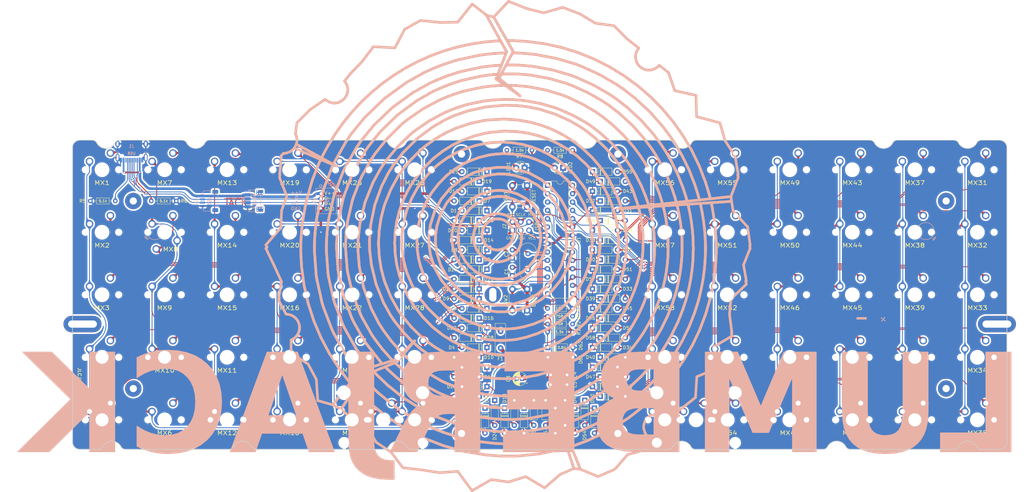
<source format=kicad_pcb>
(kicad_pcb (version 20221018) (generator pcbnew)
  (title_block (date "2024-03-02") (rev "1.8"))
  (layers (0 "F.Cu" signal) (31 "B.Cu" signal) (34 "B.Paste" user) (35 "F.Paste" user) (36 "B.SilkS" user "B.Silkscreen") (37 "F.SilkS" user "F.Silkscreen") (38 "B.Mask" user) (39 "F.Mask" user) (44 "Edge.Cuts" user))
  (net 0 "")
  (net 1 "+5V")
  (net 2 "GND")
  (net 3 "/ROW0")
  (net 4 "/ROW1")
  (net 5 "/ROW2")
  (net 6 "/ROW3")
  (net 7 "/ROW4")
  (net 8 "/ROW5")
  (net 9 "/RESET")
  (net 10 "Net-(D30-A)")
  (net 11 "/USB_D+")
  (net 12 "/USB_D-")
  (net 13 "/COL3")
  (net 14 "/COL0")
  (net 15 "/COL1")
  (net 16 "/COL2")
  (net 17 "/COL4")
  (net 18 "/COL5")
  (net 19 "/COL6")
  (net 20 "/COL7")
  (net 21 "/COL8")
  (net 22 "Net-(D60-A)")
  (net 23 "Net-(U1-XTAL2{slash}PB7)")
  (net 24 "Net-(U1-XTAL1{slash}PB6)")
  (net 25 "Net-(D1-A)")
  (net 26 "Net-(D2-A)")
  (net 27 "Net-(D3-A)")
  (net 28 "Net-(D4-A)")
  (net 29 "Net-(D5-A)")
  (net 30 "Net-(D6-A)")
  (net 31 "Net-(D7-A)")
  (net 32 "Net-(D8-A)")
  (net 33 "Net-(D9-A)")
  (net 34 "Net-(D10-A)")
  (net 35 "Net-(D11-A)")
  (net 36 "Net-(D12-A)")
  (net 37 "Net-(D13-A)")
  (net 38 "Net-(D14-A)")
  (net 39 "Net-(D15-A)")
  (net 40 "Net-(D16-A)")
  (net 41 "Net-(D17-A)")
  (net 42 "Net-(D18-A)")
  (net 43 "Net-(D19-A)")
  (net 44 "Net-(D20-A)")
  (net 45 "Net-(D21-A)")
  (net 46 "Net-(D22-A)")
  (net 47 "Net-(D23-A)")
  (net 48 "Net-(D24-A)")
  (net 49 "Net-(D25-A)")
  (net 50 "Net-(D26-A)")
  (net 51 "Net-(D27-A)")
  (net 52 "Net-(D28-A)")
  (net 53 "Net-(D29-A)")
  (net 54 "Net-(D31-A)")
  (net 55 "Net-(D32-A)")
  (net 56 "Net-(D33-A)")
  (net 57 "Net-(D34-A)")
  (net 58 "Net-(D35-A)")
  (net 59 "Net-(D36-A)")
  (net 60 "Net-(D37-A)")
  (net 61 "Net-(D38-A)")
  (net 62 "Net-(D39-A)")
  (net 63 "Net-(D40-A)")
  (net 64 "Net-(D41-A)")
  (net 65 "Net-(D42-A)")
  (net 66 "Net-(D43-A)")
  (net 67 "Net-(D44-A)")
  (net 68 "Net-(D45-A)")
  (net 69 "Net-(D46-A)")
  (net 70 "Net-(D47-A)")
  (net 71 "Net-(D48-A)")
  (net 72 "Net-(D49-A)")
  (net 73 "Net-(D50-A)")
  (net 74 "Net-(D51-A)")
  (net 75 "Net-(D52-A)")
  (net 76 "Net-(D53-A)")
  (net 77 "Net-(D54-A)")
  (net 78 "Net-(D55-A)")
  (net 79 "Net-(D56-A)")
  (net 80 "Net-(D57-A)")
  (net 81 "Net-(D58-A)")
  (net 82 "/LED1")
  (net 83 "/LED2")
  (net 84 "Net-(D59-A)")
  (net 85 "Net-(D61-K)")
  (net 86 "/COL9")
  (net 87 "Net-(D62-K)")
  (net 88 "Net-(J3-Pin_1)")
  (net 89 "Net-(J1-CC1)")
  (net 91 "Net-(J1-CC2)")
  (net 93 "Net-(LED1-A)")
  (net 94 "Net-(LED2-A)")
  (footprint "Capacitor_THT:C_Disc_D3.0mm_W1.6mm_P2.50mm" (layer "F.Cu") (at 144.065746 94.059454 -90)
    (fp_text reference "C1")
    (fp_text value "22p")
  )
  (footprint "Capacitor_THT:C_Disc_D3.0mm_W1.6mm_P2.50mm" (layer "F.Cu") (at 144.065746 88.701637 -90)
    (fp_text reference "C2")
    (fp_text value "22p")
  )
  (footprint "LED_THT:LED_D3.0mm" (layer "F.Cu") (at 159.543884 63.698491 180)
    (fp_text reference "LED2")
    (fp_text value "GREEN")
  )
  (footprint "Package_DIP:DIP-28_W7.62mm" (layer "F.Cu") (at 154.78138 69.056308)
    (fp_text reference "U1")
    (fp_text value "ATMEGA328-PU")
  )
  (footprint "Fuse:Fuse_Bourns_MF-RHT100" (layer "F.Cu") (at 140.493868 116.086035 -90)
    (fp_text reference "F1")
    (fp_text value "100mA")
  )
  (footprint "Diode_THT:D_DO-35_SOD27_P7.62mm_Horizontal" (layer "F.Cu") (at 133.945 91.675 180)
    (fp_text reference "D2")
    (fp_text value "1N4148")
  )
  (footprint "Diode_THT:D_DO-35_SOD27_P7.62mm_Horizontal" (layer "F.Cu") (at 136.326677 118.467287 180)
    (fp_text reference "D4")
    (fp_text value "1N4148")
  )
  (footprint "Diode_THT:D_DO-35_SOD27_P7.62mm_Horizontal" (layer "F.Cu") (at 150.614189 134.540738 -90)
    (fp_text reference "D5")
    (fp_text value "1N4148")
  )
  (footprint "Diode_THT:D_DO-35_SOD27_P7.62mm_Horizontal" (layer "F.Cu") (at 147.637624 136.92199 -90)
    (fp_text reference "D6")
    (fp_text value "1N4148")
  )
  (footprint "Diode_THT:D_DO-35_SOD27_P7.62mm_Horizontal" (layer "F.Cu") (at 144.661059 134.540738 -90)
    (fp_text reference "D12")
    (fp_text value "1N4148")
  )
  (footprint "Diode_THT:D_DO-35_SOD27_P7.62mm_Horizontal" (layer "F.Cu") (at 138.707929 134.540738 -90)
    (fp_text reference "D24")
    (fp_text value "1N4148")
  )
  (footprint "Capacitor_THT:CP_Radial_D4.0mm_P1.50mm" (layer "F.Cu") (at 147.042311 127.992295 180)
    (fp_text reference "C3")
    (fp_text value "4.7u")
  )
  (footprint "Diode_THT:D_DO-35_SOD27_P7.62mm_Horizontal" (layer "F.Cu") (at 136.326677 76.795377 180)
    (fp_text reference "D1")
    (fp_text value "1N4148")
  )
  (footprint "Button_Switch_THT:SW_PUSH_6mm" (layer "F.Cu") (at 144.065746 107.15634 90)
    (fp_text reference "SW2")
    (fp_text value "BOOT")
  )
  (footprint "lumberjack:MountingHole_M2" (layer "F.Cu") (at 128.587608 59.5313)
    (fp_text reference "H1" hide)
    (fp_text value "M2")
  )
  (footprint "lumberjack:MountingHole_M2" (layer "F.Cu") (at 176.212648 59.5313)
    (fp_text reference "H2" hide)
    (fp_text value "M2")
  )
  (footprint "lumberjack:MountingHole_M2" (layer "F.Cu") (at 128.587608 144.661059)
    (fp_text reference "H3" hide)
    (fp_text value "M2")
  )
  (footprint "lumberjack:MountingHole_M2" (layer "F.Cu") (at 176.212648 144.661059)
    (fp_text reference "H4" hide)
    (fp_text value "M2")
  )
  (footprint "lumberjack:MountingSlot_M2" (layer "F.Cu") (at 13.096886 111.323531)
    (fp_text reference "H5" hide)
    (fp_text value "M2")
  )
  (footprint "lumberjack:MountingSlot_M2" (layer "F.Cu") (at 291.70337 111.323531)
    (fp_text reference "H6" hide)
    (fp_text value "M2")
  )
  (footprint "Diode_THT:D_DO-35_SOD27_P7.62mm_Horizontal" (layer "F.Cu") (at 166.092327 134.540738 -90)
    (fp_text reference "D54")
    (fp_text value "1N4148")
  )
  (footprint "LED_THT:LED_D3.0mm" (layer "F.Cu") (at 147.796372 63.698491 180)
    (fp_text reference "LED1")
    (fp_text value "RED")
  )
  (footprint "Diode_THT:D_DO-35_SOD27_P7.62mm_Horizontal" (layer "F.Cu") (at 136.335 130.375 180)
    (fp_text reference "D23")
    (fp_text value "1N4148")
  )
  (footprint "Diode_THT:D_DO-35_SOD27_P7.62mm_Horizontal" (layer "F.Cu") (at 136.31 124.5 180)
    (fp_text reference "D11")
    (fp_text value "1N4148")
  )
  (footprint "Diode_THT:D_DO-35_SOD27_P7.62mm_Horizontal" (layer "F.Cu") (at 133.945425 115.490722 180)
    (fp_text reference "D28")
    (fp_text value "1N4148")
  )
  (footprint "Diode_THT:D_DO-35_SOD27_P7.62mm_Horizontal" (layer "F.Cu") (at 136.326677 112.514157 180)
    (fp_text reference "D22")
    (fp_text value "1N4148")
  )
  (footprint "Diode_THT:D_DO-35_SOD27_P7.62mm_Horizontal" (layer "F.Cu") (at 133.945425 109.537592 180)
    (fp_text reference "D16")
    (fp_text value "1N4148")
  )
  (footprint "Diode_THT:D_DO-35_SOD27_P7.62mm_Horizontal" (layer "F.Cu") (at 133.945425 121.443852 180)
    (fp_text reference "D10")
    (fp_text value "1N4148")
  )
  (footprint "Diode_THT:D_DO-35_SOD27_P7.62mm_Horizontal" (layer "F.Cu") (at 136.326677 94.654767 180)
    (fp_text reference "D27")
    (fp_text value "1N4148")
  )
  (footprint "Diode_THT:D_DO-35_SOD27_P7.62mm_Horizontal" (layer "F.Cu") (at 133.935 97.625 180)
    (fp_text reference "D21")
    (fp_text value "1N4148")
  )
  (footprint "Diode_THT:D_DO-35_SOD27_P7.62mm_Horizontal" (layer "F.Cu") (at 133.945425 103.584462 180)
    (fp_text reference "D9")
    (fp_text value "1N4148")
  )
  (footprint "Diode_THT:D_DO-35_SOD27_P7.62mm_Horizontal" (layer "F.Cu") (at 136.35 82.75 180)
    (fp_text reference "D20")
    (fp_text value "1N4148")
  )
  (footprint "Diode_THT:D_DO-35_SOD27_P7.62mm_Horizontal" (layer "F.Cu") (at 133.95 85.75 180)
    (fp_text reference "D14")
    (fp_text value "1N4148")
  )
  (footprint "Diode_THT:D_DO-35_SOD27_P7.62mm_Horizontal" (layer "F.Cu") (at 136.326677 88.701637 180)
    (fp_text reference "D8")
    (fp_text value "1N4148")
  )
  (footprint "Diode_THT:D_DO-35_SOD27_P7.62mm_Horizontal" (layer "F.Cu") (at 168.473579 76.795377)
    (fp_text reference "D31")
    (fp_text value "1N4148")
  )
  (footprint "Diode_THT:D_DO-35_SOD27_P7.62mm_Horizontal" (layer "F.Cu") (at 133.945425 73.818812 180)
    (fp_text reference "D7")
    (fp_text value "1N4148")
  )
  (footprint "Diode_THT:D_DO-35_SOD27_P7.62mm_Horizontal" (layer "F.Cu") (at 170.854831 73.818812)
    (fp_text reference "D37")
    (fp_text value "1N4148")
  )
  (footprint "Diode_THT:D_DO-35_SOD27_P7.62mm_Horizontal" (layer "F.Cu") (at 133.945425 67.865682 180)
    (fp_text reference "D19")
    (fp_text value "1N4148")
  )
  (footprint "Diode_THT:D_DO-35_SOD27_P7.62mm_Horizontal" (layer "F.Cu") (at 163.115762 136.92199 -90)
    (fp_text reference "D48")
    (fp_text value "1N4148")
  )
  (footprint "Button_Switch_THT:SW_PUSH_6mm" (layer "F.Cu") (at 144.065746 75.604751 90)
    (fp_text reference "SW1")
    (fp_text value "RESET")
  )
  (footprint "Capacitor_THT:C_Disc_D4.3mm_W1.9mm_P5.00mm" (layer "F.Cu") (at 155.73451 126.801669)
    (fp_text reference "C4")
    (fp_text value "100n")
  )
  (footprint "Diode_THT:D_DO-35_SOD27_P7.62mm_Horizontal" (layer "F.Cu") (at 135.731364 136.92199 -90)
    (fp_text reference "D30")
    (fp_text value "1N4148")
  )
  (footprint "Diode_THT:D_DO-35_SOD27_P7.62mm_Horizontal" (layer "F.Cu") (at 170.854831 115.490722)
    (fp_text reference "D58")
    (fp_text value "1N4148")
  )
  (footprint "Diode_THT:D_DO-35_SOD27_P7.62mm_Horizontal" (layer "F.Cu") (at 169.068892 136.92199 -90)
    (fp_text reference "D60")
    (fp_text value "1N4148")
  )
  (footprint "Diode_THT:D_DO-35_SOD27_P7.62mm_Horizontal" (layer "F.Cu") (at 170.854831 79.771942)
    (fp_text reference "D56")
    (fp_text value "1N4148")
  )
  (footprint "Diode_THT:D_DO-35_SOD27_P7.62mm_Horizontal" (layer "F.Cu") (at 168.473579 64.889117)
    (fp_text reference "D55")
    (fp_text value "1N4148")
  )
  (footprint "Diode_THT:D_DO-35_SOD27_P7.62mm_Horizontal" (layer "F.Cu") (at 170.854831 67.865682)
    (fp_text reference "D49")
    (fp_text value "1N4148")
  )
  (footprint "Diode_THT:D_DO-35_SOD27_P7.62mm_Horizontal" (layer "F.Cu") (at 168.473579 82.748507)
    (fp_text reference "D32")
    (fp_text value "1N4148")
  )
  (footprint "Diode_THT:D_DO-35_SOD27_P7.62mm_Horizontal" (layer "F.Cu") (at 170.854831 97.631332)
    (fp_text reference "D57")
    (fp_text value "1N4148")
  )
  (footprint "Diode_THT:D_DO-35_SOD27_P7.62mm_Horizontal" (layer "F.Cu") (at 170.854831 91.678202)
    (fp_text reference "D50")
    (fp_text value "1N4148")
  )
  (footprint "Diode_THT:D_DO-35_SOD27_P7.62mm_Horizontal" (layer "F.Cu") (at 168.473579 94.654767)
    (fp_text reference "D51")
    (fp_text value "1N4148")
  )
  (footprint "Diode_THT:D_DO-35_SOD27_P7.62mm_Horizontal" (layer "F.Cu") (at 168.473579 106.561027)
    (fp_text reference "D45")
    (fp_text value "1N4148")
  )
  (footprint "Diode_THT:D_DO-35_SOD27_P7.62mm_Horizontal" (layer "F.Cu") (at 170.854831 103.584462)
    (fp_text reference "D39")
    (fp_text value "1N4148")
  )
  (footprint "Diode_THT:D_DO-35_SOD27_P7.62mm_Horizontal" (layer "F.Cu") (at 168.473579 100.607897)
    (fp_text reference "D33")
    (fp_text value "1N4148")
  )
  (footprint "Diode_THT:D_DO-35_SOD27_P7.62mm_Horizontal" (layer "F.Cu") (at 170.854831 85.725072)
    (fp_text reference "D38")
    (fp_text value "1N4148")
  )
  (footprint "Diode_THT:D_DO-35_SOD27_P7.62mm_Horizontal" (layer "F.Cu") (at 168.473579 112.514157)
    (fp_text reference "D52")
    (fp_text value "1N4148")
  )
  (footprint "Diode_THT:D_DO-35_SOD27_P7.62mm_Horizontal" (layer "F.Cu") (at 170.854831 109.537592)
    (fp_text reference "D46")
    (fp_text value "1N4148")
  )
  (footprint "Diode_THT:D_DO-35_SOD27_P7.62mm_Horizontal" (layer "F.Cu") (at 168.473579 118.467287)
    (fp_text reference "D34")
    (fp_text value "1N4148")
  )
  (footprint "Diode_THT:D_DO-35_SOD27_P7.62mm_Horizontal" (layer "F.Cu") (at 168.473579 88.701637)
    (fp_text reference "D44")
    (fp_text value "1N4148")
  )
  (footprint "Diode_THT:D_DO-35_SOD27_P7.62mm_Horizontal" (layer "F.Cu") (at 168.473579 70.842247)
    (fp_text reference "D43")
    (fp_text value "1N4148")
  )
  (footprint "Diode_THT:D_DO-35_SOD27_P7.62mm_Horizontal" (layer "F.Cu") (at 170.854831 133.350112)
    (fp_text reference "D59")
    (fp_text value "1N4148")
  )
  (footprint "Diode_THT:D_DO-35_SOD27_P7.62mm_Horizontal" (layer "F.Cu") (at 168.473579 124.420417)
    (fp_text reference "D41")
    (fp_text value "1N4148")
  )
  (footprint "Diode_THT:D_DO-35_SOD27_P7.62mm_Horizontal" (layer "F.Cu") (at 154.186067 134.540738 -90)
    (fp_text reference "D35")
    (fp_text value "1N4148")
  )
  (footprint "Diode_THT:D_DO-35_SOD27_P7.62mm_Horizontal" (layer "F.Cu") (at 170.854831 121.443852)
    (fp_text reference "D40")
    (fp_text value "1N4148")
  )
  (footprint "Diode_THT:D_DO-35_SOD27_P7.62mm_Horizontal" (layer "F.Cu") (at 170.854831 127.396982)
    (fp_text reference "D47")
    (fp_text value "1N4148")
  )
  (footprint "Diode_THT:D_DO-35_SOD27_P7.62mm_Horizontal" (layer "F.Cu") (at 168.473579 130.373547)
    (fp_text reference "D53")
    (fp_text value "1N4148")
  )
  (footprint "Diode_THT:D_DO-35_SOD27_P7.62mm_Horizontal" (layer "F.Cu") (at 157.162632 136.92199 -90)
    (fp_text reference "D36")
    (fp_text value "1N4148")
  )
  (footprint "lumberjack:MX_PCB_200B" (layer "F.Cu") (at 200.025168 140.493868)
    (fp_text reference "2u_MX60" hide)
    (fp_text value "SW_Push" hide)
  )
  (footprint "lumberjack:MX_PCB_200B" (layer "F.Cu") (at 104.775088 140.493868)
    (fp_text reference "2u_MX30" hide)
    (fp_text value "SW_Push" hide)
  )
  (footprint "Capacitor_THT:C_Disc_D4.3mm_W1.9mm_P5.00mm" (layer "F.Cu") (at 155.73451 129.778234)
    (fp_text reference "C5")
    (fp_text value "100n")
  )
  (footprint "Connector_PinHeader_2.54mm:PinHeader_2x03_P2.54mm_Vertical" (layer "F.Cu") (at 144.065746 82.748507 90)
    (fp_text reference "J2")
    (fp_text value "AVR_ISP_6")
  )
  (footprint "lumberjack:MountingSlot_M2" (layer "F.Cu") (at 138.112616 102.393836 90)
    (fp_text reference "H7" hide)
    (fp_text value "M2")
  )
  (footprint "Diode_THT:D_DO-35_SOD27_P7.62mm_Horizontal" (layer "F.Cu") (at 160.139197 134.540738 -90)
    (fp_text reference "D42")
    (fp_text value "1N4148")
  )
  (footprint "Diode_THT:D_DO-35_SOD27_P7.62mm_Horizontal" (layer "F.Cu") (at 133.96 133.35 180)
    (fp_text reference "D29")
    (fp_text value "1N4148")
  )
  (footprint "Diode_THT:D_DO-35_SOD27_P7.62mm_Horizontal" (layer "F.Cu") (at 136.326677 106.561027 180)
    (fp_text reference "D15")
    (fp_text value "1N4148")
  )
  (footprint "Diode_THT:D_DO-35_SOD27_P7.62mm_Horizontal" (layer "F.Cu") (at 133.945425 100.607897 180)
    (fp_text reference "D3")
    (fp_text value "1N4148")
  )
  (footprint "Diode_THT:D_DO-35_SOD27_P7.62mm_Horizontal" (layer "F.Cu") (at 133.945425 79.771942 180)
    (fp_text reference "D26")
    (fp_text value "1N4148")
  )
  (footprint "Resistor_THT:R_Axial_DIN0204_L3.6mm_D1.6mm_P7.62mm_Horizontal" (layer "F.Cu") (at 162.40138 106.561027 180)
    (fp_text reference "R4")
    (fp_text value "10k")
  )
  (footprint "Crystal:Crystal_HC49-4H_Vertical" (layer "F.Cu") (at 148.82825 89.892263 -90)
    (fp_text reference "Y1")
    (fp_text value "16MHz")
  )
  (footprint "Diode_THT:D_DO-35_SOD27_P7.62mm_Horizontal" (layer "F.Cu") (at 133.91 127.4 180)
    (fp_text reference "D17")
    (fp_text value "1N4148")
  )
  (footprint "Resistor_THT:R_Axial_DIN0204_L3.6mm_D1.6mm_P7.62mm_Horizontal" (layer "F.Cu") (at 154.78138 113.704783)
    (fp_text reference "R1")
    (fp_text value "1.5k")
  )
  (footprint "Resistor_THT:R_Axial_DIN0204_L3.6mm_D1.6mm_P7.62mm_Horizontal" (layer "F.Cu") (at 150.018876 58.340674 180)
    (fp_text reference "R7")
    (fp_text value "1.5k")
  )
  (footprint "Resistor_THT:R_Axial_DIN0204_L3.6mm_D1.6mm_P7.62mm_Horizontal" (layer "F.Cu") (at 162.40138 58.340674 180)
    (fp_text reference "R8")
    (fp_text value "1.5k")
  )
  (footprint "Resistor_THT:R_Axial_DIN0204_L3.6mm_D1.6mm_P7.62mm_Horizontal" (layer "F.Cu") (at 154.78138 111.323531)
    (fp_text reference "R2")
    (fp_text value "75R")
  )
  (footprint "Diode_THT:D_DO-35_SOD27_P7.62mm_Horizontal" (layer "F.Cu") (at 154.900449 121.443852)
    (fp_text reference "D61")
    (fp_text value "3.6V")
  )
  (footprint "Diode_THT:D_DO-35_SOD27_P7.62mm_Horizontal" (layer "F.Cu") (at 154.900449 118.467287)
    (fp_text reference "D62")
    (fp_text value "3.6V")
  )
  (footprint "Resistor_THT:R_Axial_DIN0204_L3.6mm_D1.6mm_P7.62mm_Horizontal" (layer "F.Cu") (at 15.478138 73.818812)
    (fp_text reference "R5")
    (fp_text value "5.1k")
  )
  (footprint "Resistor_THT:R_Axial_DIN0204_L3.6mm_D1.6mm_P7.62mm_Horizontal" (layer "F.Cu") (at 41.67191 73.818812 180)
    (fp_text reference "R6")
    (fp_text value "5.1k")
  )
  (footprint "lumberjack:wood" (layer "F.Cu") (at 139.779375 84.058125)
    (fp_text reference "REF**" hide)
    (fp_text value "Wood")
  )
  (footprint "Resistor_THT:R_Axial_DIN0204_L3.6mm_D1.6mm_P7.62mm_Horizontal" (layer "F.Cu") (at 154.78138 108.942279)
    (fp_text reference "R3")
    (fp_text value "75R")
  )
  (footprint "Diode_THT:D_DO-35_SOD27_P7.62mm_Horizontal" (layer "F.Cu") (at 136.326677 64.889117 180)
    (fp_text reference "D25")
    (fp_text value "1N4148")
  )
  (footprint "Diode_THT:D_DO-35_SOD27_P7.62mm_Horizontal" (layer "F.Cu") (at 136.326677 70.842247 180)
    (fp_text reference "D13")
    (fp_text value "1N4148")
  )
  (footprint "Diode_THT:D_DO-35_SOD27_P7.62mm_Horizontal" (layer "F.Cu") (at 141.684494 136.92199 -90)
    (fp_text reference "D18")
    (fp_text value "1N4148")
  )
  (footprint "lumberjack:MX" (layer "F.Cu") (at 19.050016 83.34382)
    (fp_text reference "MX2")
    (fp_text value "SW_Push" hide)
  )
  (footprint "lumberjack:MX" (layer "F.Cu") (at 19.050016 102.393836)
    (fp_text reference "MX3")
    (fp_text value "SW_Push" hide)
  )
  (footprint "lumberjack:MX" (layer "F.Cu") (at 19.050016 121.443852)
    (fp_text reference "MX4")
    (fp_text value "SW_Push" hide)
  )
  (footprint "lumberjack:MX" (layer "F.Cu") (at 19.050016 140.493868)
    (fp_text reference "MX5")
    (fp_text value "SW_Push" hide)
  )
  (footprint "lumberjack:MX" (layer "F.Cu") (at 38.100032 140.493868)
    (fp_text reference "MX6")
    (fp_text value "SW_Push" hide)
  )
  (footprint "lumberjack:MX" (layer "F.Cu") (at 38.100032 64.293804)
    (fp_text reference "MX7")
    (fp_text value "SW_Push" hide)
  )
  (footprint "lumberjack:MX_NTHSTH" (layer "F.Cu") (at 38.100032 83.34382)
    (fp_text reference "MX8")
    (fp_text value "SW_Push" hide)
  )
  (footprint "lumberjack:MX" (layer "F.Cu") (at 38.100032 102.393836)
    (fp_text reference "MX9")
    (fp_text value "SW_Push" hide)
  )
  (footprint "lumberjack:MX" (layer "F.Cu") (at 38.100032 121.443852)
    (fp_text reference "MX10")
    (fp_text value "SW_Push" hide)
  )
  (footprint "lumberjack:MX" (layer "F.Cu") (at 57.150048 121.443852)
    (fp_text reference "MX11")
    (fp_text value "SW_Push" hide)
  )
  (footprint "lumberjack:MX" (layer "F.Cu") (at 57.150048 140.493868)
    (fp_text reference "MX12")
    (fp_text value "SW_Push" hide)
  )
  (footprint "lumberjack:MX" (layer "F.Cu") (at 57.150048 102.393836)
    (fp_text reference "MX15")
    (fp_text value "SW_Push" hide)
  )
  (footprint "lumberjack:MX" (layer "F.Cu") (at 76.200064 102.393836)
    (fp_text reference "MX16")
    (fp_text value "SW_Push" hide)
  )
  (footprint "lumberjack:MX" (layer "F.Cu") (at 76.200064 121.443852)
    (fp_text reference "MX17")
    (fp_text value "SW_Push" hide)
  )
  (footprint "lumberjack:MX" (layer "F.Cu") (at 76.200064 140.493868)
    (fp_text reference "MX18")
    (fp_text value "SW_Push" hide)
  )
  (footprint "lumberjack:MX" (layer "F.Cu") (at 76.200064 64.293804)
    (fp_text reference "MX19")
    (fp_text value "SW_Push" hide)
  )
  (footprint "lumberjack:MX" (layer "F.Cu") (at 76.200064 83.34382)
    (fp_text reference "MX20")
    (fp_text value "SW_Push" hide)
  )
  (footprint "lumberjack:MX" (layer "F.Cu") (at 95.25008 83.34382)
    (fp_text reference "MX21")
    (fp_text value "SW_Push" hide)
  )
  (footprint "lumberjack:MX" (layer "F.Cu") (at 95.25008 102.393836)
    (fp_text reference "MX22")
    (fp_text value "SW_Push" hide)
  )
  (footprint "lumberjack:MX" (layer "F.Cu") (at 95.25008 121.443852)
    (fp_text reference "MX23")
    (fp_text value "SW_Push" hide)
  )
  (footprint "lumberjack:MX" (layer "F.Cu") (at 95.25008 140.493868)
    (fp_text reference "MX24")
    (fp_text value "SW_Push" hide)
  )
  (footprint "lumberjack:MX" (layer "F.Cu") (at 95.25008 64.293804)
    (fp_text reference "MX25")
    (fp_text value "SW_Push" hide)
  )
  (footprint "lumberjack:MX" (layer "F.Cu") (at 114.300096 64.293804)
    (fp_text reference "MX26")
    (fp_text value "SW_Push" hide)
  )
  (footprint "lumberjack:MX" (layer "F.Cu") (at 114.300096 83.34382)
    (fp_text reference "MX27")
    (fp_text value "SW_Push" hide)
  )
  (footprint "lumberjack:MX" (layer "F.Cu") (at 114.300096 102.393836)
    (fp_text reference "MX28")
    (fp_text value "SW_Push" hide)
  )
  (footprint "lumberjack:MX" (layer "F.Cu") (at 114.300096 121.443852)
    (fp_text reference "MX29")
    (fp_text value "SW_Push" hide)
  )
  (footprint "lumberjack:MX" (layer "F.Cu") (at 114.300096 140.493868)
    (fp_text reference "MX30")
    (fp_text value "SW_Push" hide)
  )
  (footprint "lumberjack:MX" (layer "F.Cu") (at 285.75024 64.293804)
    (fp_text reference "MX31")
    (fp_text value "SW_Push" hide)
  )
  (footprint "lumberjack:MX" (layer "F.Cu") (at 285.75024 83.34382)
    (fp_text reference "MX32")
    (fp_text value "SW_Push" hide)
  )
  (footprint "lumberjack:MX" (layer "F.Cu") (at 285.75024 102.393836)
    (fp_text reference "MX33")
    (fp_text value "SW_Push" hide)
  )
  (footprint "lumberjack:MX" (layer "F.Cu") (at 285.75024 121.443852)
    (fp_text reference "MX34")
    (fp_text value "SW_Push" hide)
  )
  (footprint "lumberjack:MX" (layer "F.Cu") (at 285.75024 140.493868)
    (fp_text reference "MX35")
    (fp_text value "SW_Push" hide)
  )
  (footprint "lumberjack:MX" (layer "F.Cu") (at 266.700224 140.493868)
    (fp_text reference "MX36")
    (fp_text value "SW_Push" hide)
  )
  (footprint "lumberjack:MX" (layer "F.Cu") (at 266.700224 64.293804)
    (fp_text reference "MX37")
    (fp_text value "SW_Push" hide)
  )
  (footprint "lumberjack:MX" (layer "F.Cu") (at 266.700224 83.34382)
    (fp_text reference "MX38")
    (fp_text value "SW_Push" hide)
  )
  (footprint "lumberjack:MX" (layer "F.Cu") (at 266.700224 102.393836)
    (fp_text reference "MX39")
    (fp_text value "SW_Push" hide)
  )
  (footprint "lumberjack:MX" (layer "F.Cu") (at 266.700224 121.443852)
    (fp_text reference "MX40")
    (fp_text value "SW_Push" hide)
  )
  (footprint "lumberjack:MX" (layer "F.Cu") (at 247.650208 121.443852)
    (fp_text reference "MX41")
    (fp_text value "SW_Push" hide)
  )
  (footprint "lumberjack:MX" (layer "F.Cu") (at 247.650208 140.493868)
    (fp_text reference "MX42")
    (fp_text value "SW_Push" hide)
  )
  (footprint "lumberjack:MX" (layer "F.Cu") (at 247.650208 64.293804)
    (fp_text reference "MX43")
    (fp_text value "SW_Push" hide)
  )
  (footprint "lumberjack:MX" (layer "F.Cu") (at 247.650208 83.34382)
    (fp_text reference "MX44")
    (fp_text value "SW_Push" hide)
  )
  (footprint "lumberjack:MX" (layer "F.Cu") (at 247.650208 102.393836)
    (fp_text reference "MX45")
    (fp_text value "SW_Push" hide)
  )
  (footprint "lumberjack:MX" (layer "F.Cu") (at 228.600192 102.393836)
    (fp_text reference "MX46")
    (fp_text value "SW_Push" hide)
  )
  (footprint "lumberjack:MX" (layer "F.Cu") (at 228.600192 121.443852)
    (fp_text reference "MX47")
    (fp_text value "SW_Push" hide)
  )
  (footprint "lumberjack:MX" (layer "F.Cu") (at 228.600192 140.493868)
    (fp_text reference "MX48")
    (fp_text value "SW_Push" hide)
  )
  (footprint "lumberjack:MX" (layer "F.Cu") (at 228.600192 64.293804)
    (fp_text reference "MX49")
    (fp_text value "SW_Push" hide)
  )
  (footprint "lumberjack:MX" (layer "F.Cu") (at 228.600192 83.34382)
    (fp_text reference "MX50")
    (fp_text value "SW_Push" hide)
  )
  (footprint "lumberjack:MX" (layer "F.Cu") (at 209.550176 83.34382)
    (fp_text reference "MX51")
    (fp_text value "SW_Push" hide)
  )
  (footprint "lumberjack:MX" (layer "F.Cu") (at 209.550176 102.393836)
    (fp_text reference "MX52")
    (fp_text value "SW_Push" hide)
  )
  (footprint "lumberjack:MX" (layer "F.Cu") (at 209.550176 121.443852)
    (fp_text reference "MX53")
    (fp_text value "SW_Push" hide)
  )
  (footprint "lumberjack:MX" (layer "F.Cu") (at 209.550176 140.493868)
    (fp_text reference "MX54")
    (fp_text value "SW_Push" hide)
  )
  (footprint "lumberjack:MX" (layer "F.Cu") (at 209.550176 64.293804)
    (fp_text reference "MX55")
    (fp_text value "SW_Push" hide)
  )
  (footprint "lumberjack:MX" (layer "F.Cu") (at 190.50016 64.293804)
    (fp_text reference "MX56")
    (fp_text value "SW_Push" hide)
  )
  (footprint "lumberjack:MX" (layer "F.Cu") (at 190.50016 83.34382)
    (fp_text reference "MX57")
    (fp_text value "SW_Push" hide)
  )
  (footprint "lumberjack:MX" (layer "F.Cu") (at 190.50016 102.393836)
    (fp_text reference "MX58")
    (fp_text value "SW_Push" hide)
  )
  (footprint "lumberjack:MX" (layer "F.Cu") (at 190.50016 121.443852)
    (fp_text reference "MX59")
    (fp_text value "SW_Push" hide)
  )
  (footprint "lumberjack:MX" (layer "F.Cu") (at 190.50016 140.493868)
    (fp_text reference "MX60")
    (fp_text value "SW_Push" hide)
  )
  (footprint "lumberjack:MX" (layer "F.Cu") (at 57.150048 64.293804)
    (fp_text reference "MX13")
    (fp_text value "SW_Push" hide)
  )
  (footprint "lumberjack:MX" (layer "F.Cu") (at 57.150048 83.34382)
    (fp_text reference "MX14")
    (fp_text value "SW_Push" hide)
  )
  (footprint "lumberjack:MountingHole_M2" (layer "F.Cu") (at 28.575024 130.96886)
    (fp_text reference "H9" hide)
    (fp_text value "M2")
  )
  (footprint "lumberjack:MountingHole_M2" (layer "F.Cu") (at 276.225232 73.818812)
    (fp_text reference "H10" hide)
    (fp_text value "M2")
  )
  (footprint "lumberjack:MountingHole_M2" (layer "F.Cu") (at 276.225232 130.96886)
    (fp_text reference "H11" hide)
    (fp_text value "M2")
  )
  (footprint "lumberjack:MountingHole_M2" (layer "F.Cu") (at 28.575024 73.818812)
    (fp_text reference "H8" hide)
    (fp_text value "M2")
  )
  (footprint "lumberjack:MX" (layer "F.Cu") (at 19.049968 64.29375)
    (fp_text reference "MX1")
    (fp_text value "SW_Push" hide)
  )
  (footprint "lumberjack:Lumberjack" (layer "F.Cu") (at 59.898 73.162)
    (fp_text reference "REF**" hide)
    (fp_text value "Lumberjack")
  )
  (footprint "lumberjack:TYPE-C-31-M-12" (layer "B.Cu") (at 28.067 62.106181)
    (fp_text reference "J1")
    (fp_text value "USB")
  )
  (footprint "Connector_JST:JST_SH_SM04B-SRSS-TB_1x04-1MP_P1.00mm_Horizontal" (layer "B.Cu") (at 51.69 73.81 -90)
    (fp_text reference "J3")
    (fp_text value "JST")
  )
  (footprint "lumberjack:S4B-ZRLFSN" (layer "B.Cu") (at 85.696659 76.075 -90)
    (fp_text reference "J4")
    (fp_text value "JST")
  )
  (footprint "lumberjack:OSHW" (layer "B.Cu") (at 238.125 110.236 180)
    (fp_text reference "REF**" hide)
    (fp_text value "OSHW" hide)
  )
  (footprint "lumberjack:Lumberjack" (layer "B.Cu") (at 57.734 109.77775 180)
    (fp_text reference "REF**" hide)
    (fp_text value "Lumberjack")
  )
  (footprint "lumberjack:Flags" (layer "B.Cu") (at 250.571 109.982 180)
    (fp_text reference "REF**" hide)
    (fp_text value "flags")
  )
  (footprint "lumberjack:PicoEZMate-Reinforced-Lite" (layer "B.Cu") (at 65.627 73.765 -90)
    (fp_text reference "J5")
    (fp_text value "Molex")
  )
  (gr_circle (center 35.112119 83.003402) (end 37.493371 81.957223) (stroke (width 0.15)) (fill none) (layer "B.SilkS"))
  (gr_line (start 23.749 58.76925) (end 23.749 60.10275) (stroke (width 0.15)) (layer "B.SilkS"))
  (gr_line (start 32.385 58.7375) (end 32.385 60.071) (stroke (width 0.15)) (layer "B.SilkS"))
  (gr_circle (center 270.006556 82.975932) (end 268.960377 80.59468) (stroke (width 0.15)) (fill none) (layer "B.SilkS"))
  (gr_line (start 191.55379 149.5) (end 113.246211 149.5) (stroke (width 0.2)) (layer "Edge.Cuts"))
  (gr_line (start 294.75 147.24375) (end 294.75 57.54375) (stroke (width 0.2)) (layer "Edge.Cuts"))
  (gr_line (start 278.650337 55.29375) (end 261.298106 55.29375) (stroke (width 0.2)) (layer "Edge.Cuts"))
  (gr_line (start 278.650337 149.49375) (end 247.010606 149.49375) (stroke (width 0.2)) (layer "Edge.Cuts"))
  (gr_arc (start 162.564394 55.29375) (mid 163.342108 55.511111) (end 163.894429 56.100201) (stroke (width 0.2)) (layer "Edge.Cuts"))
  (gr_line (start 162.564394 55.29375) (end 142.235606 55.29375) (stroke (width 0.2)) (layer "Edge.Cuts"))
  (gr_arc (start 133.989394 55.29375) (mid 134.767108 55.511111) (end 135.319429 56.100201) (stroke (width 0.2)) (layer "Edge.Cuts"))
  (gr_line (start 57.789395 149.49375) (end 26.149663 149.49375) (stroke (width 0.2)) (layer "Edge.Cuts"))
  (gr_arc (start 140.905571 56.100202) (mid 138.1125 57.79375) (end 135.319429 56.100201) (stroke (width 0.2)) (layer "Edge.Cuts"))
  (gr_arc (start 10.05 57.54375) (mid 10.70901 55.95276) (end 12.3 55.29375) (stroke (width 0.2)) (layer "Edge.Cuts"))
  (gr_line (start 104.8 55.3) (end 51.748105 55.29375) (stroke (width 0.2)) (layer "Edge.Cuts"))
  (gr_arc (start 140.905572 56.100202) (mid 141.457892 55.511112) (end 142.235606 55.29375) (stroke (width 0.2)) (layer "Edge.Cuts"))
  (gr_line (start 253.051895 55.29375) (end 200 55.3) (stroke (width 0.2)) (layer "Edge.Cuts"))
  (gr_arc (start 169.480571 56.100202) (mid 166.6875 57.79375) (end 163.894429 56.100201) (stroke (width 0.2)) (layer "Edge.Cuts"))
  (gr_arc (start 259.968071 56.100202) (mid 257.175 57.79375) (end 254.381929 56.100201) (stroke (width 0.2)) (layer "Edge.Cuts"))
  (gr_arc (start 253.051894 55.29375) (mid 253.829608 55.511111) (end 254.381929 56.100201) (stroke (width 0.2)) (layer "Edge.Cuts"))
  (gr_arc (start 169.480572 56.100202) (mid 170.032892 55.511112) (end 170.810606 55.29375) (stroke (width 0.2)) (layer "Edge.Cuts"))
  (gr_line (start 10.05 147.24375) (end 10.05 57.54375) (stroke (width 0.2)) (layer "Edge.Cuts"))
  (gr_arc (start 292.5 55.29375) (mid 294.09099 55.95276) (end 294.75 57.54375) (stroke (width 0.2)) (layer "Edge.Cuts"))
  (gr_arc (start 66.035606 149.49375) (mid 65.257892 149.276388) (end 64.705572 148.687298) (stroke (width 0.2)) (layer "Edge.Cuts"))
  (gr_arc (start 240.094429 148.687298) (mid 239.542109 149.276388) (end 238.764395 149.49375) (stroke (width 0.2)) (layer "Edge.Cuts"))
  (gr_arc (start 247.010606 149.49375) (mid 246.232892 149.276388) (end 245.680572 148.687298) (stroke (width 0.2)) (layer "Edge.Cuts"))
  (gr_arc (start 240.094428 148.687298) (mid 242.8875 146.993749) (end 245.680572 148.687298) (stroke (width 0.2)) (layer "Edge.Cuts"))
  (gr_arc (start 294.75 147.24375) (mid 294.09099 148.83474) (end 292.5 149.49375) (stroke (width 0.2)) (layer "Edge.Cuts"))
  (gr_arc (start 259.968072 56.100202) (mid 260.520392 55.511112) (end 261.298106 55.29375) (stroke (width 0.2)) (layer "Edge.Cuts"))
  (gr_arc (start 59.119429 148.687298) (mid 58.567109 149.276388) (end 57.789395 149.49375) (stroke (width 0.2)) (layer "Edge.Cuts"))
  (gr_arc (start 59.119428 148.687298) (mid 61.9125 146.993749) (end 64.705572 148.687298) (stroke (width 0.2)) (layer "Edge.Cuts"))
  (gr_arc (start 12.3 149.49375) (mid 10.70901 148.83474) (end 10.05 147.24375) (stroke (width 0.2)) (layer "Edge.Cuts"))
  (gr_line (start 43.501894 55.29375) (end 24.363724 55.29375) (stroke (width 0.2)) (layer "Edge.Cuts"))
  (gr_arc (start 50.418071 56.100202) (mid 50.970391 55.511112) (end 51.748105 55.29375) (stroke (width 0.2)) (layer "Edge.Cuts"))
  (gr_arc (start 50.41807 56.100202) (mid 47.624999 57.79375) (end 44.831928 56.100201) (stroke (width 0.2)) (layer "Edge.Cuts"))
  (gr_arc (start 43.501893 55.29375) (mid 44.279607 55.511111) (end 44.831928 56.100201) (stroke (width 0.2)) (layer "Edge.Cuts"))
  (gr_arc (start 26.149663 149.49375) (mid 25.371949 149.276388) (end 24.819629 148.687298) (stroke (width 0.2)) (layer "Edge.Cuts"))
  (gr_line (start 17.903451 149.49375) (end 12.3 149.49375) (stroke (width 0.2)) (layer "Edge.Cuts"))
  (gr_arc (start 19.233486 148.687299) (mid 22.026557 146.993751) (end 24.819628 148.687298) (stroke (width 0.2)) (layer "Edge.Cuts"))
  (gr_arc (start 19.233486 148.687299) (mid 18.681165 149.276389) (end 17.903451 149.49375) (stroke (width 0.2)) (layer "Edge.Cuts"))
  (gr_arc (start 104.8 55.3) (mid 105.577714 55.517361) (end 106.130035 56.106451) (stroke (width 0.2)) (layer "Edge.Cuts"))
  (gr_arc (start 111.716177 56.106452) (mid 108.923106 57.8) (end 106.130035 56.106451) (stroke (width 0.2)) (layer "Edge.Cuts"))
  (gr_arc (start 111.716178 56.106452) (mid 112.268498 55.517362) (end 113.046212 55.3) (stroke (width 0.2)) (layer "Edge.Cuts"))
  (gr_line (start 133.989394 55.29375) (end 113.046212 55.3) (stroke (width 0.2)) (layer "Edge.Cuts"))
  (gr_arc (start 198.669965 56.106451) (mid 199.222286 55.517361) (end 200 55.3) (stroke (width 0.2)) (layer "Edge.Cuts"))
  (gr_arc (start 198.669965 56.106451) (mid 195.876894 57.799999) (end 193.083823 56.106452) (stroke (width 0.2)) (layer "Edge.Cuts"))
  (gr_arc (start 191.753788 55.3) (mid 192.531502 55.517362) (end 193.083822 56.106452) (stroke (width 0.2)) (layer "Edge.Cuts"))
  (gr_line (start 170.810606 55.29375) (end 191.753788 55.3) (stroke (width 0.2)) (layer "Edge.Cuts"))
  (gr_arc (start 106.330034 148.693548) (mid 105.777714 149.282638) (end 105 149.5) (stroke (width 0.2)) (layer "Edge.Cuts"))
  (gr_arc (start 113.246211 149.5) (mid 112.468497 149.282638) (end 111.916177 148.693548) (stroke (width 0.2)) (layer "Edge.Cuts"))
  (gr_arc (start 106.330033 148.693548) (mid 109.123105 146.999999) (end 111.916177 148.693548) (stroke (width 0.2)) (layer "Edge.Cuts"))
  (gr_line (start 105 149.5) (end 66.035606 149.49375) (stroke (width 0.2)) (layer "Edge.Cuts"))
  (gr_line (start 199.800001 149.5) (end 238.764395 149.49375) (stroke (width 0.2)) (layer "Edge.Cuts"))
  (gr_arc (start 199.800001 149.5) (mid 199.022287 149.282638) (end 198.469967 148.693548) (stroke (width 0.2)) (layer "Edge.Cuts"))
  (gr_arc (start 192.883824 148.693548) (mid 192.331504 149.282638) (end 191.55379 149.5) (stroke (width 0.2)) (layer "Edge.Cuts"))
  (gr_arc (start 192.883824 148.693548) (mid 195.676896 146.999999) (end 198.469968 148.693548) (stroke (width 0.2)) (layer "Edge.Cuts"))
  (gr_arc (start 16.117512 55.29375) (mid 16.895226 55.511111) (end 17.447547 56.100201) (stroke (width 0.2)) (layer "Edge.Cuts"))
  (gr_arc (start 23.03369 56.100202) (mid 23.58601 55.511112) (end 24.363724 55.29375) (stroke (width 0.2)) (layer "Edge.Cuts"))
  (gr_arc (start 23.033689 56.100202) (mid 20.240618 57.79375) (end 17.447547 56.100201) (stroke (width 0.2)) (layer "Edge.Cuts"))
  (gr_arc (start 285.566514 56.100201) (mid 282.773443 57.793749) (end 279.980372 56.100202) (stroke (width 0.2)) (layer "Edge.Cuts"))
  (gr_arc (start 278.650337 55.29375) (mid 279.428051 55.511112) (end 279.980371 56.100202) (stroke (width 0.2)) (layer "Edge.Cuts"))
  (gr_line (start 286.896549 55.29375) (end 292.5 55.29375) (stroke (width 0.2)) (layer "Edge.Cuts"))
  (gr_arc (start 285.566514 56.100201) (mid 286.118835 55.511111) (end 286.896549 55.29375) (stroke (width 0.2)) (layer "Edge.Cuts"))
  (gr_arc (start 286.896549 149.49375) (mid 286.118835 149.276389) (end 285.566514 148.687299) (stroke (width 0.2)) (layer "Edge.Cuts"))
  (gr_line (start 286.896549 149.49375) (end 292.5 149.49375) (stroke (width 0.2)) (layer "Edge.Cuts"))
  (gr_arc (start 279.980371 148.687298) (mid 279.428051 149.276388) (end 278.650337 149.49375) (stroke (width 0.2)) (layer "Edge.Cuts"))
  (gr_arc (start 279.980372 148.687298) (mid 282.773443 146.99375) (end 285.566514 148.687299) (stroke (width 0.2)) (layer "Edge.Cuts"))
  (gr_line (start 16.117512 55.29375) (end 12.3 55.29375) (stroke (width 0.2)) (layer "Edge.Cuts"))
  (gr_text "POST" (at 32.512 85.09 315) (layer "B.SilkS") (effects (font (size 0.4 0.4) (thickness 0.1)) (justify mirror)))
  (gr_text "LUMBERJACK" (at 299.974 137.889805) (layer "B.SilkS") (effects (font (size 30 30) (thickness 6) bold) (justify left mirror)))
  (gr_text "V++\nD-\nD+\nGND" (at 76.454 76.708) (layer "B.SilkS") (effects (font (size 1 1)) (justify right bottom mirror)))
  (gr_text "POST" (at 272.607488 85.357184 45) (layer "B.SilkS") (effects (font (size 0.4 0.4) (thickness 0.1)) (justify mirror)))
  (gr_text "MOLEX" (at 65.532 73.787 90) (layer "B.SilkS") (effects (font (size 1 1)) (justify mirror)))
  (gr_text "GND" (at 144.661059 85.129759) (layer "F.SilkS") (effects (font (size 0.8 0.8) (thickness 0.1)) (justify right)))
  (gr_text "VCC" (at 148.82825 85.129759) (layer "F.SilkS") (effects (font (size 0.8 0.8) (thickness 0.1)) (justify left)))
  (gr_text "MOSI" (at 146.605746 85.129759) (layer "F.SilkS") (effects (font (size 0.8 0.8) (thickness 0.1))))
  (gr_text "SCLK" (at 146.605746 77.986003) (layer "F.SilkS") (effects (font (size 0.8 0.8) (thickness 0.1))))
  (gr_text "MISO" (at 148.82825 77.986003) (layer "F.SilkS") (effects (font (size 0.8 0.8) (thickness 0.1)) (justify left)))
  (gr_text "ISP" (at 151.537087 81.570333 90) (layer "F.SilkS") (effects (font (size 1 1))))
  (gr_text "V++\nD-\nD+\nGND" (at 86.712659 76.835) (layer "F.SilkS") (effects (font (size 1 1)) (justify left bottom)))
  (gr_text "JLCJLCJLCJLC" (at 12.192 129.794 -90) (layer "F.SilkS") (effects (font (size 1 1) (thickness 0.2))))
  (gr_text "RST" (at 144.661059 77.986003) (layer "F.SilkS") (effects (font (size 0.8 0.8) (thickness 0.1)) (justify right)))
  (segment (start 161.567945 107.394462) (end 162.40138 106.561027) (width 0.8) (layer "F.Cu") (net 1))
  (segment (start 155.139197 127.396982) (end 156.329822 126.206355) (width 0.8) (layer "F.Cu") (net 1))
  (segment (start 160.73451 109.406552) (end 160.73451 110.859257) (width 0.8) (layer "F.Cu") (net 1))
  (segment (start 147.042311 127.992295) (end 147.042311 126.677447) (width 0.8) (layer "F.Cu") (net 1))
  (segment (start 146.112573 124.432862) (end 140.484494 118.804783) (width 0.8) (layer "F.Cu") (net 1))
  (segment (start 160.73451 119.547705) (end 160.73451 116.550308) (width 0.8) (layer "F.Cu") (net 1))
  (segment (start 162.40138 113.704783) (end 161.567945 114.538218) (width 0.8) (layer "F.Cu") (net 1))
  (segment (start 147.042311 127.992295) (end 153.701984 127.992295) (width 0.8) (layer "F.Cu") (net 1))
  (segment (start 162.40138 113.704783) (end 161.567945 112.871348) (width 0.8) (layer "F.Cu") (net 1))
  (segment (start 155.73451 127.643568) (end 155.73451 129.778234) (width 0.8) (layer "F.Cu") (net 1))
  (segment (start 156.329822 126.206355) (end 159.140717 123.395461) (width 0.8) (layer "F.Cu") (net 1))
  (arc (start 161.567945 107.394462) (mid 160.951112 108.317616) (end 160.73451 109.406552) (width 0.8) (layer "F.Cu") (net 1))
  (arc (start 146.112573 124.432862) (mid 146.800679 125.462686) (end 147.042311 126.677447) (width 0.8) (layer "F.Cu") (net 1))
  (arc (start 160.73451 119.547705) (mid 160.320296 121.630095) (end 159.140717 123.395461) (width 0.8) (layer "F.Cu") (net 1))
  (arc (start 160.73451 110.859257) (mid 160.951112 111.948192) (end 161.567945 112.871348) (width 0.8) (layer "F.Cu") (net 1))
  (arc (start 161.567945 114.538218) (mid 160.951112 115.461372) (end 160.73451 116.550308) (width 0.8) (layer "F.Cu") (net 1))
  (arc (start 155.139197 127.396982) (mid 154.479798 127.837578) (end 153.701984 127.992295) (width 0.8) (layer "F.Cu") (net 1))
  (arc (start 156.329822 126.206355) (mid 155.889226 126.865754) (end 155.73451 127.643568) (width 0.8) (layer "F.Cu") (net 1))
  (segment (start 161.567945 105.727592) (end 162.40138 106.561027) (width 0.8) (layer "B.Cu") (net 1))
  (segment (start 162.40138 89.376308) (end 162.233162 89.376308) (width 0.8) (layer "B.Cu") (net 1))
  (segment (start 154.78138 84.296308) (end 155.082094 84.296308) (width 0.8) (layer "B.Cu") (net 1))
  (segment (start 155.789201 84.589201) (end 159.275594 88.075594) (width 0.8) (layer "B.Cu") (net 1))
  (segment (start 161.567945 90.249454) (end 162.40138 89.416019) (width 0.8) (layer "B.Cu") (net 1))
  (segment (start 151.788007 84.296308) (end 154.78138 84.296308) (width 0.8) (layer "B.Cu") (net 1))
  (segment (start 159.404735 88.204735) (end 159.275594 88.075594) (width 0.8) (layer "B.Cu") (net 1))
  (segment (start 149.919646 83.522407) (end 149.145746 82.748507) (width 0.8) (layer "B.Cu") (net 1))
  (segment (start 160.73451 103.715501) (end 160.73451 92.261544) (width 0.8) (layer "B.Cu") (net 1))
  (arc (start 161.567945 90.249454) (mid 160.951112 91.172608) (end 160.73451 92.261544) (width 0.8) (layer "B.Cu") (net 1))
  (arc (start 160.73451 103.715501) (mid 160.951112 104.804436) (end 161.567945 105.727592) (width 0.8) (layer "B.Cu") (net 1))
  (arc (start 155.082094 84.296308) (mid 155.464777 84.372428) (end 155.789201 84.589201) (width 0.8) (layer "B.Cu") (net 1))
  (arc (start 162.233162 89.376308) (mid 160.702428 89.071826) (end 159.404735 88.204735) (width 0.8) (layer "B.Cu") (net 1))
  (arc (start 149.919646 83.522407) (mid 150.776857 84.095177) (end 151.788007 84.296308) (width 0.8) (layer "B.Cu") (net 1))
  (segment (start 148.565746 75.604751) (end 148.565746 69.104751) (width 0.8) (layer "F.Cu") (net 2))
  (segment (start 148.162632 100.65634) (end 144.065746 96.559454) (width 0.8) (layer "F.Cu") (net 2))
  (segment (start 144.065746 91.201637) (end 144.033637 91.201637) (width 0.8) (layer "F.Cu") (net 2))
  (segment (start 155.765536 86.836308) (end 154.78138 86.836308) (width 0.8) (layer "F.Cu") (net 2))
  (segment (start 144.033637 91.201637) (end 142.651553 89.819553) (width 0.8) (layer "F.Cu") (net 2))
  (segment (start 158.189543 85.396455) (end 157.445595 86.140404) (width 0.8) (layer "F.Cu") (net 2))
  (segment (start 85.696659 76.075) (end 85.696659 83.283659) (width 0.8) (layer "F.Cu") (net 2))
  (segment (start 148.565746 107.15634) (end 148.565746 100.65634) (width 0.8) (layer "F.Cu") (net 2))
  (segment (start 142.651554 84.162699) (end 144.065746 82.748507) (width 0.8) (layer "F.Cu") (net 2))
  (segment (start 85.696659 83.283659) (end 85.725 83.312) (width 0.8) (layer "F.Cu") (net 2))
  (segment (start 114.35 76.075) (end 85.696659 76.075) (width 0.8) (layer "F.Cu") (net 2))
  (segment (start 160.845536 84.296308) (end 162.40138 84.296308) (width 0.8) (layer "F.Cu") (net 2))
  (via (at 85.725 83.312) (size 0.6) (drill 0.4) (layers "F.Cu" "B.Cu") (net 2))
  (via (at 114.35 76.075) (size 0.6) (drill 0.4) (layers "F.Cu" "B.Cu") (net 2))
  (arc (start 160.845536 84.296308) (mid 159.408123 84.582226) (end 158.189543 85.396455) (width 0.8) (layer "F.Cu") (net 2))
  (arc (start 142.651553 89.819553) (mid 141.47998 86.991126) (end 142.651554 84.162699) (width 0.8) (layer "F.Cu") (net 2))
  (arc (start 157.445595 86.140404) (mid 156.674777 86.655448) (end 155.765536 86.836308) (width 0.8) (layer "F.Cu") (net 2))
  (segment (start 24.526978 61.366159) (end 23.767 60.606181) (width 0.8) (layer "B.Cu") (net 2))
  (segment (start 31.784858 60.606181) (end 31.438429 60.95261) (width 0.8) (layer "B.Cu") (net 2))
  (segment (start 32.367 60.606181) (end 31.784858 60.606181) (width 0.8) (layer "B.Cu") (net 2))
  (segment (start 168.473579 64.889117) (end 168.473579 66.865682) (width 0.25) (layer "F.Cu") (net 3))
  (segment (start 169.473579 73.818812) (end 170.854831 73.818812) (width 0.25) (layer "F.Cu") (net 3))
  (segment (start 136.326677 70.842247) (end 136.326677 72.818812) (width 0.25) (layer "F.Cu") (net 3))
  (segment (start 136.326677 76.795377) (end 136.326677 74.818812) (width 0.25) (layer "F.Cu") (net 3))
  (segment (start 138.359202 77.986003) (end 155.245741 77.986003) (width 0.25) (layer "F.Cu") (net 3))
  (segment (start 166.969418 77.188269) (end 162.40138 81.756308) (width 0.25) (layer "F.Cu") (net 3))
  (segment (start 135.326677 67.865682) (end 133.945425 67.865682) (width 0.25) (layer "F.Cu") (net 3))
  (segment (start 168.473579 70.842247) (end 168.473579 68.865682) (width 0.25) (layer "F.Cu") (net 3))
  (segment (start 160.87001 81.356308) (end 159.093497 79.579795) (width 0.25) (layer "F.Cu") (net 3))
  (segment (start 136.326677 64.889117) (end 136.326677 66.865682) (width 0.25) (layer "F.Cu") (net 3))
  (segment (start 169.473579 67.865682) (end 170.854831 67.865682) (width 0.25) (layer "F.Cu") (net 3))
  (segment (start 168.473579 70.842247) (end 168.473579 72.818812) (width 0.25) (layer "F.Cu") (net 3))
  (segment (start 168.473579 76.795377) (end 168.473579 74.818812) (width 0.25) (layer "F.Cu") (net 3))
  (segment (start 136.326677 70.842247) (end 136.326677 68.865682) (width 0.25) (layer "F.Cu") (net 3))
  (segment (start 135.326677 73.818812) (end 133.945425 73.818812) (width 0.25) (layer "F.Cu") (net 3))
  (arc (start 160.87001 81.356308) (mid 161.31307 81.652351) (end 161.835695 81.756308) (width 0.25) (layer "F.Cu") (net 3))
  (arc (start 159.093497 79.579795) (mid 157.328131 78.400216) (end 155.245741 77.986003) (width 0.25) (layer "F.Cu") (net 3))
  (arc (start 135.326677 67.865682) (mid 136.033784 67.572789) (end 136.326677 66.865682) (width 0.25) (layer "F.Cu") (net 3))
  (arc (start 168.473579 66.865682) (mid 168.766472 67.572789) (end 169.473579 67.865682) (width 0.25) (layer "F.Cu") (net 3))
  (arc (start 169.473579 67.865682) (mid 168.766472 68.158575) (end 168.473579 68.865682) (width 0.25) (layer "F.Cu") (net 3))
  (arc (start 136.326677 68.865682) (mid 136.033784 68.158575) (end 135.326677 67.865682) (width 0.25) (layer "F.Cu") (net 3))
  (arc (start 136.92199 77.39069) (mid 137.581388 77.831286) (end 138.359202 77.986003) (width 0.25) (layer "F.Cu") (net 3))
  (arc (start 135.326677 73.818812) (mid 136.033784 73.525919) (end 136.326677 72.818812) (width 0.25) (layer "F.Cu") (net 3))
  (arc (start 169.473579 73.818812) (mid 168.766472 74.111705) (end 168.473579 74.818812) (width 0.25) (layer "F.Cu") (net 3))
  (arc (start 168.473579 72.818812) (mid 168.766472 73.525919) (end 169.473579 73.818812) (width 0.25) (layer "F.Cu") (net 3))
  (arc (start 136.326677 74.818812) (mid 136.033784 74.111705) (end 135.326677 73.818812) (width 0.25) (layer "F.Cu") (net 3))
  (arc (start 167.917945 76.795377) (mid 167.404606 76.897486) (end 166.969418 77.188269) (width 0.25) (layer "F.Cu") (net 3))
  (segment (start 159.600475 91.952414) (end 159.860158 91.918228) (width 0.25) (layer "F.Cu") (net 4))
  (segment (start 145.79215 79.394911) (end 146.605746 80.208507) (width 0.25) (layer "F.Cu") (net 4))
  (segment (start 150.360379 78.474785) (end 150.679741 78.547675) (width 0.25) (layer "F.Cu") (net 4))
  (segment (start 157.684112 93.541791) (end 157.815072 93.314955) (width 0.25) (layer "F.Cu") (net 4))
  (segment (start 150.988934 78.655864) (end 151.284069 78.797992) (width 0.25) (layer "F.Cu") (net 4))
  (segment (start 159.347477 92.020202) (end 159.600475 91.952414) (width 0.25) (layer "F.Cu") (net 4))
  (segment (start 157.815072 93.314955) (end 157.97452 93.107155) (width 0.25) (layer "F.Cu") (net 4))
  (segment (start 150.034863 78.438111) (end 150.360379 78.474785) (width 0.25) (layer "F.Cu") (net 4))
  (segment (start 153.465893 103.336352) (end 153.780648 103.651107) (width 0.25) (layer "F.Cu") (net 4))
  (segment (start 151.561435 78.972271) (end 151.817545 79.176509) (width 0.25) (layer "F.Cu") (net 4))
  (segment (start 151.817545 79.176509) (end 151.934842 79.290842) (width 0.25) (layer "F.Cu") (net 4))
  (segment (start 153.170536 82.072513) (end 153.173 82.28007) (width 0.25) (layer "F.Cu") (net 4))
  (segment (start 152.928359 80.85502) (end 153.04886 81.25226) (width 0.25) (layer "F.Cu") (net 4))
  (segment (start 136.326677 82.748507) (end 136.326677 84.725072) (width 0.25) (layer "F.Cu") (net 4))
  (segment (start 135.326677 85.725072) (end 133.945425 85.725072) (width 0.25) (layer "F.Cu") (net 4))
  (segment (start 157.58388 93.783779) (end 157.684112 93.541791) (width 0.25) (layer "F.Cu") (net 4))
  (segment (start 153.173 82.28007) (end 153.173 102.629245) (width 0.25) (layer "F.Cu") (net 4))
  (segment (start 152.3432 79.760247) (end 152.573822 80.105404) (width 0.25) (layer "F.Cu") (net 4))
  (segment (start 157.97452 93.107155) (end 158.065787 93.013213) (width 0.25) (layer "F.Cu") (net 4))
  (segment (start 152.769503 80.471504) (end 152.928359 80.85502) (width 0.25) (layer "F.Cu") (net 4))
  (segment (start 148.563063 78.539974) (end 148.81605 78.472184) (width 0.25) (layer "F.Cu") (net 4))
  (segment (start 151.284069 78.797992) (end 151.561435 78.972271) (width 0.25) (layer "F.Cu") (net 4))
  (segment (start 168.473579 82.748507) (end 168.473579 84.725072) (width 0.25) (layer "F.Cu") (net 4))
  (segment (start 136.326677 88.701637) (end 136.326677 86.725072) (width 0.25) (layer "F.Cu") (net 4))
  (segment (start 133.945425 91.654575) (end 136.326677 89.273323) (width 0.25) (layer "F.Cu") (net 4))
  (segment (start 153.04886 81.25226) (end 153.129846 81.659398) (width 0.25) (layer "F.Cu") (net 4))
  (segment (start 168.473579 89.29695) (end 170.854831 91.678202) (width 0.25) (layer "F.Cu") (net 4))
  (segment (start 158.878659 92.251394) (end 159.105491 92.120434) (width 0.25) (layer "F.Cu") (net 4))
  (segment (start 157.48 102.58139) (end 157.48 94.427427) (width 0.25) (layer "F.Cu") (net 4))
  (segment (start 162.639486 91.678202) (end 170.854831 91.678202) (width 0.25) (layer "F.Cu") (net 4))
  (segment (start 153.129846 81.659398) (end 153.170536 82.072513) (width 0.25) (layer "F.Cu") (net 4))
  (segment (start 151.934842 79.290842) (end 152.079858 79.439357) (width 0.25) (layer "F.Cu") (net 4))
  (segment (start 147.886481 78.930608) (end 148.094268 78.771165) (width 0.25) (layer "F.Cu") (net 4))
  (segment (start 168.473579 88.701637) (end 168.473579 86.725072) (width 0.25) (layer "F.Cu") (net 4))
  (segment (start 148.81605 78.472184) (end 149.075721 78.437995) (width 0.25) (layer "F.Cu") (net 4))
  (segment (start 133.945425 79.771942) (end 136.326677 82.153194) (width 0.25) (layer "F.Cu") (net 4))
  (segment (start 135.97795 78.581316) (end 143.827957 78.581316) (width 0.25) (layer "F.Cu") (net 4))
  (segment (start 154.487755 103.944) (end 156.11739 103.944) (width 0.25) (layer "F.Cu") (net 4))
  (segment (start 150.679741 78.547675) (end 150.988934 78.655864) (width 0.25) (layer "F.Cu") (net 4))
  (segment (start 159.860158 91.918228) (end 159.991119 91.916308) (width 0.25) (layer "F.Cu") (net 4))
  (segment (start 157.481908 94.296464) (end 157.516092 94.03678) (width 0.25) (layer "F.Cu") (net 4))
  (segment (start 157.48 94.427427) (end 157.481908 94.296464) (width 0.25) (layer "F.Cu") (net 4))
  (segment (start 156.824497 103.651107) (end 157.187107 103.288497) (width 0.25) (layer "F.Cu") (net 4))
  (segment (start 170.854831 79.771942) (end 168.473579 82.153194) (width 0.25) (layer "F.Cu") (net 4))
  (segment (start 148.321089 78.640206) (end 148.563063 78.539974) (width 0.25) (layer "F.Cu") (net 4))
  (segment (start 158.576906 92.502094) (end 158.670861 92.410841) (width 0.25) (layer "F.Cu") (net 4))
  (segment (start 149.871076 78.436003) (end 150.034863 78.438111) (width 0.25) (layer "F.Cu") (net 4))
  (segment (start 152.079858 79.439357) (end 152.3432 79.760247) (width 0.25) (layer "F.Cu") (net 4))
  (segment (start 146.605746 80.208507) (end 147.792463 79.02179) (width 0.25) (layer "F.Cu") (net 4))
  (segment (start 149.206677 78.436003) (end 149.871076 78.436003) (width 0.25) (layer "F.Cu") (net 4))
  (segment (start 157.516092 94.03678) (end 157.58388 93.783779) (width 0.25) (layer "F.Cu") (net 4))
  (segment (start 158.065787 93.013213) (end 158.576906 92.502094) (width 0.25) (layer "F.Cu") (net 4))
  (segment (start 152.573822 80.105404) (end 152.769503 80.471504) (width 0.25) (layer "F.Cu") (net 4))
  (segment (start 159.991119 91.916308) (end 162.40138 91.916308) (width 0.25) (layer "F.Cu") (net 4))
  (segment (start 169.473579 85.725072) (end 170.854831 85.725072) (width 0.25) (layer "F.Cu") (net 4))
  (segment (start 147.792463 79.02179) (end 147.886481 78.930608) (width 0.25) (layer "F.Cu") (net 4))
  (segment (start 148.094268 78.771165) (end 148.321089 78.640206) (width 0.25) (layer "F.Cu") (net 4))
  (segment (start 159.105491 92.120434) (end 159.347477 92.020202) (width 0.25) (layer "F.Cu") (net 4))
  (segment (start 158.670861 92.410841) (end 158.878659 92.251394) (width 0.25) (layer "F.Cu") (net 4))
  (segment (start 149.075721 78.437995) (end 149.206677 78.436003) (width 0.25) (layer "F.Cu") (net 4))
  (arc (start 168.473579 84.725072) (mid 168.766472 85.432179) (end 169.473579 85.725072) (width 0.25) (layer "F.Cu") (net 4))
  (arc (start 157.48 102.58139) (mid 157.40388 102.964073) (end 157.187107 103.288497) (width 0.25) (layer "F.Cu") (net 4))
  (arc (start 145.79215 79.394911) (mid 144.89097 78.792762) (end 143.827957 78.581316) (width 0.25) (layer "F.Cu") (net 4))
  (arc (start 169.473579 85.725072) (mid 168.766472 86.017965) (end 168.473579 86.725072) (width 0.25) (layer "F.Cu") (net 4))
  (arc (start 135.326677 85.725072) (mid 136.033784 85.432179) (end 136.326677 84.725072) (width 0.25) (layer "F.Cu") (net 4))
  (arc (start 153.173 102.629245) (mid 153.24912 103.011928) (end 153.465893 103.336352) (width 0.25) (layer "F.Cu") (net 4))
  (arc (start 135.97795 78.581316) (mid 135.200136 78.736032) (end 134.540738 79.176629) (width 0.25) (layer "F.Cu") (net 4))
  (arc (start 154.487755 103.944) (mid 154.105072 103.86788) (end 153.780648 103.651107) (width 0.25) (layer "F.Cu") (net 4))
  (arc (start 136.326677 86.725072) (mid 136.033784 86.017965) (end 135.326677 85.725072) (width 0.25) (layer "F.Cu") (net 4))
  (arc (start 156.824497 103.651107) (mid 156.500074 103.86788) (end 156.11739 103.944) (width 0.25) (layer "F.Cu") (net 4))
  (segment (start 159.305861 94.950841) (end 159.513659 94.791394) (width 0.25) (layer "F.Cu") (net 5))
  (segment (start 169.473579 97.631332) (end 170.854831 97.631332) (width 0.25) (layer "F.Cu") (net 5))
  (segment (start 152.723 83.819124) (end 152.723 102.815641) (width 0.25) (layer "F.Cu") (net 5))
  (segment (start 157.966092 96.76178) (end 158.03388 96.508779) (width 0.25) (layer "F.Cu") (net 5))
  (segment (start 168.473579 94.654767) (end 162.599839 94.654767) (width 0.25) (layer "F.Cu") (net 5))
  (segment (start 151.773695 81.527298) (end 151.380637 81.13424) (width 0.25) (layer "F.Cu") (net 5))
  (segment (start 158.134112 96.266791) (end 158.265072 96.039955) (width 0.25) (layer "F.Cu") (net 5))
  (segment (start 158.515787 95.738213) (end 159.211906 95.042094) (width 0.25) (layer "F.Cu") (net 5))
  (segment (start 159.740491 94.660434) (end 159.982477 94.560202) (width 0.25) (layer "F.Cu") (net 5))
  (segment (start 168.473579 106.561027) (end 168.473579 104.584462) (width 0.25) (layer "F.Cu") (net 5))
  (segment (start 160.235475 94.492414) (end 160.495158 94.458228) (width 0.25) (layer "F.Cu") (net 5))
  (segment (start 153.015893 103.522748) (end 153.594252 104.101107) (width 0.25) (layer "F.Cu") (net 5))
  (segment (start 133.945425 100.607897) (end 133.945425 97.631332) (width 0.25) (layer "F.Cu") (net 5))
  (segment (start 168.473579 100.607897) (end 168.473579 102.584462) (width 0.25) (layer "F.Cu") (net 5))
  (segment (start 168.473579 100.607897) (end 168.473579 98.631332) (width 0.25) (layer "F.Cu") (net 5))
  (segment (start 168.473579 94.654767) (end 168.473579 96.631332) (width 0.25) (layer "F.Cu") (net 5))
  (segment (start 169.473579 103.584462) (end 170.854831 103.584462) (width 0.25) (layer "F.Cu") (net 5))
  (segment (start 159.211906 95.042094) (end 159.305861 94.950841) (width 0.25) (layer "F.Cu") (net 5))
  (segment (start 162.599839 94.654767) (end 162.40138 94.456308) (width 0.25) (layer "F.Cu") (net 5))
  (segment (start 160.626119 94.456308) (end 162.40138 94.456308) (width 0.25) (layer "F.Cu") (net 5))
  (segment (start 159.982477 94.560202) (end 160.235475 94.492414) (width 0.25) (layer "F.Cu") (net 5))
  (segment (start 133.945425 97.036019) (end 136.326677 94.654767) (width 0.25) (layer "F.Cu") (net 5))
  (segment (start 158.265072 96.039955) (end 158.42452 95.832155) (width 0.25) (layer "F.Cu") (net 5))
  (segment (start 157.010893 104.101107) (end 157.637107 103.474893) (width 0.25) (layer "F.Cu") (net 5))
  (segment (start 158.42452 95.832155) (end 158.515787 95.738213) (width 0.25) (layer "F.Cu") (net 5))
  (segment (start 157.931908 97.021464) (end 157.966092 96.76178) (width 0.25) (layer "F.Cu") (net 5))
  (segment (start 158.03388 96.508779) (end 158.134112 96.266791) (width 0.25) (layer "F.Cu") (net 5))
  (segment (start 160.495158 94.458228) (end 160.626119 94.456308) (width 0.25) (layer "F.Cu") (net 5))
  (segment (start 154.301359 104.394) (end 156.303786 104.394) (width 0.25) (layer "F.Cu") (net 5))
  (segment (start 157.93 102.767786) (end 157.93 97.152427) (width 0.25) (layer "F.Cu") (net 5))
  (segment (start 159.513659 94.791394) (end 159.740491 94.660434) (width 0.25) (layer "F.Cu") (net 5))
  (segment (start 157.93 97.152427) (end 157.931908 97.021464) (width 0.25) (layer "F.Cu") (net 5))
  (segment (start 133.945425 103.584462) (end 133.945425 104.407118) (width 0.25) (layer "F.Cu") (net 5))
  (segment (start 134.905445 106.189795) (end 134.52713 105.81148) (width 0.25) (layer "F.Cu") (net 5))
  (segment (start 133.945425 103.584462) (end 133.945425 100.607897) (width 0.25) (layer "F.Cu") (net 5))
  (arc (start 133.945425 104.407118) (mid 134.096605 105.167153) (end 134.52713 105.81148) (width 0.25) (layer "F.Cu") (net 5))
  (arc (start 154.301359 104.394) (mid 153.918676 104.31788) (end 153.594252 104.101107) (width 0.25) (layer "F.Cu") (net 5))
  (arc (start 152.723 83.819124) (mid 152.476284 82.578797) (end 151.773695 81.527298) (width 0.25) (layer "F.Cu") (net 5))
  (arc (start 134.905445 106.189795) (mid 135.31664 106.464546) (end 135.801677 106.561027) (width 0.25) (layer "F.Cu") (net 5))
  (arc (start 152.723 102.815641) (mid 152.79912 103.198324) (end 153.015893 103.522748) (width 0.25) (layer "F.Cu") (net 5))
  (arc (start 169.473579 97.631332) (mid 168.766472 97.924225) (end 168.473579 98.631332) (width 0.25) (layer "F.Cu") (net 5))
  (arc (start 169.473579 103.584462) (mid 168.766472 103.291569) (end 168.473579 102.584462) (width 0.25) (layer "F.Cu") (net 5))
  (arc (start 169.473579 97.631332) (mid 168.766472 97.338439) (end 168.473579 96.631332) (width 0.25) (layer "F.Cu") (net 5))
  (arc (start 157.637107 103.474893) (mid 157.85388 103.15047) (end 157.93 102.767786) (width 0.25) (layer "F.Cu") (net 5))
  (arc (start 169.473579 103.584462) (mid 168.766472 103.877355) (end 168.473579 104.584462) (width 0.25) (layer "F.Cu") (net 5))
  (arc (start 156.303786 104.394) (mid 156.686469 104.31788) (end 157.010893 104.101107) (width 0.25) (layer "F.Cu") (net 5))
  (arc (start 149.145746 80.208507) (mid 150.355248 80.449097) (end 151.380637 81.13424) (width 0.25) (layer "F.Cu") (net 5))
  (segment (start 148.426828 80.927425) (end 149.145746 80.208507) (width 0.25) (layer "B.Cu") (net 5))
  (segment (start 146.650434 81.542256) (end 146.942496 81.542256) (width 0.25) (layer "B.Cu") (net 5))
  (segment (start 145.256372 83.814632) (end 145.256372 82.936318) (width 0.25) (layer "B.Cu") (net 5))
  (segment (start 148.426827 80.927425) (end 148.426828 80.927425) (width 0.25) (layer "B.Cu") (net 5))
  (segment (start 144.226999 86.299757) (end 136.326677 94.20008) (width 0.25) (layer "B.Cu") (net 5))
  (arc (start 146.650434 81.542256) (mid 146.116949 81.648372) (end 145.664683 81.950567) (width 0.25) (layer "B.Cu") (net 5))
  (arc (start 148.426827 80.927425) (mid 147.74581 81.382466) (end 146.942496 81.542256) (width 0.25) (layer "B.Cu") (net 5))
  (arc (start 145.256372 83.814632) (mid 144.988846 85.159572) (end 144.226999 86.299757) (width 0.25) (layer "B.Cu") (net 5))
  (arc (start 145.664683 81.950567) (mid 145.362488 82.402833) (end 145.256372 82.936318) (width 0.25) (layer "B.Cu") (net 5))
  (segment (start 157.728427 115.221573) (end 157.121573 115.828427) (width 0.25) (layer "F.Cu") (net 6))
  (segment (start 169.473579 115.490722) (end 170.854831 115.490722) (width 0.25) (layer "F.Cu") (net 6))
  (segment (start 147.684785 83.896101) (end 147.442799 83.79587) (width 0.25) (layer "F.Cu") (net 6))
  (segment (start 135.74089 116.24089) (end 135.576508 116.076508) (width 0.25) (layer "F.Cu") (net 6))
  (segment (start 169.003805 109.537592) (end 170.259518 109.537592) (width 0.25) (layer "F.Cu") (net 6))
  (segment (start 158.9 101.326115) (end 158.9 105.283) (width 0.25) (layer "F.Cu") (net 6))
  (segment (start 166.985296 107.985296) (end 168.175922 109.175922) (width 0.25) (layer "F.Cu") (net 6))
  (segment (start 154.293146 117) (end 138.622391 117) (width 0.25) (layer "F.Cu") (net 6))
  (segment (start 135.955445 111.092925) (end 134.400112 109.537592) (width 0.25) (layer "F.Cu") (net 6))
  (segment (start 137.208177 117.585787) (end 136.326677 118.467287) (width 0.25) (layer "F.Cu") (net 6))
  (segment (start 146.914213 83.414213) (end 146.605746 83.105746) (width 0.25) (layer "F.Cu") (net 6))
  (segment (start 134.162295 115.490722) (end 133.945425 115.490722) (width 0.25) (layer "F.Cu") (net 6))
  (segment (start 168.473579 112.514157) (end 168.473579 114.490722) (width 0.25) (layer "F.Cu") (net 6))
  (segment (start 166.092327 105.829477) (end 166.092327 99.096624) (width 0.25) (layer "F.Cu") (net 6))
  (segment (start 147.008168 83.505465) (end 146.914213 83.414213) (width 0.25) (layer "F.Cu") (net 6))
  (segment (start 168.207929 109.207929) (end 168.175922 109.175922) (width 0.25) (layer "F.Cu") (net 6))
  (segment (start 148.328427 84) (end 148.197466 83.998073) (width 0.25) (layer "F.Cu") (net 6))
  (segment (start 170.483599 120.02262) (end 168.928266 118.467287) (width 0.25) (layer "F.Cu") (net 6))
  (segment (start 158.9 105.283) (end 158.9 112.393146) (width 0.25) (layer "F.Cu") (net 6))
  (segment (start 149.141615 84) (end 148.328427 84) (width 0.25) (layer "F.Cu") (net 6))
  (segment (start 158.897297 103.759) (end 157.867831 104.788466) (width 0.25) (layer "F.Cu") (net 6))
  (segment (start 148.197466 83.998073) (end 147.937784 83.963888) (width 0.25) (layer "F.Cu") (net 6))
  (segment (start 153.846856 104.990107) (end 152.565893 103.709144) (width 0.25) (layer "F.Cu") (net 6))
  (segment (start 136.326677 118.467287) (end 136.326677 117.655104) (width 0.25) (layer "F.Cu") (net 6))
  (segment (start 135.955445 119.888518) (end 134.400112 121.443852) (width 0.25) (layer "F.Cu") (net 6))
  (segment (start 168.473579 118.467287) (end 168.473579 116.490722) (width 0.25) (layer "F.Cu") (net 6))
  (segment (start 152.273 103.002037) (end 152.273 87.480574) (width 0.25) (layer "F.Cu") (net 6))
  (segment (start 147.215967 83.664911) (end 147.008168 83.505465) (width 0.25) (layer "F.Cu") (net 6))
  (segment (start 147.937784 83.963888) (end 147.684785 83.896101) (width 0.25) (layer "F.Cu") (net 6))
  (segment (start 147.442799 83.79587) (end 147.215967 83.664911) (width 0.25) (layer "F.Cu") (net 6))
  (segment (start 162.40138 96.996308) (end 163.99201 96.996308) (width 0.25) (layer "F.Cu") (net 6))
  (segment (start 168.473579 112.514157) (end 168.473579 109.894528) (width 0.25) (layer "F.Cu") (net 6))
  (segment (start 156.547573 105.283) (end 154.553963 105.283) (width 0.25) (layer "F.Cu") (net 6))
  (segment (start 151.211185 84.917185) (end 151.108844 84.814845) (width 0.25) (layer "F.Cu") (net 6))
  (segment (start 162.40138 96.996308) (end 159.485787 99.911901) (width 0.25) (layer "F.Cu") (net 6))
  (arc (start 138.622391 117) (mid 137.857024 117.152241) (end 137.208177 117.585787) (width 0.25) (layer "F.Cu") (net 6))
  (arc (start 165.477158 97.611476) (mid 165.932449 98.292867) (end 166.092327 99.096624) (width 0.25) (layer "F.Cu") (net 6))
  (arc (start 154.293146 117) (mid 155.82388 116.695518) (end 157.121573 115.828427) (width 0.25) (layer "F.Cu") (net 6))
  (arc (start 159.485787 99.911901) (mid 159.052241 100.560748) (end 158.9 101.326115) (width 0.25) (layer "F.Cu") (net 6))
  (arc (start 168.207929 109.207929) (mid 168.57308 109.451915) (end 169.003805 109.537592) (width 0.25) (layer "F.Cu") (net 6))
  (arc (start 152.273 87.480574) (mid 151.997053 86.0933) (end 151.211185 84.917185) (width 0.25) (layer "F.Cu") (net 6))
  (arc (start 135.955445 111.092925) (mid 136.230196 111.50412) (end 136.326677 111.989157) (width 0.25) (layer "F.Cu") (net 6))
  (arc (start 151.108844 84.814845) (mid 150.20627 84.211771) (end 149.141615 84) (width 0.25) (layer "F.Cu") (net 6))
  (arc (start 152.565893 103.709144) (mid 152.34912 103.384721) (end 152.273 103.002037) (width 0.25) (layer "F.Cu") (net 6))
  (arc (start 165.477158 97.611476) (mid 164.795766 97.156184) (end 163.99201 96.996308) (width 0.25) (layer "F.Cu") (net 6))
  (arc (start 169.473579 115.490722) (mid 168.766472 115.783615) (end 168.473579 116.490722) (width 0.25) (layer "F.Cu") (net 6))
  (arc (start 135.74089 116.24089) (mid 136.174436 116.889737) (end 136.326677 117.655104) (width 0.25) (layer "F.Cu") (net 6))
  (arc (start 157.867831 104.788466) (mid 157.252078 105.15482) (end 156.547573 105.283) (width 0.25) (layer "F.Cu") (net 6))
  (arc (start 136.326677 118.992287) (mid 136.230196 119.477323) (end 135.955445 119.888518) (width 0.25) (layer "F.Cu") (net 6))
  (arc (start 168.175922 109.175922) (mid 168.39622 109.505621) (end 168.473579 109.894528) (width 0.25) (layer "F.Cu") (net 6))
  (arc (start 158.9 112.393146) (mid 158.595518 113.92388) (end 157.728427 115.221573) (width 0.25) (layer "F.Cu") (net 6))
  (arc (start 134.162295 115.490722) (mid 134.927662 115.642963) (end 135.576508 116.076508) (width 0.25) (layer "F.Cu") (net 6))
  (arc (start 166.092327 105.829477) (mid 166.324402 106.996198) (end 166.985296 107.985296) (width 0.25) (layer "F.Cu") (net 6))
  (arc (start 170.483599 120.02262) (mid 170.75835 120.433815) (end 170.854831 120.918852) (width 0.25) (layer "F.Cu") (net 6))
  (arc (start 169.473579 115.490722) (mid 168.766472 115.197829) (end 168.473579 114.490722) (width 0.25) (layer "F.Cu") (net 6))
  (arc (start 154.553963 105.283) (mid 154.171277 105.206892) (end 153.846856 104.990107) (width 0.25) (layer "F.Cu") (net 6))
  (segment (start 134.280851 115.490722) (end 133.945425 115.490722) (width 0.25) (layer "B.Cu") (net 6))
  (segment (start 136.326677 112.514157) (end 136.326677 113.444896) (width 0.25) (layer "B.Cu") (net 6))
  (segment (start 135.74089 114.85911) (end 135.695064 114.904936) (width 0.25) (layer "B.Cu") (net 6))
  (arc (start 136.326677 113.444896) (mid 136.174436 114.210263) (end 135.74089 114.85911) (width 0.25) (layer "B.Cu") (net 6))
  (arc (start 134.280851 115.490722) (mid 135.046218 115.338481) (end 135.695064 114.904936) (width 0.25) (layer "B.Cu") (net 6))
  (segment (start 168.473579 130.373547) (end 170.854831 132.754799) (width 0.25) (layer "F.Cu") (net 7))
  (segment (start 168.473579 126.206356) (end 168.473579 124.420417) (width 0.25) (layer "F.Cu") (net 7))
  (segment (start 135.136051 127.396982) (end 133.945425 127.396982) (width 0.25) (layer "F.Cu") (net 7))
  (segment (start 164.335245 100.041441) (end 164.663563 100.369759) (width 0.25) (layer "F.Cu") (net 7))
  (segment (start 163.115746 99.536308) (end 162.40138 99.536308) (width 0.25) (layer "F.Cu") (net 7))
  (segment (start 152.985915 133.340586) (end 154.186067 134.540738) (width 0.25) (layer "F.Cu") (net 7))
  (segment (start 150.614189 132.768988) (end 150.6 132.754799) (width 0.25) (layer "F.Cu") (net 7))
  (segment (start 150.614189 134.540738) (end 150.614189 132.768988) (width 0.25) (layer "F.Cu") (net 7))
  (segment (start 138.567303 131.564173) (end 137.747908 130.744778) (width 0.25) (layer "F.Cu") (net 7))
  (segment (start 168.473579 128.587608) (end 168.473579 130.373547) (width 0.25) (layer "F.Cu") (net 7))
  (segment (start 136.326677 128.587608) (end 136.326677 130.373547) (width 0.25) (layer "F.Cu") (net 7))
  (segment (start 169.664205 127.396982) (end 170.854831 127.396982) (width 0.25) (layer "F.Cu") (net 7))
  (segment (start 141.441728 132.754799) (end 150.6 132.754799) (width 0.25) (layer "F.Cu") (net 7))
  (segment (start 165.497014 119.305365) (end 165.497014 102.381887) (width 0.25) (layer "F.Cu") (net 7))
  (segment (start 136.326677 130.373547) (end 133.945425 132.754799) (width 0.25) (layer "F.Cu") (net 7))
  (segment (start 150.6 132.754799) (end 151.571701 132.754799) (width 0.25) (layer "F.Cu") (net 7))
  (segment (start 136.326677 126.206356) (end 136.326677 124.420417) (width 0.25) (layer "F.Cu") (net 7))
  (segment (start 166.68764 122.179791) (end 167.507034 122.999185) (width 0.25) (layer "F.Cu") (net 7))
  (arc (start 169.664205 127.396982) (mid 168.822305 127.745708) (end 168.473579 128.587608) (width 0.25) (layer "F.Cu") (net 7))
  (arc (start 167.507034 122.999185) (mid 167.781785 123.41038) (end 167.878266 123.895417) (width 0.25) (layer "F.Cu") (net 7))
  (arc (start 168.473579 126.206356) (mid 168.822305 127.048255) (end 169.664205 127.396982) (width 0.25) (layer "F.Cu") (net 7))
  (arc (start 137.747908 130.744778) (mid 137.336713 130.470026) (end 136.851677 130.373547) (width 0.25) (layer "F.Cu") (net 7))
  (arc (start 164.663563 100.369759) (mid 165.280407 101.292931) (end 165.497014 102.381887) (width 0.25) (layer "F.Cu") (net 7))
  (arc (start 165.497014 119.305365) (mid 165.806447 120.860993) (end 166.68764 122.179791) (width 0.25) (layer "F.Cu") (net 7))
  (arc (start 152.985915 133.340586) (mid 152.337068 132.90704) (end 151.571701 132.754799) (width 0.25) (layer "F.Cu") (net 7))
  (arc (start 138.567303 131.564173) (mid 139.8861 132.445365) (end 141.441728 132.754799) (width 0.25) (layer "F.Cu") (net 7))
  (arc (start 164.335245 100.041441) (mid 163.775734 99.667587) (end 163.115746 99.536308) (width 0.25) (layer "F.Cu") (net 7))
  (arc (start 136.326677 128.587608) (mid 135.97795 127.745708) (end 135.136051 127.396982) (width 0.25) (layer "F.Cu") (net 7))
  (arc (start 135.136051 127.396982) (mid 135.97795 127.048255) (end 136.326677 126.206356) (width 0.25) (layer "F.Cu") (net 7))
  (segment (start 163.217901 132.754799) (end 163.213102 132.75) (width 0.25) (layer "B.Cu") (net 7))
  (segment (start 163.213102 132.75) (end 156.805232 132.75) (width 0.25) (layer "B.Cu") (net 7))
  (segment (start 155.391018 133.335787) (end 154.186067 134.540738) (width 0.25) (layer "B.Cu") (net 7))
  (segment (start 166.862003 130.794496) (end 166.092327 131.564173) (width 0.25) (layer "B.Cu") (net 7))
  (arc (start 166.092327 131.564173) (mid 164.773529 132.445365) (end 163.217901 132.754799) (width 0.25) (layer "B.Cu") (net 7))
  (arc (start 167.878266 130.373547) (mid 167.328268 130.482948) (end 166.862003 130.794496) (width 0.25) (layer "B.Cu") (net 7))
  (arc (start 155.391018 133.335787) (mid 156.039865 132.902241) (end 156.805232 132.75) (width 0.25) (layer "B.Cu") (net 7))
  (segment (start 144.661059 135.731364) (end 144.661059 134.540738) (width 0.25) (layer "F.Cu") (net 8))
  (segment (start 145.851685 136.92199) (end 147.637624 136.92199) (width 0.25) (layer "F.Cu") (net 8))
  (segment (start 157.162632 136.92199) (end 158.948571 136.92199) (width 0.25) (layer "F.Cu") (net 8))
  (segment (start 143.470433 136.92199) (end 141.684494 136.92199) (width 0.25) (layer "F.Cu") (net 8))
  (segment (start 166.07801 134.555055) (end 166.092327 134.540738) (width 0.25) (layer "F.Cu") (net 8))
  (segment (start 161.312805 136.92199) (end 163.115762 136.92199) (width 0.25) (layer "F.Cu") (net 8))
  (segment (start 166.092327 135.92199) (end 166.092327 134.540738) (width 0.25) (layer "F.Cu") (net 8))
  (segment (start 160.139197 135.731364) (end 160.139197 134.540738) (width 0.25) (layer "F.Cu") (net 8))
  (segment (start 169.068892 136.92199) (end 167.092327 136.92199) (width 0.25) (layer "F.Cu") (net 8))
  (segment (start 137.517303 136.92199) (end 135.731364 136.92199) (width 0.25) (layer "F.Cu") (net 8))
  (segment (start 138.707929 135.731364) (end 138.707929 134.540738) (width 0.25) (layer "F.Cu") (net 8))
  (segment (start 139.898555 136.92199) (end 141.684494 136.92199) (width 0.25) (layer "F.Cu") (net 8))
  (segment (start 163.65154 103.326468) (end 162.40138 102.076308) (width 0.25) (layer "F.Cu") (net 8))
  (segment (start 164.901701 126.47427) (end 164.901701 106.344622) (width 0.25) (layer "F.Cu") (net 8))
  (segment (start 160.139197 134.540738) (end 160.139197 135.748382) (width 0.25) (layer "F.Cu") (net 8))
  (segment (start 163.115762 136.92199) (end 165.092327 136.92199) (width 0.25) (layer "F.Cu") (net 8))
  (segment (start 157.162632 136.92199) (end 147.637624 136.92199) (width 0.25) (layer "F.Cu") (net 8))
  (segment (start 163.307908 130.322026) (end 160.510428 133.119506) (width 0.25) (layer "F.Cu") (net 8))
  (arc (start 166.092327 135.92199) (mid 166.38522 136.629097) (end 167.092327 136.92199) (width 0.25) (layer "F.Cu") (net 8))
  (arc (start 144.661059 135.731364) (mid 145.009785 136.573263) (end 145.851685 136.92199) (width 0.25) (layer "F.Cu") (net 8))
  (arc (start 163.65154 103.326468) (mid 164.576794 104.711209) (end 164.901701 106.344622) (width 0.25) (layer "F.Cu") (net 8))
  (arc (start 137.517303 136.92199) (mid 138.359202 136.573263) (end 138.707929 135.731364) (width 0.25) (layer "F.Cu") (net 8))
  (arc (start 143.470433 136.92199) (mid 144.312332 136.573263) (end 144.661059 135.731364) (width 0.25) (layer "F.Cu") (net 8))
  (arc (start 160.510428 133.119506) (mid 160.235676 133.530701) (end 160.139197 134.015738) (width 0.25) (layer "F.Cu") (net 8))
  (arc (start 158.948571 136.92199) (mid 159.79047 136.573263) (end 160.139197 135.731364) (width 0.25) (layer "F.Cu") (net 8))
  (arc (start 166.092327 135.92199) (mid 165.799434 136.629097) (end 165.092327 136.92199) (width 0.25) (layer "F.Cu") (net 8))
  (arc (start 160.139197 135.748382) (mid 160.482939 136.578248) (end 161.312805 136.92199) (width 0.25) (layer "F.Cu") (net 8))
  (arc (start 138.707929 135.731364) (mid 139.056655 136.573263) (end 139.898555 136.92199) (width 0.25) (layer "F.Cu") (net 8))
  (arc (start 164.901701 126.47427) (mid 164.487487 128.55666) (end 163.307908 130.322026) (width 0.25) (layer "F.Cu") (net 8))
  (segment (start 148.406351 66.421) (end 150.489218 66.421) (width 0.25) (layer "F.Cu") (net 9))
  (segment (start 145.131983 81.328512) (end 145.202737 81.499306) (width 0.25) (layer "F.Cu") (net 9))
  (segment (start 144.065746 80.208507) (end 144.965294 81.108055) (width 0.25) (layer "F.Cu") (net 9))
  (segment (start 144.965294 81.108055) (end 145.029269 81.174803) (width 0.25) (layer "F.Cu") (net 9))
  (segment (start 145.240746 81.773056) (end 145.240746 82.436319) (width 0.25) (layer "F.Cu") (net 9))
  (segment (start 153.317645 67.592573) (end 154.78138 69.056308) (width 0.25) (layer "F.Cu") (net 9))
  (segment (start 151.823 87.516575) (end 151.823 103.188433) (width 0.25) (layer "F.Cu") (net 9))
  (segment (start 145.238811 81.680621) (end 145.240746 81.773056) (width 0.25) (layer "F.Cu") (net 9))
  (segment (start 144.065746 75.604751) (end 144.065746 69.104751) (width 0.25) (layer "F.Cu") (net 9))
  (segment (start 145.202737 81.499306) (end 145.238811 81.680621) (width 0.25) (layer "F.Cu") (net 9))
  (segment (start 147.259427 84.455) (end 149.044959 84.455) (width 0.25) (layer "F.Cu") (net 9))
  (segment (start 145.826533 83.850533) (end 145.845214 83.869214) (width 0.25) (layer "F.Cu") (net 9))
  (segment (start 144.065746 69.104751) (end 145.577924 67.592573) (width 0.25) (layer "F.Cu") (net 9))
  (segment (start 145.029269 81.174803) (end 145.131983 81.328512) (width 0.25) (layer "F.Cu") (net 9))
  (segment (start 152.115893 103.89554) (end 154.78138 106.561027) (width 0.25) (layer "F.Cu") (net 9))
  (arc (start 145.577924 67.592573) (mid 146.875617 66.725482) (end 148.406351 66.421) (width 0.25) (layer "F.Cu") (net 9))
  (arc (start 151.823 103.188433) (mid 151.89912 103.571116) (end 152.115893 103.89554) (width 0.25) (layer "F.Cu") (net 9))
  (arc (start 150.867525 85.209921) (mid 151.574694 86.268249) (end 151.823 87.516575) (width 0.25) (layer "F.Cu") (net 9))
  (arc (start 153.317645 67.592573) (mid 152.019952 66.725482) (end 150.489218 66.421) (width 0.25) (layer "F.Cu") (net 9))
  (arc (start 145.826533 83.850533) (mid 145.392987 83.201686) (end 145.240746 82.436319) (width 0.25) (layer "F.Cu") (net 9))
  (arc (start 150.867525 85.209921) (mid 150.031316 84.651195) (end 149.044959 84.455) (width 0.25) (layer "F.Cu") (net 9))
  (arc (start 145.845214 83.869214) (mid 146.49406 84.302759) (end 147.259427 84.455) (width 0.25) (layer "F.Cu") (net 9))
  (segment (start 144.065746 75.604751) (end 144.065746 80.208507) (width 0.25) (layer "B.Cu") (net 9))
  (segment (start 133.837142 142.647768) (end 135.731364 144.54199) (width 0.25) (layer "F.Cu") (net 10))
  (segment (start 124.687532 136.593792) (end 128.552565 140.458825) (width 0.25) (layer "F.Cu") (net 10))
  (segment (start 120.839776 135) (end 117.253964 135) (width 0.25) (layer "F.Cu") (net 10))
  (segment (start 107.715463 135.013493) (end 116.439721 135.013493) (width 0.25) (layer "F.Cu") (net 10))
  (arc (start 128.552565 140.458825) (mid 129.764857 141.268852) (end 131.194854 141.553297) (width 0.25) (layer "F.Cu") (net 10))
  (arc (start 124.687532 136.593792) (mid 122.922166 135.414213) (end 120.839776 135) (width 0.25) (layer "F.Cu") (net 10))
  (arc (start 133.837142 142.647768) (mid 132.62485 141.83774) (end 131.194854 141.553297) (width 0.25) (layer "F.Cu") (net 10))
  (segment (start 164.303904 108.25397) (end 164.263041 108.616661) (width 0.25) (layer "B.Cu") (net 11))
  (segment (start 156.728427 79.451782) (end 156.728427 82.7) (width 0.25) (layer "B.Cu") (net 11))
  (segment (start 163.708745 109.954885) (end 163.481184 110.240244) (width 0.25) (layer "B.Cu") (net 11))
  (segment (start 164.181827 108.972495) (end 164.061283 109.317) (width 0.25) (layer "B.Cu") (net 11))
  (segment (start 159.628427 85.6) (end 162.267013 85.6) (width 0.25) (layer "B.Cu") (net 11))
  (segment (start 163.353884 110.371027) (end 162.40138 111.323531) (width 0.25) (layer "B.Cu") (net 11))
  (segment (start 157.314213 84.114213) (end 158.214213 85.014213) (width 0.25) (layer "B.Cu") (net 11))
  (segment (start 164.061283 109.317) (end 163.902926 109.645841) (width 0.25) (layer "B.Cu") (net 11))
  (segment (start 163.481184 110.240244) (end 163.353884 110.371027) (width 0.25) (layer "B.Cu") (net 11))
  (segment (start 163.902926 109.645841) (end 163.708745 109.954885) (width 0.25) (layer "B.Cu") (net 11))
  (segment (start 154.78138 76.676308) (end 156.142641 78.037569) (width 0.25) (layer "B.Cu") (net 11))
  (segment (start 164.306388 87.931749) (end 164.306388 108.071478) (width 0.25) (layer "B.Cu") (net 11))
  (segment (start 164.306388 108.071478) (end 164.303904 108.25397) (width 0.25) (layer "B.Cu") (net 11))
  (segment (start 164.263041 108.616661) (end 164.181827 108.972495) (width 0.25) (layer "B.Cu") (net 11))
  (segment (start 163.720601 86.517535) (end 163.182112 85.979046) (width 0.25) (layer "B.Cu") (net 11))
  (arc (start 156.142641 78.037569) (mid 156.576186 78.686415) (end 156.728427 79.451782) (width 0.25) (layer "B.Cu") (net 11))
  (arc (start 158.214213 85.014213) (mid 158.86306 85.447759) (end 159.628427 85.6) (width 0.25) (layer "B.Cu") (net 11))
  (arc (start 156.728427 82.7) (mid 156.880668 83.465367) (end 157.314213 84.114213) (width 0.25) (layer "B.Cu") (net 11))
  (arc (start 164.306388 87.931749) (mid 164.154147 87.166382) (end 163.720601 86.517535) (width 0.25) (layer "B.Cu") (net 11))
  (arc (start 162.267013 85.6) (mid 162.762261 85.698511) (end 163.182112 85.979046) (width 0.25) (layer "B.Cu") (net 11))
  (segment (start 163.158227 108.18239) (end 163.056227 108.287431) (width 0.25) (layer "B.Cu") (net 12))
  (segment (start 156.785787 84.285787) (end 160.072589 87.572589) (width 0.25) (layer "B.Cu") (net 12))
  (segment (start 163.711075 89.325289) (end 163.711075 106.706489) (width 0.25) (layer "B.Cu") (net 12))
  (segment (start 163.336473 107.950095) (end 163.158227 108.18239) (width 0.25) (layer "B.Cu") (net 12))
  (segment (start 163.670704 107.143185) (end 163.594922 107.426009) (width 0.25) (layer "B.Cu") (net 12))
  (segment (start 163.482873 107.696522) (end 163.336473 107.950095) (width 0.25) (layer "B.Cu") (net 12))
  (segment (start 163.248856 88.448856) (end 163.418182 88.618182) (width 0.25) (layer "B.Cu") (net 12))
  (segment (start 163.594922 107.426009) (end 163.482873 107.696522) (width 0.25) (layer "B.Cu") (net 12))
  (segment (start 163.708921 106.852889) (end 163.670704 107.143185) (width 0.25) (layer "B.Cu") (net 12))
  (segment (start 161.486802 88.158375) (end 162.640002 88.158375) (width 0.25) (layer "B.Cu") (net 12))
  (segment (start 163.056227 108.287431) (end 162.40138 108.942279) (width 0.25) (layer "B.Cu") (net 12))
  (segment (start 156.2 81.463355) (end 156.2 82.871573) (width 0.25) (layer "B.Cu") (net 12))
  (segment (start 163.711075 106.706489) (end 163.708921 106.852889) (width 0.25) (layer "B.Cu") (net 12))
  (segment (start 154.78138 79.216308) (end 155.614213 80.049141) (width 0.25) (layer "B.Cu") (net 12))
  (arc (start 155.614213 80.049141) (mid 156.047759 80.697988) (end 156.2 81.463355) (width 0.25) (layer "B.Cu") (net 12))
  (arc (start 156.2 82.871573) (mid 156.352241 83.63694) (end 156.785787 84.285787) (width 0.25) (layer "B.Cu") (net 12))
  (arc (start 163.418182 88.618182) (mid 163.634955 88.942606) (end 163.711075 89.325289) (width 0.25) (layer "B.Cu") (net 12))
  (arc (start 161.486802 88.158375) (mid 160.721435 88.006134) (end 160.072589 87.572589) (width 0.25) (layer "B.Cu") (net 12))
  (arc (start 162.640002 88.158375) (mid 162.969305 88.251967) (end 163.248856 88.448856) (width 0.25) (layer "B.Cu") (net 12))
  (segment (start 120.9875 102.8375) (end 120.9875 102.8625) (width 0.25) (layer "F.Cu") (net 13))
  (segment (start 91.44008 106.583226) (end 91.44008 99.853836) (width 0.25) (layer "F.Cu") (net 13))
  (segment (start 93.703427 110.503427) (end 92.611653 109.411653) (width 0.25) (layer "F.Cu") (net 13))
  (segment (start 144.065746 100.65634) (end 144.065746 107.15634) (width 0.25) (layer "F.Cu") (net 13))
  (segment (start 110.518146 111.675) (end 96.531854 111.675) (width 0.25) (layer "F.Cu") (net 13))
  (segment (start 120.9875 102.8625) (end 113.346573 110.503427) (width 0.25) (layer "F.Cu") (net 13))
  (via (at 120.9875 102.8375) (size 0.6) (drill 0.4) (layers "F.Cu" "B.Cu") (net 13))
  (arc (start 91.44008 106.583226) (mid 91.744562 108.11396) (end 92.611653 109.411653) (width 0.25) (layer "F.Cu") (net 13))
  (arc (start 110.518146 111.675) (mid 112.04888 111.370518) (end 113.346573 110.503427) (width 0.25) (layer "F.Cu") (net 13))
  (arc (start 96.531854 111.675) (mid 95.00112 111.370518) (end 93.703427 110.503427) (width 0.25) (layer "F.Cu") (net 13))
  (segment (start 126.659896 98.821958) (end 145.046701 98.821958) (width 0.25) (layer "B.Cu") (net 13))
  (segment (start 120.9875 102.8375) (end 123.831469 99.993531) (width 0.25) (layer "B.Cu") (net 13))
  (segment (start 91.44008 118.903852) (end 91.44008 99.853836) (width 0.25) (layer "B.Cu") (net 13))
  (segment (start 72.390064 80.80382) (end 91.44008 80.80382) (width 0.25) (layer "B.Cu") (net 13))
  (segment (start 90.61454 137.128328) (end 91.44008 137.953868) (width 0.25) (layer "B.Cu") (net 13))
  (segment (start 83.245377 62.925377) (end 90.268507 69.948507) (width 0.25) (layer "B.Cu") (net 13))
  (segment (start 149.728427 98.3) (end 154.985786 98.3) (width 0.25) (layer "B.Cu") (net 13))
  (segment (start 156.3 96.985786) (end 156.3 96.389142) (width 0.25) (layer "B.Cu") (net 13))
  (segment (start 91.44008 118.903852) (end 91.44008 125.720272) (width 0.25) (layer "B.Cu") (net 13))
  (segment (start 91.44008 72.776934) (end 91.44008 80.80382) (width 0.25) (layer "B.Cu") (net 13))
  (segment (start 144.065746 100.65634) (end 145.715233 100.65634) (width 0.25) (layer "B.Cu") (net 13))
  (segment (start 72.390064 61.753804) (end 80.41695 61.753804) (width 0.25) (layer "B.Cu") (net 13))
  (segment (start 91.44008 99.853836) (end 91.44008 81.169282) (width 0.25) (layer "B.Cu") (net 13))
  (segment (start 89.789 129.706331) (end 89.789 135.135298) (width 0.25) (layer "B.Cu") (net 13))
  (segment (start 155.692893 98.007107) (end 156.007107 97.692893) (width 0.25) (layer "B.Cu") (net 13))
  (segment (start 147.875129 97.650384) (end 149.756753 95.768759) (width 0.25) (layer "B.Cu") (net 13))
  (segment (start 156.007107 95.682035) (end 154.78138 94.456308) (width 0.25) (layer "B.Cu") (net 13))
  (segment (start 152.925293 94.456308) (end 154.78138 94.456308) (width 0.25) (layer "B.Cu") (net 13))
  (segment (start 147.129447 100.070553) (end 148.314214 98.885786) (width 0.25) (layer "B.Cu") (net 13))
  (arc (start 154.985786 98.3) (mid 155.368469 98.22388) (end 155.692893 98.007107) (width 0.25) (layer "B.Cu") (net 13))
  (arc (start 149.756753 95.768759) (mid 151.210491 94.797402) (end 152.925293 94.456308) (width 0.25) (layer "B.Cu") (net 13))
  (arc (start 83.245377 62.925377) (mid 81.947684 62.058286) (end 80.41695 61.753804) (width 0.25) (layer "B.Cu") (net 13))
  (arc (start 156.007107 95.682035) (mid 156.22388 96.006458) (end 156.3 96.389142) (width 0.25) (layer "B.Cu") (net 13))
  (arc (start 126.659896 98.821958) (mid 125.129162 99.12644) (end 123.831469 99.993531) (width 0.25) (layer "B.Cu") (net 13))
  (arc (start 145.715233 100.65634) (mid 146.4806 100.504099) (end 147.129447 100.070553) (width 0.25) (layer "B.Cu") (net 13))
  (arc (start 90.268507 69.948507) (mid 91.135598 71.2462) (end 91.44008 72.776934) (width 0.25) (layer "B.Cu") (net 13))
  (arc (start 156.007107 97.692893) (mid 156.22388 97.36847) (end 156.3 96.985786) (width 0.25) (layer "B.Cu") (net 13))
  (arc (start 89.789 135.135298) (mid 90.00355 136.213918) (end 90.61454 137.128328) (width 0.25) (layer "B.Cu") (net 13))
  (arc (start 145.046701 98.821958) (mid 146.577435 98.517476) (end 147.875129 97.650384) (width 0.25) (layer "B.Cu") (net 13))
  (arc (start 91.44008 125.720272) (mid 91.225529 126.798892) (end 90.61454 127.713302) (width 0.25) (layer "B.Cu") (net 13))
  (arc (start 148.314214 98.885786) (mid 148.96306 98.452241) (end 149.728427 98.3) (width 0.25) (layer "B.Cu") (net 13))
  (arc (start 90.61454 127.713302) (mid 90.00355 128.627711) (end 89.789 129.706331) (width 0.25) (layer "B.Cu") (net 13))
  (segment (start 15.240016 137.953868) (end 34.290032 137.953868) (width 0.25) (layer "F.Cu") (net 14))
  (segment (start 123.291535 142.668505) (end 123.654419 142.518189) (width 0.25) (layer "B.Cu") (net 14))
  (segment (start 134.115666 135.132528) (end 134.491535 135.018505) (width 0.25) (layer "B.Cu") (net 14))
  (segment (start 15.239968 61.75375) (end 15.239968 64.777648) (width 0.25) (layer "B.Cu") (net 14))
  (segment (start 133.339538 135.247664) (end 133.73043 135.20916) (width 0.25) (layer "B.Cu") (net 14))
  (segment (start 139.321573 125.078427) (end 139.728427 124.671573) (width 0.25) (layer "B.Cu") (net 14))
  (segment (start 14.947075 65.484755) (end 14.692893 65.738937) (width 0.25) (layer "B.Cu") (net 14))
  (segment (start 132.906854 135.25) (end 133.143146 135.25) (width 0.25) (layer "B.Cu") (net 14))
  (segment (start 15.240016 118.903852) (end 18.697157 115.44671) (width 0.25) (layer "B.Cu") (net 14))
  (segment (start 156.5 103.794928) (end 154.78138 102.076308) (width 0.25) (layer "B.Cu") (net 14))
  (segment (start 135.527407 134.464807) (end 135.831031 134.215625) (width 0.25) (layer "B.Cu") (net 14))
  (segment (start 38.100022 142.9) (end 121.943146 142.9) (width 0.25) (layer "B.Cu") (net 14))
  (segment (start 138.15 130.243146) (end 138.15 127.906854) (width 0.25) (layer "B.Cu") (net 14))
  (segment (start 15.240016 99.853836) (end 15.240016 80.80382) (width 0.25) (layer "B.Cu") (net 14))
  (segment (start 135.200821 134.683029) (end 135.527407 134.464807) (width 0.25) (layer "B.Cu") (net 14))
  (segment (start 15.240016 137.953868) (end 15.240016 118.903852) (width 0.25) (layer "B.Cu") (net 14))
  (segment (start 122.53043 142.85916) (end 122.915666 142.782528) (width 0.25) (layer "B.Cu") (net 14))
  (segment (start 124.327407 142.114807) (end 124.631031 141.865625) (width 0.25) (layer "B.Cu") (net 14))
  (segment (start 133.143146 135.25) (end 133.339538 135.247664) (width 0.25) (layer "B.Cu") (net 14))
  (segment (start 130.078427 136.421573) (end 130.218947 136.284351) (width 0.25) (layer "B.Cu") (net 14))
  (segment (start 34.290032 140.299086) (end 34.290032 137.953868) (width 0.25) (layer "B.Cu") (net 14))
  (segment (start 15.240016 102.283002) (end 15.240016 99.853836) (width 0.25) (layer "B.Cu") (net 14))
  (segment (start 122.915666 142.782528) (end 123.291535 142.668505) (width 0.25) (layer "B.Cu") (net 14))
  (segment (start 130.522574 136.035167) (end 130.849162 135.816943) (width 0.25) (layer "B.Cu") (net 14))
  (segment (start 38.099977 142.9) (end 38.100022 142.9) (width 0.25) (layer "B.Cu") (net 14))
  (segment (start 38.099977 142.9) (end 36.890945 142.9) (width 0.25) (layer "B.Cu") (net 14))
  (segment (start 131.934327 135.367441) (end 132.319565 135.290808) (width 0.25) (layer "B.Cu") (net 14))
  (segment (start 124.000821 142.333029) (end 124.327407 142.114807) (width 0.25) (layer "B.Cu") (net 14))
  (segment (start 124.631031 141.865625) (end 124.771573 141.728427) (width 0.25) (layer "B.Cu") (net 14))
  (segment (start 122.139538 142.897664) (end 122.53043 142.85916) (width 0.25) (layer "B.Cu") (net 14))
  (segment (start 131.195568 135.631782) (end 131.558454 135.481465) (width 0.25) (layer "B.Cu") (net 14))
  (segment (start 123.654419 142.518189) (end 124.000821 142.333029) (width 0.25) (layer "B.Cu") (net 14))
  (segment (start 134.854419 134.868189) (end 135.200821 134.683029) (width 0.25) (layer "B.Cu") (net 14))
  (segment (start 124.771573 141.728427) (end 130.078427 136.421573) (width 0.25) (layer "B.Cu") (net 14))
  (segment (start 130.218947 136.284351) (end 130.522574 136.035167) (width 0.25) (layer "B.Cu") (net 14))
  (segment (start 135.831031 134.215625) (end 135.971573 134.078427) (width 0.25) (layer "B.Cu") (net 14))
  (segment (start 130.849162 135.816943) (end 131.195568 135.631782) (width 0.25) (layer "B.Cu") (net 14))
  (segment (start 155.680088 122.914213) (end 155.914214 122.680087) (width 0.25) (layer "B.Cu") (net 14))
  (segment (start 142.556854 123.5) (end 154.265874 123.5) (width 0.25) (layer "B.Cu") (net 14))
  (segment (start 132.319565 135.290808) (end 132.710461 135.252304) (width 0.25) (layer "B.Cu") (net 14))
  (segment (start 135.971573 134.078427) (end 136.978427 133.071573) (width 0.25) (layer "B.Cu") (net 14))
  (segment (start 134.491535 135.018505) (end 134.854419 134.868189) (width 0.25) (layer "B.Cu") (net 14))
  (segment (start 131.558454 135.481465) (end 131.934327 135.367441) (width 0.25) (layer "B.Cu") (net 14))
  (segment (start 156.5 121.265874) (end 156.5 103.794928) (width 0.25) (layer "B.Cu") (net 14))
  (segment (start 14.4 66.446044) (end 14.4 79.135377) (width 0.25) (layer "B.Cu") (net 14))
  (segment (start 133.73043 135.20916) (end 134.115666 135.132528) (width 0.25) (layer "B.Cu") (net 14))
  (segment (start 16.833808 106.130758) (end 18.697157 107.994107) (width 0.25) (layer "B.Cu") (net 14))
  (segment (start 132.710461 135.252304) (end 132.906854 135.25) (width 0.25) (layer "B.Cu") (net 14))
  (segment (start 121.943146 142.9) (end 122.139538 142.897664) (width 0.25) (layer "B.Cu") (net 14))
  (arc (start 14.4 66.446044) (mid 14.47612 66.063361) (end 14.692893 65.738937) (width 0.25) (layer "B.Cu") (net 14))
  (arc (start 156.5 121.265874) (mid 156.347759 122.031241) (end 155.914214 122.680087) (width 0.25) (layer "B.Cu") (net 14))
  (arc (start 35.051822 142.13821) (mid 35.895618 142.702017) (end 36.890945 142.9) (width 0.25) (layer "B.Cu") (net 14))
  (arc (start 15.240016 102.283002) (mid 15.654229 104.365392) (end 16.833808 106.130758) (width 0.25) (layer "B.Cu") (net 14))
  (arc (start 34.290032 140.299086) (mid 34.488014 141.294412) (end 35.051822 142.13821) (width 0.25) (layer "B.Cu") (net 14))
  (arc (start 139.728427 124.671573) (mid 141.02612 123.804482) (end 142.556854 123.5) (width 0.25) (layer "B.Cu") (net 14))
  (arc (start 14.4 79.135377) (mid 14.552241 79.900744) (end 14.985787 80.549591) (width 0.25) (layer "B.Cu") (net 14))
  (arc (start 18.697157 107.994107) (mid 19.839503 109.703748) (end 20.240642 111.720409) (width 0.25) (layer "B.Cu") (net 14))
  (arc (start 38.100022 142.9) (mid 38.100013 142.900005) (end 38.100016 142.900016) (width 0.25) (layer "B.Cu") (net 14))
  (arc (start 20.240642 111.720409) (mid 19.839503 113.737068) (end 18.697157 115.44671) (width 0.25) (layer "B.Cu") (net 14))
  (arc (start 38.100016 142.900016) (mid 38.099998 142.900004) (end 38.099977 142.9) (width 0.25) (layer "B.Cu") (net 14))
  (arc (start 138.15 127.906854) (mid 138.454482 126.37612) (end 139.321573 125.078427) (width 0.25) (layer "B.Cu") (net 14))
  (arc (start 15.239968 64.777648) (mid 15.163848 65.160331) (end 14.947075 65.484755) (width 0.25) (layer "B.Cu") (net 14))
  (arc (start 154.265874 123.5) (mid 155.031241 123.347759) (end 155.680088 122.914213) (width 0.25) (layer "B.Cu") (net 14))
  (arc (start 138.15 130.243146) (mid 137.845518 131.77388) (end 136.978427 133.071573) (width 0.25) (layer "B.Cu") (net 14))
  (segment (start 37.103427 111.403427) (end 35.461605 109.761605) (width 0.25) (layer "F.Cu") (net 15))
  (segment (start 35.7 74.571573) (end 35.7 63.992199) (width 0.25) (layer "F.Cu") (net 15))
  (segment (start 35.114214 75.985786) (end 34.875818 76.224182) (width 0.25) (layer "F.Cu") (net 15))
  (segment (start 117.940214 112.575) (end 39.931854 112.575) (width 0.25) (layer "F.Cu") (net 15))
  (segment (start 34.290032 118.903852) (end 53.340048 118.903852) (width 0.25) (layer "F.Cu") (net 15))
  (segment (start 34.290032 106.933178) (end 34.290032 99.853836) (width 0.25) (layer "F.Cu") (net 15))
  (segment (start 34.290032 77.638395) (end 34.290032 80.80382) (width 0.25) (layer "F.Cu") (net 15))
  (segment (start 35.114213 62.577985) (end 34.290032 61.753804) (width 0.25) (layer "F.Cu") (net 15))
  (segment (start 121.548534 110.623534) (end 120.768641 111.403427) (width 0.25) (layer "F.Cu") (net 15))
  (via (at 121.548534 110.623534) (size 0.6) (drill 0.4) (layers "F.Cu" "B.Cu") (net 15))
  (arc (start 35.7 63.992199) (mid 35.547759 63.226832) (end 35.114213 62.577985) (width 0.25) (layer "F.Cu") (net 15))
  (arc (start 35.7 74.571573) (mid 35.547759 75.33694) (end 35.114214 75.985786) (width 0.25) (layer "F.Cu") (net 15))
  (arc (start 34.290032 77.638395) (mid 34.442273 76.873028) (end 34.875818 76.224182) (width 0.25) (layer "F.Cu") (net 15))
  (arc (start 35.461605 109.761605) (mid 34.594514 108.463912) (end 34.290032 106.933178) (width 0.25) (layer "F.Cu") (net 15))
  (arc (start 120.768641 111.403427) (mid 119.470948 112.270518) (end 117.940214 112.575) (width 0.25) (layer "F.Cu") (net 15))
  (arc (start 37.103427 111.403427) (mid 38.40112 112.270518) (end 39.931854 112.575) (width 0.25) (layer "F.Cu") (net 15))
  (segment (start 129.055632 105.370401) (end 146.693323 105.370401) (width 0.25) (layer "B.Cu") (net 15))
  (segment (start 40.316239 93.827628) (end 34.290032 99.853836) (width 0.25) (layer "B.Cu") (net 15))
  (segment (start 37.454601 80.80382) (end 34.290032 80.80382) (width 0.25) (layer "B.Cu") (net 15))
  (segment (start 41.910032 89.979872) (end 41.910032 85.88382) (width 0.25) (layer "B.Cu") (net 15))
  (segment (start 40.605066 82.108785) (end 41.03673 82.540449) (width 0.25) (layer "B.Cu") (net 15))
  (segment (start 121.548534 110.623534) (end 125.207876 106.964193) (width 0.25) (layer "B.Cu") (net 15))
  (segment (start 53.340048 118.903852) (end 53.340048 137.953868) (width 0.25) (layer "B.Cu") (net 15))
  (segment (start 150.541079 103.776608) (end 154.78138 99.536308) (width 0.25) (layer "B.Cu") (net 15))
  (segment (start 41.910032 85.88382) (end 41.910032 84.648785) (width 0.25) (layer "B.Cu") (net 15))
  (segment (start 34.290032 118.903852) (end 34.290032 99.853836) (width 0.25) (layer "B.Cu") (net 15))
  (arc (start 146.693323 105.370401) (mid 148.775713 104.956187) (end 150.541079 103.776608) (width 0.25) (layer "B.Cu") (net 15))
  (arc (start 125.207876 106.964193) (mid 126.973241 105.784614) (end 129.055632 105.370401) (width 0.25) (layer "B.Cu") (net 15))
  (arc (start 40.605066 82.108785) (mid 39.15962 81.142969) (end 37.454601 80.80382) (width 0.25) (layer "B.Cu") (net 15))
  (arc (start 41.910032 89.979872) (mid 41.495818 92.062262) (end 40.316239 93.827628) (width 0.25) (layer "B.Cu") (net 15))
  (arc (start 41.03673 82.540449) (mid 41.683068 83.507762) (end 41.910032 84.648785) (width 0.25) (layer "B.Cu") (net 15))
  (segment (start 53.340048 61.753804) (end 53.340048 80.80382) (width 0.25) (layer "F.Cu") (net 16))
  (segment (start 74.628427 110.953427) (end 73.561637 109.886637) (width 0.25) (layer "F.Cu") (net 16))
  (segment (start 53.340048 99.853836) (end 72.390064 99.853836) (width 0.25) (layer "F.Cu") (net 16))
  (segment (start 72.390064 107.05821) (end 72.390064 99.853836) (width 0.25) (layer "F.Cu") (net 16))
  (segment (start 120.993204 103.743204) (end 113.782981 110.953427) (width 0.25) (layer "F.Cu") (net 16))
  (segment (start 110.954554 112.125) (end 77.456854 112.125) (width 0.25) (layer "F.Cu") (net 16))
  (via (at 120.993204 103.743204) (size 0.6) (drill 0.4) (layers "F.Cu" "B.Cu") (net 16))
  (arc (start 74.628427 110.953427) (mid 75.92612 111.820518) (end 77.456854 112.125) (width 0.25) (layer "F.Cu") (net 16))
  (arc (start 73.561637 109.886637) (mid 72.694546 108.588944) (end 72.390064 107.05821) (width 0.25) (layer "F.Cu") (net 16))
  (arc (start 110.954554 112.125) (mid 112.485288 111.820518) (end 113.782981 110.953427) (width 0.25) (layer "F.Cu") (net 16))
  (segment (start 145.343146 99.325) (end 127.068263 99.325) (width 0.25) (layer "B.Cu") (net 16))
  (segment (start 124.239836 100.496573) (end 120.993204 103.743204) (width 0.25) (layer "B.Cu") (net 16))
  (segment (start 154.78138 96.996308) (end 150.185441 96.996308) (width 0.25) (layer "B.Cu") (net 16))
  (segment (start 53.340048 99.853836) (end 53.340048 80.80382) (width 0.25) (layer "B.Cu") (net 16))
  (segment (start 72.390064 118.903852) (end 72.390064 99.853836) (width 0.25) (layer "B.Cu") (net 16))
  (segment (start 148.722879 97.602121) (end 148.171573 98.153427) (width 0.25) (layer "B.Cu") (net 16))
  (segment (start 72.390064 118.903852) (end 72.390064 137.953868) (width 0.25) (layer "B.Cu") (net 16))
  (arc (start 148.171573 98.153427) (mid 146.87388 99.020518) (end 145.343146 99.325) (width 0.25) (layer "B.Cu") (net 16))
  (arc (start 124.239836 100.496573) (mid 125.537529 99.629482) (end 127.068263 99.325) (width 0.25) (layer "B.Cu") (net 16))
  (arc (start 150.185441 96.996308) (mid 149.393908 97.153754) (end 148.722879 97.602121) (width 0.25) (layer "B.Cu") (net 16))
  (segment (start 110.490096 137.953868) (end 100.965088 137.953868) (width 0.25) (layer "F.Cu") (net 17))
  (segment (start 110.490096 80.80382) (end 110.490096 75.057) (width 0.25) (layer "B.Cu") (net 17))
  (segment (start 110.490096 118.356114) (end 110.490096 99.853836) (width 0.25) (layer "B.Cu") (net 17))
  (segment (start 151.765 77.028427) (end 151.765 79.054573) (width 0.25) (layer "B.Cu") (net 17))
  (segment (start 110.490096 75.057) (end 110.490096 61.753804) (width 0.25) (layer "B.Cu") (net 17))
  (segment (start 126.685427 81.153) (end 134.299573 81.153) (width 0.25) (layer "B.Cu") (net 17))
  (segment (start 110.490096 80.80382) (end 110.490096 99.853836) (width 0.25) (layer "B.Cu") (net 17))
  (segment (start 110.490096 61.753804) (end 91.44008 61.753804) (width 0.25) (layer "B.Cu") (net 17))
  (segment (start 154.466735 81.756308) (end 154.78138 81.756308) (width 0.25) (layer "B.Cu") (net 17))
  (segment (start 110.490096 75.057) (end 118.104146 75.057) (width 0.25) (layer "B.Cu") (net 17))
  (segment (start 142.829676 74.279751) (end 149.016324 74.279751) (width 0.25) (layer "B.Cu") (net 17))
  (segment (start 110.490096 137.953868) (end 110.490096 118.903852) (width 0.25) (layer "B.Cu") (net 17))
  (segment (start 135.713787 80.567213) (end 141.415463 74.865537) (width 0.25) (layer "B.Cu") (net 17))
  (segment (start 120.932573 76.228573) (end 125.271214 80.567214) (width 0.25) (layer "B.Cu") (net 17))
  (segment (start 150.430538 74.865538) (end 151.179214 75.614214) (width 0.25) (layer "B.Cu") (net 17))
  (segment (start 152.350787 80.468787) (end 153.052522 81.170522) (width 0.25) (layer "B.Cu") (net 17))
  (arc (start 153.052522 81.170522) (mid 153.701368 81.604067) (end 154.466735 81.756308) (width 0.25) (layer "B.Cu") (net 17))
  (arc (start 141.415463 74.865537) (mid 142.064309 74.431992) (end 142.829676 74.279751) (width 0.25) (layer "B.Cu") (net 17))
  (arc (start 149.016324 74.279751) (mid 149.781691 74.431992) (end 150.430538 74.865538) (width 0.25) (layer "B.Cu") (net 17))
  (arc (start 120.932573 76.228573) (mid 119.63488 75.361482) (end 118.104146 75.057) (width 0.25) (layer "B.Cu") (net 17))
  (arc (start 134.299573 81.153) (mid 135.06494 81.000759) (end 135.713787 80.567213) (width 0.25) (layer "B.Cu") (net 17))
  (arc (start 126.685427 81.153) (mid 125.92006 81.000759) (end 125.271214 80.567214) (width 0.25) (layer "B.Cu") (net 17))
  (arc (start 151.765 79.054573) (mid 151.917241 79.81994) (end 152.350787 80.468787) (width 0.25) (layer "B.Cu") (net 17))
  (arc (start 151.179214 75.614214) (mid 151.612759 76.26306) (end 151.765 77.028427) (width 0.25) (layer "B.Cu") (net 17))
  (segment (start 281.94024 80.80382) (end 281.132017 80.80382) (width 0.25) (layer "F.Cu") (net 18))
  (segment (start 184.17028 94.6) (end 184.1 94.6) (width 0.25) (layer "F.Cu") (net 18))
  (segment (start 281.132017 80.80382) (end 269.707399 92.228438) (width 0.25) (layer "F.Cu") (net 18))
  (segment (start 266.878972 93.400011) (end 186.198696 93.400011) (width 0.25) (layer "F.Cu") (net 18))
  (segment (start 281.94024 137.953868) (end 262.890224 137.953868) (width 0.25) (layer "F.Cu") (net 18))
  (segment (start 184.784482 93.985798) (end 184.17028 94.6) (width 0.25) (layer "F.Cu") (net 18))
  (via (at 184.1 94.6) (size 0.6) (drill 0.4) (layers "F.Cu" "B.Cu") (net 18))
  (arc (start 269.707399 92.228438) (mid 268.409706 93.095529) (end 266.878972 93.400011) (width 0.25) (layer "F.Cu") (net 18))
  (arc (start 184.784482 93.985798) (mid 185.433329 93.552252) (end 186.198696 93.400011) (width 0.25) (layer "F.Cu") (net 18))
  (segment (start 174.535786 85.035786) (end 177.714213 88.214213) (width 0.25) (layer "B.Cu") (net 18))
  (segment (start 281.94024 99.853836) (end 281.94024 118.903852) (width 0.25) (layer "B.Cu") (net 18))
  (segment (start 167.442031 84.45) (end 173.121573 84.45) (width 0.25) (layer "B.Cu") (net 18))
  (segment (start 161.528427 83) (end 164.335177 83) (width 0.25) (layer "B.Cu") (net 18))
  (segment (start 157.785786 80.085786) (end 160.114213 82.414213) (width 0.25) (layer "B.Cu") (net 18))
  (segment (start 281.94024 118.904021) (end 281.94024 137.953868) (width 0.25) (layer "B.Cu") (net 18))
  (segment (start 281.94024 79.995597) (end 281.94024 61.753804) (width 0.25) (layer "B.Cu") (net 18))
  (segment (start 156.422094 74.722094) (end 156.614213 74.914213) (width 0.25) (layer "B.Cu") (net 18))
  (segment (start 165.74939 83.585786) (end 166.027817 83.864213) (width 0.25) (layer "B.Cu") (net 18))
  (segment (start 177.714213 88.214213) (end 184.1 94.6) (width 0.25) (layer "B.Cu") (net 18))
  (segment (start 157.2 76.328427) (end 157.2 78.671573) (width 0.25) (layer "B.Cu") (net 18))
  (segment (start 282.075241 99.623374) (end 282.075241 80.938821) (width 0.25) (layer "B.Cu") (net 18))
  (arc (start 166.027817 83.864213) (mid 166.676664 84.297759) (end 167.442031 84.45) (width 0.25) (layer "B.Cu") (net 18))
  (arc (start 160.114213 82.414213) (mid 160.76306 82.847759) (end 161.528427 83) (width 0.25) (layer "B.Cu") (net 18))
  (arc (start 157.2 78.671573) (mid 157.352241 79.43694) (end 157.785786 80.085786) (width 0.25) (layer "B.Cu") (net 18))
  (arc (start 164.335177 83) (mid 165.100544 83.152241) (end 165.74939 83.585786) (width 0.25) (layer "B.Cu") (net 18))
  (arc (start 156.614213 74.914213) (mid 157.047759 75.56306) (end 157.2 76.328427) (width 0.25) (layer "B.Cu") (net 18))
  (arc (start 155.007881 74.136308) (mid 155.773248 74.288549) (end 156.422094 74.722094) (width 0.25) (layer "B.Cu") (net 18))
  (arc (start 173.121573 84.45) (mid 173.88694 84.602241) (end 174.535786 85.035786) (width 0.25) (layer "B.Cu") (net 18))
  (segment (start 262.890224 80.80382) (end 262.082001 80.80382) (width 0.25) (layer "F.Cu") (net 19))
  (segment (start 262.082001 80.80382) (end 251.107383 91.778438) (width 0.25) (layer "F.Cu") (net 19))
  (segment (start 248.278956 92.950011) (end 185.644557 92.950011) (width 0.25) (layer "F.Cu") (net 19))
  (segment (start 184.230343 93.535798) (end 184.093302 93.672839) (width 0.25) (layer "F.Cu") (net 19))
  (segment (start 262.890224 118.903852) (end 243.840208 118.903852) (width 0.25) (layer "F.Cu") (net 19))
  (via (at 184.093302 93.672839) (size 0.6) (drill 0.4) (layers "F.Cu" "B.Cu") (net 19))
  (arc (start 251.107383 91.778438) (mid 249.80969 92.645529) (end 248.278956 92.950011) (width 0.25) (layer "F.Cu") (net 19))
  (arc (start 184.230343 93.535798) (mid 184.87919 93.102252) (end 185.644557 92.950011) (width 0.25) (layer "F.Cu") (net 19))
  (segment (start 163.584044 80.835072) (end 163.716036 80.936351) (width 0.25) (layer "B.Cu") (net 19))
  (segment (start 158.615967 80.164911) (end 158.842799 80.29587) (width 0.25) (layer "B.Cu") (net 19))
  (segment (start 163.961648 81.164724) (end 163.968926 81.168926) (width 0.25) (layer "B.Cu") (net 19))
  (segment (start 243.840208 118.903852) (end 243.840208 137.953868) (width 0.25) (layer "B.Cu") (net 19))
  (segment (start 166.214213 83.414213) (end 166.308155 83.50548) (width 0.25) (layer "B.Cu") (net 19))
  (segment (start 163.960693 81.161162) (end 163.961648 81.164724) (width 0.25) (layer "B.Cu") (net 19))
  (segment (start 155.858527 71.632402) (end 156.111527 71.700191) (width 0.25) (layer "B.Cu") (net 19))
  (segment (start 162.471573 80.5) (end 162.602535 80.501908) (width 0.25) (layer "B.Cu") (net 19))
  (segment (start 163.718058 80.951711) (end 163.846562 81.050315) (width 0.25) (layer "B.Cu") (net 19))
  (segment (start 262.890224 99.853836) (end 262.890224 118.903852) (width 0.25) (layer "B.Cu") (net 19))
  (segment (start 158.285786 79.885786) (end 158.314213 79.914213) (width 0.25) (layer "B.Cu") (net 19))
  (segment (start 158.408168 80.005465) (end 158.615967 80.164911) (width 0.25) (layer "B.Cu") (net 19))
  (segment (start 157.80388 79.115221) (end 157.904112 79.357209) (width 0.25) (layer "B.Cu") (net 19))
  (segment (start 157.205465 72.508168) (end 157.364911 72.715967) (width 0.25) (layer "B.Cu") (net 19))
  (segment (start 157.736092 78.86222) (end 157.80388 79.115221) (width 0.25) (layer "B.Cu") (net 19))
  (segment (start 163.846562 81.050315) (end 163.960693 81.161162) (width 0.25) (layer "B.Cu") (net 19))
  (segment (start 155.467881 71.596308) (end 155.598843 71.598216) (width 0.25) (layer "B.Cu") (net 19))
  (segment (start 163.115221 80.60388) (end 163.357209 80.704112) (width 0.25) (layer "B.Cu") (net 19))
  (segment (start 166.515955 83.664928) (end 166.742791 83.795888) (width 0.25) (layer "B.Cu") (net 19))
  (segment (start 159.084785 80.396101) (end 159.337784 80.463888) (width 0.25) (layer "B.Cu") (net 19))
  (segment (start 159.597466 80.498073) (end 159.728427 80.5) (width 0.25) (layer "B.Cu") (net 19))
  (segment (start 166.742791 83.795888) (end 166.984779 83.89612) (width 0.25) (layer "B.Cu") (net 19))
  (segment (start 157.701908 78.602535) (end 157.736092 78.86222) (width 0.25) (layer "B.Cu") (net 19))
  (segment (start 263.025225 80.573358) (end 263.025225 61.888805) (width 0.25) (layer "B.Cu") (net 19))
  (segment (start 163.968926 81.168926) (end 166.214213 83.414213) (width 0.25) (layer "B.Cu") (net 19))
  (segment (start 157.7 73.828427) (end 157.7 78.471573) (width 0.25) (layer "B.Cu") (net 19))
  (segment (start 162.86222 80.536092) (end 163.115221 80.60388) (width 0.25) (layer "B.Cu") (net 19))
  (segment (start 158.842799 80.29587) (end 159.084785 80.396101) (width 0.25) (layer "B.Cu") (net 19))
  (segment (start 157.698073 73.697466) (end 157.7 73.828427) (width 0.25) (layer "B.Cu") (net 19))
  (segment (start 158.035072 79.584044) (end 158.194519 79.791844) (width 0.25) (layer "B.Cu") (net 19))
  (segment (start 157.904112 79.357209) (end 158.035072 79.584044) (width 0.25) (layer "B.Cu") (net 19))
  (segment (start 157.364911 72.715967) (end 157.49587 72.942799) (width 0.25) (layer "B.Cu") (net 19))
  (segment (start 156.111527 71.700191) (end 156.353514 71.800423) (width 0.25) (layer "B.Cu") (net 19))
  (segment (start 157.114213 72.414213) (end 157.205465 72.508168) (width 0.25) (layer "B.Cu") (net 19))
  (segment (start 163.357209 80.704112) (end 163.584044 80.835072) (width 0.25) (layer "B.Cu") (net 19))
  (segment (start 156.353514 71.800423) (end 156.580348 71.931384) (width 0.25) (layer "B.Cu") (net 19))
  (segment (start 157.49587 72.942799) (end 157.596101 73.184785) (width 0.25) (layer "B.Cu") (net 19))
  (segment (start 174.032516 83.89612) (end 183.809235 93.672839) (width 0.25) (layer "B.Cu") (net 19))
  (segment (start 263.025225 99.623374) (end 263.025225 80.938821) (width 0.25) (layer "B.Cu") (net 19))
  (segment (start 158.194519 79.791844) (end 158.285786 79.885786) (width 0.25) (layer "B.Cu") (net 19))
  (segment (start 159.337784 80.463888) (end 159.597466 80.498073) (width 0.25) (layer "B.Cu") (net 19))
  (segment (start 154.78138 71.596308) (end 155.467881 71.596308) (width 0.25) (layer "B.Cu") (net 19))
  (segment (start 166.984779 83.89612) (end 174.032516 83.89612) (width 0.25) (layer "B.Cu") (net 19))
  (segment (start 162.602535 80.501908) (end 162.86222 80.536092) (width 0.25) (layer "B.Cu") (net 19))
  (segment (start 156.882094 72.182094) (end 157.114213 72.414213) (width 0.25) (layer "B.Cu") (net 19))
  (segment (start 157.596101 73.184785) (end 157.663888 73.437784) (width 0.25) (layer "B.Cu") (net 19))
  (segment (start 158.314213 79.914213) (end 158.408168 80.005465) (width 0.25) (layer "B.Cu") (net 19))
  (segment (start 183.809235 93.672839) (end 184.093302 93.672839) (width 0.25) (layer "B.Cu") (net 19))
  (segment (start 166.308155 83.50548) (end 166.515955 83.664928) (width 0.25) (layer "B.Cu") (net 19))
  (segment (start 159.728427 80.5) (end 162.471573 80.5) (width 0.25) (layer "B.Cu") (net 19))
  (segment (start 157.663888 73.437784) (end 157.698073 73.697466) (width 0.25) (layer "B.Cu") (net 19))
  (segment (start 157.7 78.471573) (end 157.701908 78.602535) (width 0.25) (layer "B.Cu") (net 19))
  (segment (start 155.598843 71.598216) (end 155.858527 71.632402) (width 0.25) (layer "B.Cu") (net 19))
  (segment (start 156.580348 71.931384) (end 156.788147 72.090832) (width 0.25) (layer "B.Cu") (net 19))
  (segment (start 156.788147 72.090832) (end 156.882094 72.182094) (width 0.25) (layer "B.Cu") (net 19))
  (segment (start 163.716036 80.936351) (end 163.718058 80.951711) (width 0.25) (layer "B.Cu") (net 19))
  (segment (start 243.840208 99.853836) (end 224.790192 99.853836) (width 0.25) (layer "F.Cu") (net 20))
  (segment (start 243.840208 80.80382) (end 243.031986 80.80382) (width 0.25) (layer "F.Cu") (net 20))
  (segment (start 184.500016 92.50002) (end 184.5 92.500004) (width 0.25) (layer "F.Cu") (net 20))
  (segment (start 242.842903 80.992903) (end 232.507358 91.328447) (width 0.25) (layer "F.Cu") (net 20))
  (segment (start 229.678931 92.50002) (end 184.500016 92.50002) (width 0.25) (layer "F.Cu") (net 20))
  (segment (start 243.031986 80.80382) (end 242.842903 80.992903) (width 0.25) (layer "F.Cu") (net 20))
  (via (at 184.5 92.500004) (size 0.6) (drill 0.4) (layers "F.Cu" "B.Cu") (net 20))
  (arc (start 229.678931 92.50002) (mid 231.209665 92.195538) (end 232.507358 91.328447) (width 0.25) (layer "F.Cu") (net 20))
  (segment (start 162.652704 79.216308) (end 164.050609 80.614213) (width 0.25) (layer "B.Cu") (net 20))
  (segment (start 184.101223 92.500004) (end 184.5 92.500004) (width 0.25) (layer "B.Cu") (net 20))
  (segment (start 177.112005 86.339213) (end 182.68701 91.914218) (width 0.25) (layer "B.Cu") (net 20))
  (segment (start 224.790192 118.903852) (end 224.790192 137.953868) (width 0.25) (layer "B.Cu") (net 20))
  (segment (start 243.840208 80.80382) (end 243.840208 99.853836) (width 0.25) (layer "B.Cu") (net 20))
  (segment (start 172.558578 81.785786) (end 177.112005 86.339213) (width 0.25) (layer "B.Cu") (net 20))
  (segment (start 224.790192 99.853836) (end 224.790192 118.903852) (width 0.25) (layer "B.Cu") (net 20))
  (segment (start 165.464823 81.2) (end 171.144365 81.2) (width 0.25) (layer "B.Cu") (net 20))
  (segment (start 243.840208 79.995597) (end 243.840208 61.753804) (width 0.25) (layer "B.Cu") (net 20))
  (arc (start 164.050609 80.614213) (mid 164.699456 81.047759) (end 165.464823 81.2) (width 0.25) (layer "B.Cu") (net 20))
  (arc (start 171.144365 81.2) (mid 171.909732 81.352241) (end 172.558578 81.785786) (width 0.25) (layer "B.Cu") (net 20))
  (arc (start 184.101223 92.500004) (mid 183.335856 92.347763) (end 182.68701 91.914218) (width 0.25) (layer "B.Cu") (net 20))
  (segment (start 205.740176 80.80382) (end 224.790192 80.80382) (width 0.25) (layer "F.Cu") (net 21))
  (segment (start 200.983792 84.385207) (end 204.149756 81.219243) (width 0.25) (layer "F.Cu") (net 21))
  (segment (start 205.740176 80.80382) (end 205.152678 80.80382) (width 0.25) (layer "F.Cu") (net 21))
  (segment (start 185.3 85.979) (end 197.136036 85.979) (width 0.25) (layer "F.Cu") (net 21))
  (via (at 185.3 85.979) (size 0.6) (drill 0.4) (layers "F.Cu" "B.Cu") (net 21))
  (arc (start 197.136036 85.979) (mid 199.218431 85.564809) (end 200.983792 84.385207) (width 0.25) (layer "F.Cu") (net 21))
  (arc (start 204.149756 81.219243) (mid 204.6099 80.911784) (end 205.152678 80.80382) (width 0.25) (layer "F.Cu") (net 21))
  (segment (start 205.740176 99.853836) (end 205.740176 118.903852) (width 0.25) (layer "B.Cu") (net 21))
  (segment (start 224.790192 61.753804) (end 224.790192 80.80382) (width 0.25) (layer "B.Cu") (net 21))
  (segment (start 175.86418 79.96418) (end 180.707427 84.807427) (width 0.25) (layer "B.Cu") (net 21))
  (segment (start 205.740176 118.903852) (end 205.740176 137.953868) (width 0.25) (layer "B.Cu") (net 21))
  (segment (start 205.740176 80.80382) (end 205.740176 99.853836) (width 0.25) (layer "B.Cu") (net 21))
  (segment (start 165.293355 78.370388) (end 172.016424 78.370388) (width 0.25) (layer "B.Cu") (net 21))
  (segment (start 183.535854 85.979) (end 185.3 85.979) (width 0.25) (layer "B.Cu") (net 21))
  (segment (start 162.40138 76.676308) (end 163.24842 77.523348) (width 0.25) (layer "B.Cu") (net 21))
  (arc (start 163.24842 77.523348) (mid 164.186644 78.150249) (end 165.293355 78.370388) (width 0.25) (layer "B.Cu") (net 21))
  (arc (start 172.016424 78.370388) (mid 174.098807 78.784611) (end 175.86418 79.96418) (width 0.25) (layer "B.Cu") (net 21))
  (arc (start 183.535854 85.979) (mid 182.00512 85.674518) (end 180.707427 84.807427) (width 0.25) (layer "B.Cu") (net 21))
  (segment (start 183.726491 135.413868) (end 193.04016 135.413868) (width 0.25) (layer "F.Cu") (net 22))
  (segment (start 172.939309 141.5) (end 173.018983 141.5) (width 0.25) (layer "F.Cu") (net 22))
  (segment (start 177.060409 139.825986) (end 179.878735 137.00766) (width 0.25) (layer "F.Cu") (net 22))
  (segment (start 169.068892 144.54199) (end 171.525096 142.085786) (width 0.25) (layer "F.Cu") (net 22))
  (segment (start 193.619123 135.413868) (end 201.986204 135.413868) (width 0.25) (layer "F.Cu") (net 22))
  (arc (start 179.878735 137.00766) (mid 181.6441 135.828081) (end 183.726491 135.413868) (width 0.25) (layer "F.Cu") (net 22))
  (arc (start 177.060409 139.825986) (mid 175.206187 141.064938) (end 173.018983 141.5) (width 0.25) (layer "F.Cu") (net 22))
  (arc (start 172.939309 141.5) (mid 172.173942 141.652241) (end 171.525096 142.085786) (width 0.25) (layer "F.Cu") (net 22))
  (segment (start 144.065746 94.059454) (end 147.287014 94.059454) (width 0.25) (layer "F.Cu") (net 23))
  (arc (start 148.701228 94.645241) (mid 148.052381 94.211695) (end 147.287014 94.059454) (width 0.25) (layer "F.Cu") (net 23))
  (segment (start 153.232792 91.916308) (end 154.78138 91.916308) (width 0.25) (layer "B.Cu") (net 23))
  (segment (start 150.589188 93.011324) (end 148.82825 94.772263) (width 0.25) (layer "B.Cu") (net 23))
  (arc (start 153.232792 91.916308) (mid 151.802084 92.200893) (end 150.589188 93.011324) (width 0.25) (layer "B.Cu") (net 23))
  (segment (start 144.065746 88.701637) (end 146.809197 88.701637) (width 0.25) (layer "F.Cu") (net 24))
  (segment (start 148.223411 89.287424) (end 148.82825 89.892263) (width 0.25) (layer "F.Cu") (net 24))
  (arc (start 146.809197 88.701637) (mid 147.574564 88.853878) (end 148.223411 89.287424) (width 0.25) (layer "F.Cu") (net 24))
  (segment (start 148.82825 89.892263) (end 153.900589 89.892263) (width 0.25) (layer "B.Cu") (net 24))
  (arc (start 153.900589 89.892263) (mid 154.237654 89.825219) (end 154.523402 89.634285) (width 0.25) (layer "B.Cu") (net 24))
  (segment (start 118.287255 69.215682) (end 118.418218 69.217588) (width 0.25) (layer "F.Cu") (net 25))
  (segment (start 119.172897 69.419786) (end 119.399735 69.550744) (width 0.25) (layer "F.Cu") (net 25))
  (segment (start 119.701469 69.801469) (end 126.109591 76.209591) (width 0.25) (layer "F.Cu") (net 25))
  (segment (start 43.558427 59.632) (end 56.135177 59.632) (width 0.25) (layer "F.Cu") (net 25))
  (segment (start 21.589968 59.21375) (end 21.867533 58.936185) (width 0.25) (layer "F.Cu") (net 25))
  (segment (start 126.109591 76.209591) (end 126.203545 76.300845) (width 0.25) (layer "F.Cu") (net 25))
  (segment (start 37.719233 59.521972) (end 37.905564 59.708303) (width 0.25) (layer "F.Cu") (net 25))
  (segment (start 70.471317 69.215682) (end 118.287255 69.215682) (width 0.25) (layer "F.Cu") (net 25))
  (segment (start 126.88016 76.691492) (end 127.133159 76.759283) (width 0.25) (layer "F.Cu") (net 25))
  (segment (start 127.133159 76.759283) (end 127.392842 76.793471) (width 0.25) (layer "F.Cu") (net 25))
  (segment (start 126.411342 76.460295) (end 126.638175 76.591258) (width 0.25) (layer "F.Cu") (net 25))
  (segment (start 21.867533 58.936185) (end 36.305019 58.936185) (width 0.25) (layer "F.Cu") (net 25))
  (segment (start 118.677904 69.251771) (end 118.930907 69.319557) (width 0.25) (layer "F.Cu") (net 25))
  (segment (start 126.203545 76.300845) (end 126.411342 76.460295) (width 0.25) (layer "F.Cu") (net 25))
  (segment (start 127.392842 76.793471) (end 127.523804 76.795377) (width 0.25) (layer "F.Cu") (net 25))
  (segment (start 119.607538 69.71019) (end 119.701469 69.801469) (width 0.25) (layer "F.Cu") (net 25))
  (segment (start 37.999537 59.799537) (end 38.316885 60.116885) (width 0.25) (layer "F.Cu") (net 25))
  (segment (start 37.905564 59.708303) (end 37.999537 59.799537) (width 0.25) (layer "F.Cu") (net 25))
  (segment (start 127.523804 76.795377) (end 128.706677 76.795377) (width 0.25) (layer "F.Cu") (net 25))
  (segment (start 118.930907 69.319557) (end 119.172897 69.419786) (width 0.25) (layer "F.Cu") (net 25))
  (segment (start 62.295995 61.868787) (end 69.057104 68.629896) (width 0.25) (layer "F.Cu") (net 25))
  (segment (start 126.638175 76.591258) (end 126.88016 76.691492) (width 0.25) (layer "F.Cu") (net 25))
  (segment (start 118.418218 69.217588) (end 118.677904 69.251771) (width 0.25) (layer "F.Cu") (net 25))
  (segment (start 119.399735 69.550744) (end 119.607538 69.71019) (width 0.25) (layer "F.Cu") (net 25))
  (segment (start 59.443031 61.283) (end 60.881781 61.283) (width 0.25) (layer "F.Cu") (net 25))
  (segment (start 57.549391 60.217787) (end 58.028818 60.697214) (width 0.25) (layer "F.Cu") (net 25))
  (arc (start 69.057104 68.629896) (mid 69.70595 69.063441) (end 70.471317 69.215682) (width 0.25) (layer "F.Cu") (net 25))
  (arc (start 36.305019 58.936185) (mid 37.070386 59.088426) (end 37.719233 59.521972) (width 0.25) (layer "F.Cu") (net 25))
  (arc (start 56.135177 59.632) (mid 56.900544 59.784241) (end 57.549391 60.217787) (width 0.25) (layer "F.Cu") (net 25))
  (arc (start 38.316885 60.116885) (mid 39.250761 60.740881) (end 40.352346 60.96) (width 0.25) (layer "F.Cu") (net 25))
  (arc (start 60.881781 61.283) (mid 61.647148 61.435241) (end 62.295995 61.868787) (width 0.25) (layer "F.Cu") (net 25))
  (arc (start 40.352346 60.96) (mid 41.3221 60.767104) (end 42.144214 60.217786) (width 0.25) (layer "F.Cu") (net 25))
  (arc (start 42.144214 60.217786) (mid 42.79306 59.784241) (end 43.558427 59.632) (width 0.25) (layer "F.Cu") (net 25))
  (arc (start 58.028818 60.697214) (mid 58.677664 61.130759) (end 59.443031 61.283) (width 0.25) (layer "F.Cu") (net 25))
  (segment (start 21.6 85.914719) (end 21.6 78.273804) (width 0.25) (layer "F.Cu") (net 26))
  (segment (start 124.121573 93.05) (end 28.735281 93.05) (width 0.25) (layer "F.Cu") (net 26))
  (segment (start 126.325 91.675) (end 125.535786 92.464214) (width 0.25) (layer "F.Cu") (net 26))
  (segment (start 21.6 78.273804) (end 21.590016 78.26382) (width 0.25) (layer "F.Cu") (net 26))
  (segment (start 24.49264 91.29264) (end 23.357359 90.157359) (width 0.25) (layer "F.Cu") (net 26))
  (arc (start 24.49264 91.29264) (mid 26.43918 92.593277) (end 28.735281 93.05) (width 0.25) (layer "F.Cu") (net 26))
  (arc (start 124.121573 93.05) (mid 124.88694 92.897759) (end 125.535786 92.464214) (width 0.25) (layer "F.Cu") (net 26))
  (arc (start 21.6 85.914719) (mid 22.056723 88.210819) (end 23.357359 90.157359) (width 0.25) (layer "F.Cu") (net 26))
  (segment (start 26.020692 93.749349) (end 26.479453 93.626424) (width 0.25) (layer "F.Cu") (net 27))
  (segment (start 25.574389 93.91179) (end 26.020692 93.749349) (width 0.25) (layer "F.Cu") (net 27))
  (segment (start 23.810037 95.093814) (end 23.979746 94.927686) (width 0.25) (layer "F.Cu") (net 27))
  (segment (start 23.979746 94.927686) (end 24.343575 94.622398) (width 0.25) (layer "F.Cu") (net 27))
  (segment (start 24.732628 94.349982) (end 25.143943 94.11251) (width 0.25) (layer "F.Cu") (net 27))
  (segment (start 118.960809 94.085809) (end 124.897111 100.022111) (width 0.25) (layer "F.Cu") (net 27))
  (segment (start 27.657793 93.500022) (end 117.546595 93.500022) (width 0.25) (layer "F.Cu") (net 27))
  (segment (start 21.590016 97.313836) (end 23.810037 95.093814) (width 0.25) (layer "F.Cu") (net 27))
  (segment (start 26.479453 93.626424) (end 26.947183 93.543951) (width 0.25) (layer "F.Cu") (net 27))
  (segment (start 24.343575 94.622398) (end 24.732628 94.349982) (width 0.25) (layer "F.Cu") (net 27))
  (segment (start 25.143943 94.11251) (end 25.574389 93.91179) (width 0.25) (layer "F.Cu") (net 27))
  (segment (start 26.947183 93.543951) (end 27.420321 93.502556) (width 0.25) (layer "F.Cu") (net 27))
  (segment (start 27.420321 93.502556) (end 27.657793 93.500022) (width 0.25) (layer "F.Cu") (net 27))
  (arc (start 117.546595 93.500022) (mid 118.311962 93.652263) (end 118.960809 94.085809) (width 0.25) (layer "F.Cu") (net 27))
  (arc (start 124.897111 100.022111) (mid 125.545957 100.455656) (end 126.311324 100.607897) (width 0.25) (layer "F.Cu") (net 27))
  (segment (start 123.095714 117.295714) (end 119.996573 114.196573) (width 0.25) (layer "F.Cu") (net 28))
  (segment (start 117.168146 113.025) (end 26.585722 113.025) (width 0.25) (layer "F.Cu") (net 28))
  (segment (start 128.706677 118.467287) (end 125.924141 118.467287) (width 0.25) (layer "F.Cu") (net 28))
  (segment (start 23.757295 114.196573) (end 21.590016 116.363852) (width 0.25) (layer "F.Cu") (net 28))
  (arc (start 123.095714 117.295714) (mid 124.393407 118.162805) (end 125.924141 118.467287) (width 0.25) (layer "F.Cu") (net 28))
  (arc (start 119.996573 114.196573) (mid 118.69888 113.329482) (end 117.168146 113.025) (width 0.25) (layer "F.Cu") (net 28))
  (arc (start 23.757295 114.196573) (mid 25.054988 113.329482) (end 26.585722 113.025) (width 0.25) (layer "F.Cu") (net 28))
  (segment (start 120.747582 129.471792) (end 128.985239 137.709449) (width 0.25) (layer "F.Cu") (net 29))
  (segment (start 116.899826 127.878) (end 28.950617 127.878) (width 0.25) (layer "F.Cu") (net 29))
  (segment (start 132.832995 139.303242) (end 145.736138 139.303242) (width 0.25) (layer "F.Cu") (net 29))
  (segment (start 149.185441 140.73199) (end 150.614189 142.160738) (width 0.25) (layer "F.Cu") (net 29))
  (segment (start 26.533825 128.879068) (end 22.152515 133.260378) (width 0.25) (layer "F.Cu") (net 29))
  (arc (start 28.950617 127.878) (mid 27.642659 128.138169) (end 26.533825 128.879068) (width 0.25) (layer "F.Cu") (net 29))
  (arc (start 120.747582 129.471792) (mid 118.982216 128.292213) (end 116.899826 127.878) (width 0.25) (layer "F.Cu") (net 29))
  (arc (start 22.152515 133.260378) (mid 21.736204 133.883431) (end 21.590016 134.618373) (width 0.25) (layer "F.Cu") (net 29))
  (arc (start 128.985239 137.709449) (mid 130.750604 138.889028) (end 132.832995 139.303242) (width 0.25) (layer "F.Cu") (net 29))
  (arc (start 149.185441 140.73199) (mid 147.602887 139.674561) (end 145.736138 139.303242) (width 0.25) (layer "F.Cu") (net 29))
  (segment (start 147.237624 143.01062) (end 145.574049 141.347045) (width 0.25) (layer "F.Cu") (net 30))
  (segment (start 120.561171 129.921792) (end 128.798839 138.15946) (width 0.25) (layer "F.Cu") (net 30))
  (segment (start 46.132107 129.921792) (end 40.640032 135.413868) (width 0.25) (layer "F.Cu") (net 30))
  (segment (start 141.726293 139.753253) (end 132.646595 139.753253) (width 0.25) (layer "F.Cu") (net 30))
  (segment (start 116.713415 128.328) (end 49.979863 128.328) (width 0.25) (layer "F.Cu") (net 30))
  (arc (start 147.237624 143.01062) (mid 147.533667 143.45368) (end 147.637624 143.976305) (width 0.25) (layer "F.Cu") (net 30))
  (arc (start 145.574049 141.347045) (mid 143.808683 140.167466) (end 141.726293 139.753253) (width 0.25) (layer "F.Cu") (net 30))
  (arc (start 120.561171 129.921792) (mid 118.795805 128.742213) (end 116.713415 128.328) (width 0.25) (layer "F.Cu") (net 30))
  (arc (start 49.979863 128.328) (mid 47.897472 128.742213) (end 46.132107 129.921792) (width 0.25) (layer "F.Cu") (net 30))
  (arc (start 128.798839 138.15946) (mid 130.564204 139.339039) (end 132.646595 139.753253) (width 0.25) (layer "F.Cu") (net 30))
  (segment (start 56.321573 59.182) (end 41.545608 59.182) (width 0.25) (layer "F.Cu") (net 31))
  (segment (start 118.668209 68.767724) (end 118.537255 68.765682) (width 0.25) (layer "F.Cu") (net 31))
  (segment (start 126.325425 73.818812) (end 125.247239 73.818812) (width 0.25) (layer "F.Cu") (net 31))
  (segment (start 125.247239 73.818812) (end 125.116276 73.816905) (width 0.25) (layer "F.Cu") (net 31))
  (segment (start 41.545608 59.182) (end 41.513804 59.213804) (width 0.25) (layer "F.Cu") (net 31))
  (segment (start 124.85659 73.782722) (end 124.603588 73.714935) (width 0.25) (layer "F.Cu") (net 31))
  (segment (start 123.833025 73.233025) (end 119.951468 69.351468) (width 0.25) (layer "F.Cu") (net 31))
  (segment (start 119.422836 68.969908) (end 119.180863 68.869685) (width 0.25) (layer "F.Cu") (net 31))
  (segment (start 124.134762 73.483747) (end 123.926959 73.3243) (width 0.25) (layer "F.Cu") (net 31))
  (segment (start 125.116276 73.816905) (end 124.85659 73.782722) (width 0.25) (layer "F.Cu") (net 31))
  (segment (start 124.603588 73.714935) (end 124.361599 73.614705) (width 0.25) (layer "F.Cu") (net 31))
  (segment (start 119.951468 69.351468) (end 119.857448 69.260291) (width 0.25) (layer "F.Cu") (net 31))
  (segment (start 118.537255 68.765682) (end 70.657713 68.765682) (width 0.25) (layer "F.Cu") (net 31))
  (segment (start 58.215213 60.247213) (end 57.735786 59.767786) (width 0.25) (layer "F.Cu") (net 31))
  (segment (start 118.927877 68.801904) (end 118.668209 68.767724) (width 0.25) (layer "F.Cu") (net 31))
  (segment (start 119.649658 69.100857) (end 119.422836 68.969908) (width 0.25) (layer "F.Cu") (net 31))
  (segment (start 61.068177 60.833) (end 59.629427 60.833) (width 0.25) (layer "F.Cu") (net 31))
  (segment (start 123.926959 73.3243) (end 123.833025 73.233025) (width 0.25) (layer "F.Cu") (net 31))
  (segment (start 124.361599 73.614705) (end 124.134762 73.483747) (width 0.25) (layer "F.Cu") (net 31))
  (segment (start 69.243499 68.179895) (end 62.48239 61.418786) (width 0.25) (layer "F.Cu") (net 31))
  (segment (start 119.180863 68.869685) (end 118.927877 68.801904) (width 0.25) (layer "F.Cu") (net 31))
  (segment (start 119.857448 69.260291) (end 119.649658 69.100857) (width 0.25) (layer "F.Cu") (net 31))
  (arc (start 70.657713 68.765682) (mid 69.892346 68.613441) (end 69.243499 68.179895) (width 0.25) (layer "F.Cu") (net 31))
  (arc (start 57.735786 59.767786) (mid 57.08694 59.334241) (end 56.321573 59.182) (width 0.25) (layer "F.Cu") (net 31))
  (arc (start 62.48239 61.418786) (mid 61.833544 60.985241) (end 61.068177 60.833) (width 0.25) (layer "F.Cu") (net 31))
  (arc (start 58.215213 60.247213) (mid 58.86406 60.680759) (end 59.629427 60.833) (width 0.25) (layer "F.Cu") (net 31))
  (segment (start 127.52679 88.701637) (end 128.706677 88.701637) (width 0.25) (layer "F.Cu") (net 32))
  (segment (start 35.560032 88.42382) (end 38.564639 91.428427) (width 0.25) (layer "F.Cu") (net 32))
  (segment (start 123.385787 92.014213) (end 126.112577 89.287423) (width 0.25) (layer "F.Cu") (net 32))
  (segment (start 41.393066 92.6) (end 121.971573 92.6) (width 0.25) (layer "F.Cu") (net 32))
  (segment (start 39.733177 85.266822) (end 36.935442 88.064557) (width 0.25) (layer "F.Cu") (net 32))
  (segment (start 40.640032 83.07748) (end 40.640032 78.26382) (width 0.25) (layer "F.Cu") (net 32))
  (arc (start 127.52679 88.701637) (mid 126.761423 88.853878) (end 126.112577 89.287423) (width 0.25) (layer "F.Cu") (net 32))
  (arc (start 40.640032 83.07748) (mid 40.404348 84.262343) (end 39.733177 85.266822) (width 0.25) (layer "F.Cu") (net 32))
  (arc (start 123.385787 92.014213) (mid 122.73694 92.447759) (end 121.971573 92.6) (width 0.25) (layer "F.Cu") (net 32))
  (arc (start 38.564639 91.428427) (mid 39.862332 92.295518) (end 41.393066 92.6) (width 0.25) (layer "F.Cu") (net 32))
  (arc (start 36.935442 88.064557) (mid 36.537505 88.33045) (end 36.068106 88.42382) (width 0.25) (layer "F.Cu") (net 32))
  (segment (start 40.640032 97.313836) (end 42.832261 95.121606) (width 0.25) (layer "F.Cu") (net 33))
  (segment (start 118.73582 94.53582) (end 124.114214 99.914214) (width 0.25) (layer "F.Cu") (net 33))
  (segment (start 45.660689 93.950033) (end 117.321606 93.950033) (width 0.25) (layer "F.Cu") (net 33))
  (segment (start 125.285787 103.085787) (end 125.784462 103.584462) (width 0.25) (layer "F.Cu") (net 33))
  (segment (start 124.7 101.328427) (end 124.7 101.671573) (width 0.25) (layer "F.Cu") (net 33))
  (arc (start 124.114214 99.914214) (mid 124.547759 100.56306) (end 124.7 101.328427) (width 0.25) (layer "F.Cu") (net 33))
  (arc (start 118.73582 94.53582) (mid 118.086973 94.102274) (end 117.321606 93.950033) (width 0.25) (layer "F.Cu") (net 33))
  (arc (start 42.832261 95.121606) (mid 44.129955 94.254515) (end 45.660689 93.950033) (width 0.25) (layer "F.Cu") (net 33))
  (arc (start 125.285787 103.085787) (mid 124.852241 102.43694) (end 124.7 101.671573) (width 0.25) (layer "F.Cu") (net 33))
  (segment (start 126.325425 121.443852) (end 126.325425 121.175425) (width 0.25) (layer "F.Cu") (net 34))
  (segment (start 116.968146 113.475) (end 45.185738 113.475) (width 0.25) (layer "F.Cu") (net 34))
  (segment (start 126.325425 121.175425) (end 119.796573 114.646573) (width 0.25) (layer "F.Cu") (net 34))
  (segment (start 42.357311 114.646573) (end 40.640032 116.363852) (width 0.25) (layer "F.Cu") (net 34))
  (arc (start 45.185738 113.475) (mid 43.655004 113.779482) (end 42.357311 114.646573) (width 0.25) (layer "F.Cu") (net 34))
  (arc (start 116.968146 113.475) (mid 118.49888 113.779482) (end 119.796573 114.646573) (width 0.25) (layer "F.Cu") (net 34))
  (segment (start 126.164213 123.914213) (end 125.710786 123.460786) (width 0.25) (layer "F.Cu") (net 35))
  (segment (start 116.768146 113.925) (end 63.785754 113.925) (width 0.25) (layer "F.Cu") (net 35))
  (segment (start 128.69 124.5) (end 127.578427 124.5) (width 0.25) (layer "F.Cu") (net 35))
  (segment (start 124.119781 119.619781) (end 119.596573 115.096573) (width 0.25) (layer "F.Cu") (net 35))
  (segment (start 60.957327 115.096573) (end 59.690048 116.363852) (width 0.25) (layer "F.Cu") (net 35))
  (arc (start 60.957327 115.096573) (mid 62.25502 114.229482) (end 63.785754 113.925) (width 0.25) (layer "F.Cu") (net 35))
  (arc (start 125.125 122.046573) (mid 125.277241 122.81194) (end 125.710786 123.460786) (width 0.25) (layer "F.Cu") (net 35))
  (arc (start 125.125 122.046573) (mid 124.863752 120.733213) (end 124.119781 119.619781) (width 0.25) (layer "F.Cu") (net 35))
  (arc (start 116.768146 113.925) (mid 118.29888 114.229482) (end 119.596573 115.096573) (width 0.25) (layer "F.Cu") (net 35))
  (arc (start 127.578427 124.5) (mid 126.81306 124.347759) (end 126.164213 123.914213) (width 0.25) (layer "F.Cu") (net 35))
  (segment (start 64.732123 130.371792) (end 59.690048 135.413868) (width 0.25) (layer "F.Cu") (net 36))
  (segment (start 120.374761 130.371792) (end 128.61244 138.609471) (width 0.25) (layer "F.Cu") (net 36))
  (segment (start 141.319441 140.203264) (end 132.460196 140.203264) (width 0.25) (layer "F.Cu") (net 36))
  (segment (start 143.682322 141.182001) (end 144.661059 142.160738) (width 0.25) (layer "F.Cu") (net 36))
  (segment (start 116.527005 128.778) (end 68.579879 128.778) (width 0.25) (layer "F.Cu") (net 36))
  (arc (start 143.682322 141.182001) (mid 142.598223 140.457629) (end 141.319441 140.203264) (width 0.25) (layer "F.Cu") (net 36))
  (arc (start 68.579879 128.778) (mid 66.497488 129.192213) (end 64.732123 130.371792) (width 0.25) (layer "F.Cu") (net 36))
  (arc (start 128.61244 138.609471) (mid 130.377805 139.78905) (end 132.460196 140.203264) (width 0.25) (layer "F.Cu") (net 36))
  (arc (start 120.374761 130.371792) (mid 118.609395 129.192213) (end 116.527005 128.778) (width 0.25) (layer "F.Cu") (net 36))
  (segment (start 61.499591 59.799591) (end 69.429896 67.729896) (width 0.25) (layer "F.Cu") (net 37))
  (segment (start 123.216975 68.901469) (end 124.571967 70.256461) (width 0.25) (layer "F.Cu") (net 37))
  (segment (start 59.690048 59.213804) (end 60.085377 59.213804) (width 0.25) (layer "F.Cu") (net 37))
  (segment (start 70.844109 68.315682) (end 121.802761 68.315682) (width 0.25) (layer "F.Cu") (net 37))
  (segment (start 125.98618 70.842247) (end 128.706677 70.842247) (width 0.25) (layer "F.Cu") (net 37))
  (arc (start 70.844109 68.315682) (mid 70.078742 68.163441) (end 69.429896 67.729896) (width 0.25) (layer "F.Cu") (net 37))
  (arc (start 123.216975 68.901469) (mid 122.568128 68.467923) (end 121.802761 68.315682) (width 0.25) (layer "F.Cu") (net 37))
  (arc (start 61.499591 59.799591) (mid 60.850744 59.366045) (end 60.085377 59.213804) (width 0.25) (layer "F.Cu") (net 37))
  (arc (start 125.98618 70.842247) (mid 125.220813 70.690006) (end 124.571967 70.256461) (width 0.25) (layer "F.Cu") (net 37))
  (segment (start 59.690048 78.26382) (end 59.690048 86.083194) (width 0.25) (layer "F.Cu") (net 38))
  (segment (start 65.756854 92.15) (end 121.785177 92.15) (width 0.25) (layer "F.Cu") (net 38))
  (segment (start 123.199391 91.564213) (end 125.744214 89.01939) (width 0.25) (layer "F.Cu") (net 38))
  (segment (start 126.33 87.605177) (end 126.33 85.75) (width 0.25) (layer "F.Cu") (net 38))
  (segment (start 60.861621 88.911621) (end 62.928427 90.978427) (width 0.25) (layer "F.Cu") (net 38))
  (arc (start 62.928427 90.978427) (mid 64.22612 91.845518) (end 65.756854 92.15) (width 0.25) (layer "F.Cu") (net 38))
  (arc (start 60.861621 88.911621) (mid 59.99453 87.613928) (end 59.690048 86.083194) (width 0.25) (layer "F.Cu") (net 38))
  (arc (start 125.744214 89.01939) (mid 126.177759 88.370544) (end 126.33 87.605177) (width 0.25) (layer "F.Cu") (net 38))
  (arc (start 121.785177 92.15) (mid 122.550544 91.997759) (end 123.199391 91.564213) (width 0.25) (layer "F.Cu") (net 38))
  (segment (start 123.398391 99.854147) (end 118.530074 94.98583) (width 0.25) (layer "F.Cu") (net 39))
  (segment (start 61.146944 95.85694) (end 59.690048 97.313836) (width 0.25) (layer "F.Cu") (net 39))
  (segment (start 127.175307 106.161027) (end 124.569964 103.555684) (width 0.25) (layer "F.Cu") (net 39))
  (segment (start 123.984178 102.141471) (end 123.984178 101.268361) (width 0.25) (layer "F.Cu") (net 39))
  (segment (start 117.115861 94.400044) (end 64.664202 94.400044) (width 0.25) (layer "F.Cu") (net 39))
  (arc (start 123.398391 99.854147) (mid 123.831937 100.502994) (end 123.984178 101.268361) (width 0.25) (layer "F.Cu") (net 39))
  (arc (start 64.664202 94.400044) (mid 62.760676 94.77868) (end 61.146944 95.85694) (width 0.25) (layer "F.Cu") (net 39))
  (arc (start 118.530074 94.98583) (mid 117.881228 94.552285) (end 117.115861 94.400044) (width 0.25) (layer "F.Cu") (net 39))
  (arc (start 128.140992 106.561027) (mid 127.618367 106.45707) (end 127.175307 106.161027) (width 0.25) (layer "F.Cu") (net 39))
  (arc (start 124.569964 103.555684) (mid 124.136419 102.906838) (end 123.984178 102.141471) (width 0.25) (layer "F.Cu") (net 39))
  (segment (start 79.971954 96.081945) (end 78.740064 97.313836) (width 0.25) (layer "F.Cu") (net 40))
  (segment (start 118.344252 95.435842) (end 122.948714 100.040304) (width 0.25) (layer "F.Cu") (net 40))
  (segment (start 123.5345 104.773185) (end 123.5345 101.454517) (width 0.25) (layer "F.Cu") (net 40))
  (segment (start 126.325425 109.537592) (end 124.929962 108.142129) (width 0.25) (layer "F.Cu") (net 40))
  (segment (start 116.930038 94.850055) (end 82.946001 94.850055) (width 0.25) (layer "F.Cu") (net 40))
  (arc (start 82.946001 94.850055) (mid 81.336459 95.170214) (end 79.971954 96.081945) (width 0.25) (layer "F.Cu") (net 40))
  (arc (start 123.5345 101.454517) (mid 123.382259 100.68915) (end 122.948714 100.040304) (width 0.25) (layer "F.Cu") (net 40))
  (arc (start 116.930038 94.850055) (mid 117.695405 95.002296) (end 118.344252 95.435842) (width 0.25) (layer "F.Cu") (net 40))
  (arc (start 124.929962 108.142129) (mid 123.897172 106.596444) (end 123.5345 104.773185) (width 0.25) (layer "F.Cu") (net 40))
  (segment (start 126.29 127.4) (end 125.846573 126.956573) (width 0.25) (layer "F.Cu") (net 41))
  (segment (start 116.568146 114.375) (end 82.38577 114.375) (width 0.25) (layer "F.Cu") (net 41))
  (segment (start 79.557343 115.546573) (end 78.740064 116.363852) (width 0.25) (layer "F.Cu") (net 41))
  (segment (start 124.675 124.128146) (end 124.675 122.378407) (width 0.25) (layer "F.Cu") (net 41))
  (segment (start 123.576575 119.726575) (end 119.396573 115.546573) (width 0.25) (layer "F.Cu") (net 41))
  (arc (start 119.396573 115.546573) (mid 118.09888 114.679482) (end 116.568146 114.375) (width 0.25) (layer "F.Cu") (net 41))
  (arc (start 79.557343 115.546573) (mid 80.855036 114.679482) (end 82.38577 114.375) (width 0.25) (layer "F.Cu") (net 41))
  (arc (start 125.846573 126.956573) (mid 124.979482 125.65888) (end 124.675 124.128146) (width 0.25) (layer "F.Cu") (net 41))
  (arc (start 123.576575 119.726575) (mid 124.389528 120.943246) (end 124.675 122.378407) (width 0.25) (layer "F.Cu") (net 41))
  (segment (start 139.696047 141.422173) (end 141.284494 143.01062) (width 0.25) (layer "F.Cu") (net 42))
  (segment (start 83.332139 130.821792) (end 78.740064 135.413868) (width 0.25) (layer "F.Cu") (net 42))
  (segment (start 137.839762 140.653275) (end 132.273797 140.653275) (width 0.25) (layer "F.Cu") (net 42))
  (segment (start 116.340595 129.228) (end 87.179895 129.228) (width 0.25) (layer "F.Cu") (net 42))
  (segment (start 120.188351 130.821792) (end 128.426041 139.059482) (width 0.25) (layer "F.Cu") (net 42))
  (arc (start 141.284494 143.01062) (mid 141.580537 143.45368) (end 141.684494 143.976305) (width 0.25) (layer "F.Cu") (net 42))
  (arc (start 120.188351 130.821792) (mid 118.422985 129.642213) (end 116.340595 129.228) (width 0.25) (layer "F.Cu") (net 42))
  (arc (start 139.696047 141.422173) (mid 138.844376 140.853105) (end 137.839762 140.653275) (width 0.25) (layer "F.Cu") (net 42))
  (arc (start 87.179895 129.228) (mid 85.097504 129.642213) (end 83.332139 130.821792) (width 0.25) (layer "F.Cu") (net 42))
  (arc (start 128.426041 139.059482) (mid 130.191406 140.239061) (end 132.273797 140.653275) (width 0.25) (layer "F.Cu") (net 42))
  (segment (start 86.806155 67.279895) (end 78.740064 59.213804) (width 0.25) (layer "F.Cu") (net 43))
  (segment (start 126.325425 67.865682) (end 88.220369 67.865682) (width 0.25) (layer "F.Cu") (net 43))
  (arc (start 88.220369 67.865682) (mid 87.455002 67.713441) (end 86.806155 67.279895) (width 0.25) (layer "F.Cu") (net 43))
  (segment (start 79.911637 89.261637) (end 81.178427 90.528427) (width 0.25) (layer "F.Cu") (net 44))
  (segment (start 125.485787 84.364213) (end 126.514214 83.335786) (width 0.25) (layer "F.Cu") (net 44))
  (segment (start 78.740064 78.26382) (end 78.740064 86.43321) (width 0.25) (layer "F.Cu") (net 44))
  (segment (start 84.006854 91.7) (end 121.571573 91.7) (width 0.25) (layer "F.Cu") (net 44))
  (segment (start 124.9 88.371573) (end 124.9 85.778427) (width 0.25) (layer "F.Cu") (net 44))
  (segment (start 127.928427 82.75) (end 128.73 82.75) (width 0.25) (layer "F.Cu") (net 44))
  (segment (start 122.985787 91.114213) (end 124.314214 89.785786) (width 0.25) (layer "F.Cu") (net 44))
  (arc (start 125.485787 84.364213) (mid 125.052241 85.01306) (end 124.9 85.778427) (width 0.25) (layer "F.Cu") (net 44))
  (arc (start 124.9 88.371573) (mid 124.747759 89.13694) (end 124.314214 89.785786) (width 0.25) (layer "F.Cu") (net 44))
  (arc (start 126.514214 83.335786) (mid 127.16306 82.902241) (end 127.928427 82.75) (width 0.25) (layer "F.Cu") (net 44))
  (arc (start 79.911637 89.261637) (mid 79.044546 87.963944) (end 78.740064 86.43321) (width 0.25) (layer "F.Cu") (net 44))
  (arc (start 81.178427 90.528427) (mid 82.47612 91.395518) (end 84.006854 91.7) (width 0.25) (layer "F.Cu") (net 44))
  (arc (start 121.571573 91.7) (mid 122.33694 91.547759) (end 122.985787 91.114213) (width 0.25) (layer "F.Cu") (net 44))
  (segment (start 102.95 91.25) (end 117.55 91.25) (width 0.25) (layer "F.Cu") (net 45))
  (segment (start 98.961653 89.511653) (end 99.528427 90.078427) (width 0.25) (layer "F.Cu") (net 45))
  (segment (start 97.79008 78.26382) (end 97.79008 86.683226) (width 0.25) (layer "F.Cu") (net 45))
  (segment (start 102.356854 91.25) (end 102.95 91.25) (width 0.25) (layer "F.Cu") (net 45))
  (segment (start 117.55 91.25) (end 117.75 91.05) (width 0.25) (layer "F.Cu") (net 45))
  (via (at 117.75 91.05) (size 0.6) (drill 0.4) (layers "F.Cu" "B.Cu") (net 45))
  (arc (start 99.528427 90.078427) (mid 100.82612 90.945518) (end 102.356854 91.25) (width 0.25) (layer "F.Cu") (net 45))
  (arc (start 98.961653 89.511653) (mid 98.094562 88.21396) (end 97.79008 86.683226) (width 0.25) (layer "F.Cu") (net 45))
  (segment (start 125.981854 97.625) (end 126.315 97.625) (width 0.25) (layer "B.Cu") (net 45))
  (segment (start 117.75 91.05) (end 123.153427 96.453427) (width 0.25) (layer "B.Cu") (net 45))
  (arc (start 125.981854 97.625) (mid 124.45112 97.320518) (end 123.153427 96.453427) (width 0.25) (layer "B.Cu") (net 45))
  (segment (start 118.146794 95.885853) (end 122.498703 100.237762) (width 0.25) (layer "F.Cu") (net 46))
  (segment (start 127.175307 112.114157) (end 124.678281 109.617131) (width 0.25) (layer "F.Cu") (net 46))
  (segment (start 123.084489 105.769375) (end 123.084489 101.651975) (width 0.25) (layer "F.Cu") (net 46))
  (segment (start 116.73258 95.300066) (end 101.2278 95.300066) (width 0.25) (layer "F.Cu") (net 46))
  (segment (start 98.796965 96.306951) (end 97.79008 97.313836) (width 0.25) (layer "F.Cu") (net 46))
  (arc (start 128.140992 112.514157) (mid 127.618367 112.4102) (end 127.175307 112.114157) (width 0.25) (layer "F.Cu") (net 46))
  (arc (start 123.084489 101.651975) (mid 122.932248 100.886608) (end 122.498703 100.237762) (width 0.25) (layer "F.Cu") (net 46))
  (arc (start 101.2278 95.300066) (mid 99.912242 95.56175) (end 98.796965 96.306951) (width 0.25) (layer "F.Cu") (net 46))
  (arc (start 124.678281 109.617131) (mid 123.498702 107.851766) (end 123.084489 105.769375) (width 0.25) (layer "F.Cu") (net 46))
  (arc (start 116.73258 95.300066) (mid 117.497947 95.452307) (end 118.146794 95.885853) (width 0.25) (layer "F.Cu") (net 46))
  (segment (start 124.225 125.943146) (end 124.225 122.706854) (width 0.25) (layer "F.Cu") (net 47))
  (segment (start 125.828427 129.203427) (end 125.396573 128.771573) (width 0.25) (layer "F.Cu") (net 47))
  (segment (start 98.157359 115.996573) (end 97.79008 116.363852) (width 0.25) (layer "F.Cu") (net 47))
  (segment (start 128.715 130.375) (end 128.656854 130.375) (width 0.25) (layer "F.Cu") (net 47))
  (segment (start 116.343146 114.825) (end 100.985786 114.825) (width 0.25) (layer "F.Cu") (net 47))
  (segment (start 123.053427 119.878427) (end 119.171573 115.996573) (width 0.25) (layer "F.Cu") (net 47))
  (arc (start 128.656854 130.375) (mid 127.12612 130.070518) (end 125.828427 129.203427) (width 0.25) (layer "F.Cu") (net 47))
  (arc (start 123.053427 119.878427) (mid 123.920518 121.17612) (end 124.225 122.706854) (width 0.25) (layer "F.Cu") (net 47))
  (arc (start 116.343146 114.825) (mid 117.87388 115.129482) (end 119.171573 115.996573) (width 0.25) (layer "F.Cu") (net 47))
  (arc (start 125.396573 128.771573) (mid 124.529482 127.47388) (end 124.225 125.943146) (width 0.25) (layer "F.Cu") (net 47))
  (arc (start 100.985786 114.825) (mid 99.455052 115.129482) (end 98.157359 115.996573) (width 0.25) (layer "F.Cu") (net 47))
  (segment (start 128.239642 139.509493) (end 120.001941 131.271792) (width 0.25) (layer "F.Cu") (net 48))
  (segment (start 132.087398 141.103286) (end 136.902745 141.103286) (width 0.25) (layer "F.Cu") (net 48))
  (segment (start 101.932155 131.271792) (end 97.79008 135.413868) (width 0.25) (layer "F.Cu") (net 48))
  (segment (start 138.179203 141.632012) (end 138.707929 142.160738) (width 0.25) (layer "F.Cu") (net 48))
  (segment (start 116.154185 129.678) (end 105.779911 129.678) (width 0.25) (layer "F.Cu") (net 48))
  (arc (start 105.779911 129.678) (mid 103.69752 130.092213) (end 101.932155 131.271792) (width 0.25) (layer "F.Cu") (net 48))
  (arc (start 128.239642 139.509493) (mid 130.005007 140.689072) (end 132.087398 141.103286) (width 0.25) (layer "F.Cu") (net 48))
  (arc (start 120.001941 131.271792) (mid 118.236575 130.092213) (end 116.154185 129.678) (width 0.25) (layer "F.Cu") (net 48))
  (arc (start 138.179203 141.632012) (mid 137.593559 141.240697) (end 136.902745 141.103286) (width 0.25) (layer "F.Cu") (net 48))
  (segment (start 122.155891 67.415682) (end 106.820385 67.415682) (width 0.25) (layer "F.Cu") (net 49))
  (segment (start 124.925096 65.474904) (end 123.570104 66.829896) (width 0.25) (layer "F.Cu") (net 49))
  (segment (start 128.706677 64.889117) (end 126.33931 64.889117) (width 0.25) (layer "F.Cu") (net 49))
  (segment (start 105.406171 66.829895) (end 97.79008 59.213804) (width 0.25) (layer "F.Cu") (net 49))
  (arc (start 124.925096 65.474904) (mid 125.573943 65.041358) (end 126.33931 64.889117) (width 0.25) (layer "F.Cu") (net 49))
  (arc (start 122.155891 67.415682) (mid 122.921258 67.263441) (end 123.570104 66.829896) (width 0.25) (layer "F.Cu") (net 49))
  (arc (start 105.406171 66.829895) (mid 106.055018 67.263441) (end 106.820385 67.415682) (width 0.25) (layer "F.Cu") (net 49))
  (segment (start 126.066369 79.771942) (end 126.325425 79.771942) (width 0.25) (layer "B.Cu") (net 50))
  (segment (start 118.011669 72.545669) (end 124.652156 79.186156) (width 0.25) (layer "B.Cu") (net 50))
  (segment (start 116.840096 59.213804) (end 116.840096 69.717242) (width 0.25) (layer "B.Cu") (net 50))
  (arc (start 126.066369 79.771942) (mid 125.301002 79.619701) (end 124.652156 79.186156) (width 0.25) (layer "B.Cu") (net 50))
  (arc (start 118.011669 72.545669) (mid 117.144578 71.247976) (end 116.840096 69.717242) (width 0.25) (layer "B.Cu") (net 50))
  (segment (start 118.011669 85.711669) (end 126.368981 94.068981) (width 0.25) (layer "B.Cu") (net 51))
  (segment (start 127.783194 94.654767) (end 128.706677 94.654767) (width 0.25) (layer "B.Cu") (net 51))
  (segment (start 116.840096 78.26382) (end 116.840096 82.883242) (width 0.25) (layer "B.Cu") (net 51))
  (arc (start 118.011669 85.711669) (mid 117.144578 84.413976) (end 116.840096 82.883242) (width 0.25) (layer "B.Cu") (net 51))
  (arc (start 126.368981 94.068981) (mid 127.017827 94.502526) (end 127.783194 94.654767) (width 0.25) (layer "B.Cu") (net 51))
  (segment (start 126.325425 115.490722) (end 124.22827 113.393567) (width 0.25) (layer "F.Cu") (net 52))
  (segment (start 122.634478 109.545811) (end 122.634478 103.928427) (width 0.25) (layer "F.Cu") (net 52))
  (segment (start 116.848314 97.313836) (end 122.048692 102.514214) (width 0.25) (layer "F.Cu") (net 52))
  (arc (start 124.22827 113.393567) (mid 123.048681 111.628204) (end 122.634478 109.545811) (width 0.25) (layer "F.Cu") (net 52))
  (arc (start 122.048692 102.514214) (mid 122.482237 103.16306) (end 122.634478 103.928427) (width 0.25) (layer "F.Cu") (net 52))
  (segment (start 126.34 133.35) (end 126.128427 133.35) (width 0.25) (layer "F.Cu") (net 53))
  (segment (start 124.714213 132.764213) (end 118.011669 126.061669) (width 0.25) (layer "F.Cu") (net 53))
  (segment (start 116.840096 123.233242) (end 116.840096 116.363852) (width 0.25) (layer "F.Cu") (net 53))
  (arc (start 116.840096 123.233242) (mid 117.144578 124.763976) (end 118.011669 126.061669) (width 0.25) (layer "F.Cu") (net 53))
  (arc (start 126.128427 133.35) (mid 125.36306 133.197759) (end 124.714213 132.764213) (width 0.25) (layer "F.Cu") (net 53))
  (segment (start 288.29024 63.837497) (end 288.29024 59.213804) (width 0.25) (layer "F.Cu") (net 54))
  (segment (start 188.249947 74.249945) (end 258.777487 74.249945) (width 0.25) (layer "F.Cu") (net 54))
  (segment (start 182.690517 76.20959) (end 184.064387 74.83572) (width 0.25) (layer "F.Cu") (net 54))
  (segment (start 267.050359 70.485) (end 281.061036 70.485) (width 0.25) (layer "F.Cu") (net 54))
  (segment (start 185.4786 74.249934) (end 188.249936 74.249934) (width 0.25) (layer "F.Cu") (net 54))
  (segment (start 176.093579 76.795377) (end 181.276303 76.795377) (width 0.25) (layer "F.Cu") (net 54))
  (segment (start 284.908792 68.891206) (end 287.107771 66.692228) (width 0.25) (layer "F.Cu") (net 54))
  (segment (start 188.249936 74.249934) (end 188.249947 74.249945) (width 0.25) (layer "F.Cu") (net 54))
  (segment (start 262.625243 72.656151) (end 263.202603 72.078792) (width 0.25) (layer "F.Cu") (net 54))
  (arc (start 185.4786 74.249934) (mid 184.713233 74.402175) (end 184.064387 74.83572) (width 0.25) (layer "F.Cu") (net 54))
  (arc (start 263.202603 72.078792) (mid 264.967968 70.899213) (end 267.050359 70.485) (width 0.25) (layer "F.Cu") (net 54))
  (arc (start 258.777487 74.249945) (mid 260.859877 73.835731) (end 262.625243 72.656151) (width 0.25) (layer "F.Cu") (net 54))
  (arc (start 281.061036 70.485) (mid 283.143426 70.070786) (end 284.908792 68.891206) (width 0.25) (layer "F.Cu") (net 54))
  (arc (start 181.276303 76.795377) (mid 182.04167 76.643136) (end 182.690517 76.20959) (width 0.25) (layer "F.Cu") (net 54))
  (arc (start 287.107771 66.692228) (mid 287.982926 65.382466) (end 288.29024 63.837497) (width 0.25) (layer "F.Cu") (net 54))
  (segment (start 269.889876 76.795377) (end 285.78345 76.795377) (width 0.25) (layer "F.Cu") (net 55))
  (segment (start 287.556018 77.529598) (end 288.29024 78.26382) (width 0.25) (layer "F.Cu") (net 55))
  (segment (start 176.093579 82.748507) (end 177.372535 82.748507) (width 0.25) (layer "F.Cu") (net 55))
  (segment (start 179.55585 81.844148) (end 186.114255 75.285743) (width 0.25) (layer "F.Cu") (net 55))
  (segment (start 187.528468 74.699957) (end 264.831085 74.699957) (width 0.25) (layer "F.Cu") (net 55))
  (arc (start 285.78345 76.795377) (mid 286.742757 76.986194) (end 287.556018 77.529598) (width 0.25) (layer "F.Cu") (net 55))
  (arc (start 264.831085 74.699957) (mid 266.199984 74.972247) (end 267.360481 75.747667) (width 0.25) (layer "F.Cu") (net 55))
  (arc (start 187.528468 74.699957) (mid 186.763101 74.852198) (end 186.114255 75.285743) (width 0.25) (layer "F.Cu") (net 55))
  (arc (start 267.360481 75.747667) (mid 268.520977 76.523086) (end 269.889876 76.795377) (width 0.25) (layer "F.Cu") (net 55))
  (arc (start 177.372535 82.748507) (mid 178.554136 82.513471) (end 179.55585 81.844148) (width 0.25) (layer "F.Cu") (net 55))
  (segment (start 188.20393 93.850033) (end 282.572473 93.850033) (width 0.25) (layer "F.Cu") (net 56))
  (segment (start 184.356174 95.443825) (end 180.287596 99.512403) (width 0.25) (layer "F.Cu") (net 56))
  (segment (start 286.420229 95.443825) (end 288.29024 97.313836) (width 0.25) (layer "F.Cu") (net 56))
  (segment (start 177.642841 100.607897) (end 176.093579 100.607897) (width 0.25) (layer "F.Cu") (net 56))
  (arc (start 188.20393 93.850033) (mid 186.121539 94.264246) (end 184.356174 95.443825) (width 0.25) (layer "F.Cu") (net 56))
  (arc (start 180.287596 99.512403) (mid 179.074172 100.323187) (end 177.642841 100.607897) (width 0.25) (layer "F.Cu") (net 56))
  (arc (start 286.420229 95.443825) (mid 284.654863 94.264246) (end 282.572473 93.850033) (width 0.25) (layer "F.Cu") (net 56))
  (segment (start 186.595503 112.514157) (end 282.186581 112.514157) (width 0.25) (layer "F.Cu") (net 57))
  (segment (start 182.747747 114.107949) (end 179.199755 117.655941) (width 0.25) (layer "F.Cu") (net 57))
  (segment (start 286.034337 114.107949) (end 288.29024 116.363852) (width 0.25) (layer "F.Cu") (net 57))
  (segment (start 177.240994 118.467287) (end 176.093579 118.467287) (width 0.25) (layer "F.Cu") (net 57))
  (arc (start 186.595503 112.514157) (mid 184.513112 112.92837) (end 182.747747 114.107949) (width 0.25) (layer "F.Cu") (net 57))
  (arc (start 286.034337 114.107949) (mid 284.268971 112.92837) (end 282.186581 112.514157) (width 0.25) (layer "F.Cu") (net 57))
  (arc (start 179.199755 117.655941) (mid 178.301067 118.256425) (end 177.240994 118.467287) (width 0.25) (layer "F.Cu") (net 57))
  (segment (start 187.494209 127.867) (end 279.086518 127.867) (width 0.25) (layer "F.Cu") (net 58))
  (segment (start 176.048203 137.656152) (end 184.665782 129.038573) (width 0.25) (layer "F.Cu") (net 58))
  (segment (start 154.186067 142.160738) (end 155.641463 140.705341) (width 0.25) (layer "F.Cu") (net 58))
  (segment (start 281.914945 129.038573) (end 288.29024 135.413868) (width 0.25) (layer "F.Cu") (net 58))
  (segment (start 159.155101 139.249945) (end 172.200447 139.249945) (width 0.25) (layer "F.Cu") (net 58))
  (arc (start 172.200447 139.249945) (mid 174.282837 138.835731) (end 176.048203 137.656152) (width 0.25) (layer "F.Cu") (net 58))
  (arc (start 155.641463 140.705341) (mid 157.253534 139.62819) (end 159.155101 139.249945) (width 0.25) (layer "F.Cu") (net 58))
  (arc (start 279.086518 127.867) (mid 280.617252 128.171482) (end 281.914945 129.038573) (width 0.25) (layer "F.Cu") (net 58))
  (arc (start 187.494209 127.867) (mid 185.963475 128.171482) (end 184.665782 129.038573) (width 0.25) (layer "F.Cu") (net 58))
  (segment (start 163.127259 139.699956) (end 172.386847 139.699956) (width 0.25) (layer "F.Cu") (net 59))
  (segment (start 176.234603 138.106163) (end 184.852193 129.488573) (width 0.25) (layer "F.Cu") (net 59))
  (segment (start 263.900716 130.07436) (end 269.240224 135.413868) (width 0.25) (layer "F.Cu") (net 59))
  (segment (start 157.562631 143.01062) (end 159.279503 141.293748) (width 0.25) (layer "F.Cu") (net 59))
  (segment (start 187.68062 128.317) (end 259.658075 128.317) (width 0.25) (layer "F.Cu") (net 59))
  (arc (start 157.162632 143.976305) (mid 157.266588 143.45368) (end 157.562631 143.01062) (width 0.25) (layer "F.Cu") (net 59))
  (arc (start 263.900716 130.07436) (mid 261.954176 128.773723) (end 259.658075 128.317) (width 0.25) (layer "F.Cu") (net 59))
  (arc (start 172.386847 139.699956) (mid 174.469237 139.285742) (end 176.234603 138.106163) (width 0.25) (layer "F.Cu") (net 59))
  (arc (start 187.68062 128.317) (mid 186.149886 128.621482) (end 184.852193 129.488573) (width 0.25) (layer "F.Cu") (net 59))
  (arc (start 159.279503 141.293748) (mid 161.044868 140.114169) (end 163.127259 139.699956) (width 0.25) (layer "F.Cu") (net 59))
  (segment (start 258.591102 73.799934) (end 178.493709 73.799934) (width 0.25) (layer "F.Cu") (net 60))
  (segment (start 269.240224 63.597236) (end 269.240224 59.213804) (width 0.25) (layer "F.Cu") (net 60))
  (segment (start 267.923209 66.776789) (end 266.625641 68.074358) (width 0.25) (layer "F.Cu") (net 60))
  (segment (start 266.53175 68.113249) (end 262.438858 72.206141) (width 0.25) (layer "F.Cu") (net 60))
  (arc (start 262.438858 72.206141) (mid 260.673492 73.38572) (end 258.591102 73.799934) (width 0.25) (layer "F.Cu") (net 60))
  (arc (start 266.578696 68.093804) (mid 266.553289 68.098857) (end 266.53175 68.113249) (width 0.25) (layer "F.Cu") (net 60))
  (arc (start 266.625641 68.074358) (mid 266.604102 68.08875) (end 266.578696 68.093804) (width 0.25) (layer "F.Cu") (net 60))
  (arc (start 269.240224 63.597236) (mid 268.897942 65.317998) (end 267.923209 66.776789) (width 0.25) (layer "F.Cu") (net 60))
  (segment (start 267.121217 76.144813) (end 269.240224 78.26382) (width 0.25) (layer "F.Cu") (net 61))
  (segment (start 178.474831 85.725072) (end 178.474831 84.643325) (width 0.25) (layer "F.Cu") (net 61))
  (segment (start 179.239741 82.796668) (end 186.300655 75.735753) (width 0.25) (layer "F.Cu") (net 61))
  (segment (start 187.714868 75.149967) (end 264.719445 75.149967) (width 0.25) (layer "F.Cu") (net 61))
  (arc (start 178.474831 84.643325) (mid 178.673624 83.643921) (end 179.239741 82.796668) (width 0.25) (layer "F.Cu") (net 61))
  (arc (start 187.714868 75.149967) (mid 186.949501 75.302208) (end 186.300655 75.735753) (width 0.25) (layer "F.Cu") (net 61))
  (arc (start 264.719445 75.149967) (mid 266.019274 75.408519) (end 267.121217 76.144813) (width 0.25) (layer "F.Cu") (net 61))
  (segment (start 178.474831 102.77302) (end 178.474831 103.584462) (width 0.25) (layer "F.Cu") (net 62))
  (segment (start 267.733328 95.80694) (end 269.240224 97.313836) (width 0.25) (layer "F.Cu") (net 62))
  (segment (start 188.390329 94.300044) (end 264.095359 94.300044) (width 0.25) (layer "F.Cu") (net 62))
  (segment (start 184.542573 95.893836) (end 179.048606 101.387803) (width 0.25) (layer "F.Cu") (net 62))
  (arc (start 188.390329 94.300044) (mid 186.307938 94.714257) (end 184.542573 95.893836) (width 0.25) (layer "F.Cu") (net 62))
  (arc (start 267.733328 95.80694) (mid 266.064213 94.691673) (end 264.095359 94.300044) (width 0.25) (layer "F.Cu") (net 62))
  (arc (start 179.048606 101.387803) (mid 178.62395 102.023346) (end 178.474831 102.77302) (width 0.25) (layer "F.Cu") (net 62))
  (segment (start 267.434332 114.55796) (end 269.240224 116.363852) (width 0.25) (layer "F.Cu") (net 63))
  (segment (start 186.781903 112.964168) (end 263.586576 112.964168) (width 0.25) (layer "F.Cu") (net 63))
  (segment (start 178.474831 120.230564) (end 178.474831 121.443852) (width 0.25) (layer "F.Cu") (net 63))
  (segment (start 182.934147 114.55796) (end 179.332754 118.159353) (width 0.25) (layer "F.Cu") (net 63))
  (arc (start 179.332754 118.159353) (mid 178.697797 119.109632) (end 178.474831 120.230564) (width 0.25) (layer "F.Cu") (net 63))
  (arc (start 267.434332 114.55796) (mid 265.668966 113.378381) (end 263.586576 112.964168) (width 0.25) (layer "F.Cu") (net 63))
  (arc (start 186.781903 112.964168) (mid 184.699512 113.378381) (end 182.934147 114.55796) (width 0.25) (layer "F.Cu") (net 63))
  (segment (start 248.715371 114.889015) (end 250.190208 116.363852) (width 0.25) (layer "F.Cu") (net 64))
  (segment (start 183.120546 115.007971) (end 181.11051 117.018008) (width 0.25) (layer "F.Cu") (net 64))
  (segment (start 186.968303 113.414179) (end 245.154801 113.414179) (width 0.25) (layer "F.Cu") (net 64))
  (segment (start 179.625119 120.604061) (end 179.625119 121.491544) (width 0.25) (layer "F.Cu") (net 64))
  (segment (start 178.551423 123.778418) (end 178.767272 123.56257) (width 0.25) (layer "F.Cu") (net 64))
  (segment (start 177.001502 124.420417) (end 176.093579 124.420417) (width 0.25) (layer "F.Cu") (net 64))
  (arc (start 179.625119 121.491544) (mid 179.402171 122.612375) (end 178.767272 123.56257) (width 0.25) (layer "F.Cu") (net 64))
  (arc (start 181.11051 117.018008) (mid 180.011159 118.663303) (end 179.625119 120.604061) (width 0.25) (layer "F.Cu") (net 64))
  (arc (start 178.551423 123.778418) (mid 177.840313 124.253566) (end 177.001502 124.420417) (width 0.25) (layer "F.Cu") (net 64))
  (arc (start 248.715371 114.889015) (mid 247.081767 113.797476) (end 245.154801 113.414179) (width 0.25) (layer "F.Cu") (net 64))
  (arc (start 186.968303 113.414179) (mid 184.885912 113.828392) (end 183.120546 115.007971) (width 0.25) (layer "F.Cu") (net 64))
  (segment (start 160.139197 142.160738) (end 161.144582 141.155352) (width 0.25) (layer "F.Cu") (net 65))
  (segment (start 245.3007 130.52436) (end 250.190208 135.413868) (width 0.25) (layer "F.Cu") (net 65))
  (segment (start 187.867031 128.767) (end 241.058059 128.767) (width 0.25) (layer "F.Cu") (net 65))
  (segment (start 163.571797 140.149967) (end 172.573247 140.149967) (width 0.25) (layer "F.Cu") (net 65))
  (segment (start 176.421003 138.556174) (end 185.038604 129.938573) (width 0.25) (layer "F.Cu") (net 65))
  (arc (start 172.573247 140.149967) (mid 174.655637 139.735753) (end 176.421003 138.556174) (width 0.25) (layer "F.Cu") (net 65))
  (arc (start 161.144582 141.155352) (mid 162.258198 140.411258) (end 163.571797 140.149967) (width 0.25) (layer "F.Cu") (net 65))
  (arc (start 241.058059 128.767) (mid 243.35416 129.223723) (end 245.3007 130.52436) (width 0.25) (layer "F.Cu") (net 65))
  (arc (start 185.038604 129.938573) (mid 186.336297 129.071482) (end 187.867031 128.767) (width 0.25) (layer "F.Cu") (net 65))
  (segment (start 180.269052 70.842247) (end 176.093579 70.842247) (width 0.25) (layer "F.Cu") (net 66))
  (segment (start 186.323117 73.349923) (end 240.096113 73.349923) (width 0.25) (layer "F.Cu") (net 66))
  (segment (start 248.734453 66.965546) (end 243.943869 71.75613) (width 0.25) (layer "F.Cu") (net 66))
  (segment (start 250.190208 63.451043) (end 250.190208 59.213804) (width 0.25) (layer "F.Cu") (net 66))
  (arc (start 183.296085 72.096085) (mid 181.90727 71.168108) (end 180.269052 70.842247) (width 0.25) (layer "F.Cu") (net 66))
  (arc (start 250.190208 63.451043) (mid 249.81187 65.353078) (end 248.734453 66.965546) (width 0.25) (layer "F.Cu") (net 66))
  (arc (start 243.943869 71.75613) (mid 242.178503 72.935709) (end 240.096113 73.349923) (width 0.25) (layer "F.Cu") (net 66))
  (arc (start 183.296085 72.096085) (mid 184.684899 73.024061) (end 186.323117 73.349923) (width 0.25) (layer "F.Cu") (net 66))
  (segment (start 176.093579 88.701637) (end 180.169936 88.701637) (width 0.25) (layer "F.Cu") (net 67))
  (segment (start 188.619261 75.599978) (end 245.642745 75.599978) (width 0.25) (layer "F.Cu") (net 67))
  (segment (start 182.45 86.421573) (end 182.45 81.769239) (width 0.25) (layer "F.Cu") (net 67))
  (segment (start 181.58415 88.11585) (end 181.864214 87.835786) (width 0.25) (layer "F.Cu") (net 67))
  (segment (start 183.035787 80.355025) (end 187.205048 76.185764) (width 0.25) (layer "F.Cu") (net 67))
  (segment (start 248.858287 76.931899) (end 250.190208 78.26382) (width 0.25) (layer "F.Cu") (net 67))
  (arc (start 183.035787 80.355025) (mid 182.602241 81.003872) (end 182.45 81.769239) (width 0.25) (layer "F.Cu") (net 67))
  (arc (start 187.205048 76.185764) (mid 187.853894 75.752219) (end 188.619261 75.599978) (width 0.25) (layer "F.Cu") (net 67))
  (arc (start 180.169936 88.701637) (mid 180.935303 88.549396) (end 181.58415 88.11585) (width 0.25) (layer "F.Cu") (net 67))
  (arc (start 245.642745 75.599978) (mid 247.382983 75.946132) (end 248.858287 76.931899) (width 0.25) (layer "F.Cu") (net 67))
  (arc (start 181.864214 87.835786) (mid 182.297759 87.18694) (end 182.45 86.421573) (width 0.25) (layer "F.Cu") (net 67))
  (segment (start 186.939622 94.99936) (end 186.493318 95.161802) (width 0.25) (layer "F.Cu") (net 68))
  (segment (start 187.866116 94.793963) (end 187.398385 94.876435) (width 0.25) (layer "F.Cu") (net 68))
  (segment (start 179.10534 104.680633) (end 177.810732 105.975241) (width 0.25) (layer "F.Cu") (net 68))
  (segment (start 186.062871 95.362525) (end 185.651556 95.6) (width 0.25) (layer "F.Cu") (net 68))
  (segment (start 250.190208 97.313836) (end 248.798 95.921628) (width 0.25) (layer "F.Cu") (net 68))
  (segment (start 185.651556 95.6) (end 185.262505 95.87242) (width 0.25) (layer "F.Cu") (net 68))
  (segment (start 187.398385 94.876435) (end 186.939622 94.99936) (width 0.25) (layer "F.Cu") (net 68))
  (segment (start 188.576729 94.750055) (end 188.339256 94.75257) (width 0.25) (layer "F.Cu") (net 68))
  (segment (start 188.339256 94.75257) (end 187.866116 94.793963) (width 0.25) (layer "F.Cu") (net 68))
  (segment (start 245.969573 94.750055) (end 188.576729 94.750055) (width 0.25) (layer "F.Cu") (net 68))
  (segment (start 184.895092 96.177713) (end 180.886539 100.186266) (width 0.25) (layer "F.Cu") (net 68))
  (segment (start 185.262505 95.87242) (end 184.898677 96.177713) (width 0.25) (layer "F.Cu") (net 68))
  (segment (start 184.898677 96.177713) (end 184.895092 96.177713) (width 0.25) (layer "F.Cu") (net 68))
  (segment (start 186.493318 95.161802) (end 186.062871 95.362525) (width 0.25) (layer "F.Cu") (net 68))
  (segment (start 179.691049 103.266497) (end 179.691049 103.07243) (width 0.25) (layer "F.Cu") (net 68))
  (arc (start 176.396519 106.561027) (mid 177.161886 106.408786) (end 177.810732 105.975241) (width 0.25) (layer "F.Cu") (net 68))
  (arc (start 179.691049 103.07243) (mid 180.001747 101.510449) (end 180.886539 100.186266) (width 0.25) (layer "F.Cu") (net 68))
  (arc (start 248.798 95.921628) (mid 247.500307 95.054537) (end 245.969573 94.750055) (width 0.25) (layer "F.Cu") (net 68))
  (arc (start 179.691049 103.266497) (mid 179.538828 104.031869) (end 179.10534 104.680633) (width 0.25) (layer "F.Cu") (net 68))
  (segment (start 183.4175 98.291731) (end 184.915373 96.793858) (width 0.25) (layer "F.Cu") (net 69))
  (segment (start 179.27498 108.737442) (end 178.474831 109.537592) (width 0.25) (layer "F.Cu") (net 69))
  (segment (start 180.07513 106.360924) (end 180.07513 106.80571) (width 0.25) (layer "F.Cu") (net 69))
  (segment (start 227.53176 95.200066) (end 188.763129 95.200066) (width 0.25) (layer "F.Cu") (net 69))
  (segment (start 230.083307 96.256951) (end 231.140192 97.313836) (width 0.25) (layer "F.Cu") (net 69))
  (arc (start 188.763129 95.200066) (mid 186.680738 95.614279) (end 184.915373 96.793858) (width 0.25) (layer "F.Cu") (net 69))
  (arc (start 183.4175 98.291731) (mid 180.943784 101.993908) (end 180.07513 106.360924) (width 0.25) (layer "F.Cu") (net 69))
  (arc (start 230.083307 96.256951) (mid 228.912647 95.474741) (end 227.53176 95.200066) (width 0.25) (layer "F.Cu") (net 69))
  (arc (start 180.07513 106.80571) (mid 179.867177 107.851156) (end 179.27498 108.737442) (width 0.25) (layer "F.Cu") (net 69))
  (segment (start 180.07513 124.6651) (end 180.07513 120.943763) (width 0.25) (layer "F.Cu") (net 70))
  (segment (start 179.27498 126.596832) (end 178.474831 127.396982) (width 0.25) (layer "F.Cu") (net 70))
  (segment (start 181.668922 117.096006) (end 183.306947 115.457982) (width 0.25) (layer "F.Cu") (net 70))
  (segment (start 187.154703 113.86419) (end 226.873002 113.86419) (width 0.25) (layer "F.Cu") (net 70))
  (segment (start 229.890361 115.114021) (end 231.140192 116.363852) (width 0.25) (layer "F.Cu") (net 70))
  (arc (start 229.890361 115.114021) (mid 228.505984 114.18901) (end 226.873002 113.86419) (width 0.25) (layer "F.Cu") (net 70))
  (arc (start 181.668922 117.096006) (mid 180.489343 118.861372) (end 180.07513 120.943763) (width 0.25) (layer "F.Cu") (net 70))
  (arc (start 187.154703 113.86419) (mid 185.072312 114.278403) (end 183.306947 115.457982) (width 0.25) (layer "F.Cu") (net 70))
  (arc (start 180.07513 124.6651) (mid 179.867177 125.710546) (end 179.27498 126.596832) (width 0.25) (layer "F.Cu") (net 70))
  (segment (start 226.700684 130.97436) (end 231.140192 135.413868) (width 0.25) (layer "F.Cu") (net 71))
  (segment (start 176.607403 139.006185) (end 185.225015 130.388573) (width 0.25) (layer "F.Cu") (net 71))
  (segment (start 163.515761 143.01062) (end 165.0976 141.42878) (width 0.25) (layer "F.Cu") (net 71))
  (segment (start 188.053442 129.217) (end 222.458043 129.217) (width 0.25) (layer "F.Cu") (net 71))
  (segment (start 167.098503 140.599978) (end 172.759647 140.599978) (width 0.25) (layer "F.Cu") (net 71))
  (arc (start 163.115762 143.976305) (mid 163.219718 143.45368) (end 163.515761 143.01062) (width 0.25) (layer "F.Cu") (net 71))
  (arc (start 226.700684 130.97436) (mid 224.754144 129.673723) (end 222.458043 129.217) (width 0.25) (layer "F.Cu") (net 71))
  (arc (start 172.759647 140.599978) (mid 174.842037 140.185764) (end 176.607403 139.006185) (width 0.25) (layer "F.Cu") (net 71))
  (arc (start 165.0976 141.42878) (mid 166.015622 140.815377) (end 167.098503 140.599978) (width 0.25) (layer "F.Cu") (net 71))
  (arc (start 185.225015 130.388573) (mid 186.522708 129.521482) (end 188.053442 129.217) (width 0.25) (layer "F.Cu") (net 71))
  (segment (start 231.140192 63.493328) (end 231.140192 59.213804) (width 0.25) (layer "F.Cu") (net 72))
  (segment (start 229.69877 66.973229) (end 225.36588 71.306119) (width 0.25) (layer "F.Cu") (net 72))
  (segment (start 183.142529 71.306119) (end 180.135994 68.299584) (width 0.25) (layer "F.Cu") (net 72))
  (segment (start 186.990285 72.899912) (end 221.518124 72.899912) (width 0.25) (layer "F.Cu") (net 72))
  (arc (start 183.142529 71.306119) (mid 184.907894 72.485698) (end 186.990285 72.899912) (width 0.25) (layer "F.Cu") (net 72))
  (arc (start 225.36588 71.306119) (mid 223.600514 72.485698) (end 221.518124 72.899912) (width 0.25) (layer "F.Cu") (net 72))
  (arc (start 231.140192 63.493328) (mid 230.765579 65.376637) (end 229.69877 66.973229) (width 0.25) (layer "F.Cu") (net 72))
  (arc (start 180.135994 68.299584) (mid 179.655381 67.978449) (end 179.088461 67.865682) (width 0.25) (layer "F.Cu") (net 72))
  (segment (start 182.9 89.671573) (end 182.9 81.955635) (width 0.25) (layer "F.Cu") (net 73))
  (segment (start 183.485787 80.541421) (end 187.391433 76.635775) (width 0.25) (layer "F.Cu") (net 73))
  (segment (start 182.307585 91.092415) (end 182.314214 91.085786) (width 0.25) (layer "F.Cu") (net 73))
  (segment (start 188.805646 76.049989) (end 227.360946 76.049989) (width 0.25) (layer "F.Cu") (net 73))
  (segment (start 178.474831 91.678202) (end 180.893371 91.678202) (width 0.25) (layer "F.Cu") (net 73))
  (segment (start 230.033276 77.156904) (end 231.140192 78.26382) (width 0.25) (layer "F.Cu") (net 73))
  (arc (start 180.893371 91.678202) (mid 181.658738 91.525961) (end 182.307585 91.092415) (width 0.25) (layer "F.Cu") (net 73))
  (arc (start 187.391433 76.635775) (mid 188.040279 76.20223) (end 188.805646 76.049989) (width 0.25) (layer "F.Cu") (net 73))
  (arc (start 227.360946 76.049989) (mid 228.8072 76.337666) (end 230.033276 77.156904) (width 0.25) (layer "F.Cu") (net 73))
  (arc (start 182.314214 91.085786) (mid 182.747759 90.43694) (end 182.9 89.671573) (width 0.25) (layer "F.Cu") (net 73))
  (arc (start 182.9 81.955635) (mid 183.052241 81.190268) (end 183.485787 80.541421) (width 0.25) (layer "F.Cu") (net 73))
  (segment (start 176.093579 94.654767) (end 179.716806 94.654767) (width 0.25) (layer "F.Cu") (net 74))
  (segment (start 209.913408 76.61523) (end 210.232386 76.726851) (width 0.25) (layer "F.Cu") (net 74))
  (segment (start 210.232386 76.726851) (end 210.536861 76.873485) (width 0.25) (layer "F.Cu") (net 74))
  (segment (start 209.248118 76.502182) (end 209.583937 76.540025) (width 0.25) (layer "F.Cu") (net 74))
  (segment (start 188.992031 76.5) (end 209.079146 76.5) (width 0.25) (layer "F.Cu") (net 74))
  (segment (start 210.823004 77.053287) (end 211.087216 77.263997) (width 0.25) (layer "F.Cu") (net 74))
  (segment (start 181.13102 94.06898) (end 182.764214 92.435786) (width 0.25) (layer "F.Cu") (net 74))
  (segment (start 183.935787 80.727817) (end 187.577818 77.085786) (width 0.25) (layer "F.Cu") (net 74))
  (segment (start 209.583937 76.540025) (end 209.913408 76.61523) (width 0.25) (layer "F.Cu") (net 74))
  (segment (start 183.35 91.021573) (end 183.35 82.142031) (width 0.25) (layer "F.Cu") (net 74))
  (segment (start 209.079146 76.5) (end 209.248118 76.502182) (width 0.25) (layer "F.Cu") (net 74))
  (segment (start 211.087216 77.263997) (end 211.208266 77.38191) (width 0.25) (layer "F.Cu") (net 74))
  (segment (start 211.208266 77.38191) (end 212.090176 78.26382) (width 0.25) (layer "F.Cu") (net 74))
  (segment (start 210.536861 76.873485) (end 210.823004 77.053287) (width 0.25) (layer "F.Cu") (net 74))
  (arc (start 187.577818 77.085786) (mid 188.226664 76.652241) (end 188.992031 76.5) (width 0.25) (layer "F.Cu") (net 74))
  (arc (start 182.764214 92.435786) (mid 183.197759 91.78694) (end 183.35 91.021573) (width 0.25) (layer "F.Cu") (net 74))
  (arc (start 183.35 82.142031) (mid 183.502241 81.376664) (end 183.935787 80.727817) (width 0.25) (layer "F.Cu") (net 74))
  (arc (start 179.716806 94.654767) (mid 180.482173 94.502526) (end 181.13102 94.06898) (width 0.25) (layer "F.Cu") (net 74))
  (segment (start 211.258296 96.481956) (end 212.090176 97.313836) (width 0.25) (layer "F.Cu") (net 75))
  (segment (start 188.949528 95.650077) (end 209.249961 95.650077) (width 0.25) (layer "F.Cu") (net 75))
  (segment (start 185.101771 97.243869) (end 183.756198 98.589442) (width 0.25) (layer "F.Cu") (net 75))
  (segment (start 180.525141 106.389903) (end 180.525141 106.960001) (width 0.25) (layer "F.Cu") (net 75))
  (segment (start 178.931347 110.807757) (end 177.624948 112.114157) (width 0.25) (layer "F.Cu") (net 75))
  (arc (start 177.624948 112.114157) (mid 177.181888 112.4102) (end 176.659264 112.514157) (width 0.25) (layer "F.Cu") (net 75))
  (arc (start 188.949528 95.650077) (mid 186.867137 96.06429) (end 185.101771 97.243869) (width 0.25) (layer "F.Cu") (net 75))
  (arc (start 183.756198 98.589442) (mid 181.364866 102.168324) (end 180.525141 106.389903) (width 0.25) (layer "F.Cu") (net 75))
  (arc (start 180.525141 106.960001) (mid 180.110927 109.042391) (end 178.931347 110.807757) (width 0.25) (layer "F.Cu") (net 75))
  (arc (start 211.258296 96.481956) (mid 210.336864 95.866275) (end 209.249961 95.650077) (width 0.25) (layer "F.Cu") (net 75))
  (segment (start 177.046083 130.373547) (end 176.093579 130.373547) (width 0.25) (layer "F.Cu") (net 76))
  (segment (start 180.525141 121.130163) (end 180.525141 126.060449) (width 0.25) (layer "F.Cu") (net 76))
  (segment (start 179.261863 129.110269) (end 178.672109 129.700024) (width 0.25) (layer "F.Cu") (net 76))
  (segment (start 182.118933 117.282406) (end 183.493347 115.907993) (width 0.25) (layer "F.Cu") (net 76))
  (segment (start 208.591202 114.314201) (end 187.341103 114.314201) (width 0.25) (layer "F.Cu") (net 76))
  (segment (start 211.06535 115.339026) (end 212.090176 116.363852) (width 0.25) (layer "F.Cu") (net 76))
  (arc (start 180.525141 126.060449) (mid 180.196825 127.711) (end 179.261863 129.110269) (width 0.25) (layer "F.Cu") (net 76))
  (arc (start 178.672109 129.700024) (mid 177.926081 130.198504) (end 177.046083 130.373547) (width 0.25) (layer "F.Cu") (net 76))
  (arc (start 182.118933 117.282406) (mid 180.939354 119.047772) (end 180.525141 121.130163) (width 0.25) (layer "F.Cu") (net 76))
  (arc (start 187.341103 114.314201) (mid 185.258712 114.728414) (end 183.493347 115.907993) (width 0.25) (layer "F.Cu") (net 76))
  (arc (start 211.06535 115.339026) (mid 209.930201 114.580544) (end 208.591202 114.314201) (width 0.25) (layer "F.Cu") (net 76))
  (segment (start 167.988494 141.049989) (end 172.946047 141.049989) (width 0.25) (layer "F.Cu") (net 77))
  (segment (start 211.788037 135.413868) (end 212.090176 135.413868) (width 0.25) (layer "F.Cu") (net 77))
  (segment (start 207.798529 131.42436) (end 211.788037 135.413868) (width 0.25) (layer "F.Cu") (net 77))
  (segment (start 188.239853 129.667) (end 203.555888 129.667) (width 0.25) (layer "F.Cu") (net 77))
  (segment (start 176.793803 139.456196) (end 185.411426 130.838573) (width 0.25) (layer "F.Cu") (net 77))
  (segment (start 166.092327 142.160738) (end 166.647701 141.605363) (width 0.25) (layer "F.Cu") (net 77))
  (arc (start 172.946047 141.049989) (mid 175.02843 140.635763) (end 176.793803 139.456196) (width 0.25) (layer "F.Cu") (net 77))
  (arc (start 166.647701 141.605363) (mid 167.262862 141.194325) (end 167.988494 141.049989) (width 0.25) (layer "F.Cu") (net 77))
  (arc (start 203.555888 129.667) (mid 205.851989 130.123723) (end 207.798529 131.42436) (width 0.25) (layer "F.Cu") (net 77))
  (arc (start 185.411426 130.838573) (mid 186.709119 129.971482) (end 188.239853 129.667) (width 0.25) (layer "F.Cu") (net 77))
  (segment (start 212.090176 63.485207) (end 212.090176 59.213804) (width 0.25) (layer "F.Cu") (net 78))
  (segment (start 187.218021 72.449901) (end 202.937624 72.449901) (width 0.25) (layer "F.Cu") (net 78))
  (segment (start 210.629219 67.012269) (end 206.78538 70.856108) (width 0.25) (layer "F.Cu") (net 78))
  (segment (start 183.370265 70.856108) (end 177.866321 65.352164) (width 0.25) (layer "F.Cu") (net 78))
  (arc (start 206.78538 70.856108) (mid 205.020014 72.035687) (end 202.937624 72.449901) (width 0.25) (layer "F.Cu") (net 78))
  (arc (start 212.090176 63.485207) (mid 211.710486 65.394039) (end 210.629219 67.012269) (width 0.25) (layer "F.Cu") (net 78))
  (arc (start 183.370265 70.856108) (mid 185.13563 72.035687) (end 187.218021 72.449901) (width 0.25) (layer "F.Cu") (net 78))
  (arc (start 177.866321 65.352164) (mid 177.353426 65.009458) (end 176.748426 64.889117) (width 0.25) (layer "F.Cu") (net 78))
  (segment (start 178.524366 63.3) (end 175.931587 63.3) (width 0.25) (layer "F.Cu") (net 79))
  (segment (start 187.532293 58.8) (end 192.626356 58.8) (width 0.25) (layer "F.Cu") (net 79))
  (segment (start 174.7 78.205953) (end 174.7 64.531587) (width 0.25) (layer "F.Cu") (net 79))
  (segment (start 183.684536 60.393792) (end 182.372122 61.706207) (width 0.25) (layer "F.Cu") (net 79))
  (segment (start 176.265988 79.771942) (end 178.474831 79.771942) (width 0.25) (layer "F.Cu") (net 79))
  (arc (start 175.060723 63.660723) (mid 174.793748 64.060278) (end 174.7 64.531587) (width 0.25) (layer "F.Cu") (net 79))
  (arc (start 175.158667 79.313274) (mid 175.66671 79.652738) (end 176.265988 79.771942) (width 0.25) (layer "F.Cu") (net 79))
  (arc (start 182.372122 61.706207) (mid 180.606756 62.885786) (end 178.524366 63.3) (width 0.25) (layer "F.Cu") (net 79))
  (arc (start 174.7 78.205953) (mid 174.819203 78.80523) (end 175.158667 79.313274) (width 0.25) (layer "F.Cu") (net 79))
  (arc (start 187.532293 58.8) (mid 185.449902 59.214213) (end 183.684536 60.393792) (width 0.25) (layer "F.Cu") (net 79))
  (arc (start 175.931587 63.3) (mid 175.460278 63.393748) (end 175.060723 63.660723) (width 0.25) (layer "F.Cu") (net 79))
  (segment (start 184.909333 80.441715) (end 186.752145 78.598903) (width 0.25) (layer "F.Cu") (net 80))
  (segment (start 186.752145 78.598903) (end 186.978977 78.467941) (width 0.25) (layer "F.Cu") (net 80))
  (segment (start 183.8 91.009469) (end 183.8 82.378427) (width 0.25) (layer "F.Cu") (net 80))
  (segment (start 187.864607 78.26382) (end 193.04016 78.26382) (width 0.25) (layer "F.Cu") (net 80))
  (segment (start 186.978977 78.467941) (end 187.220963 78.367707) (width 0.25) (layer "F.Cu") (net 80))
  (segment (start 178.474831 97.631332) (end 182.883099 93.223064) (width 0.25) (layer "F.Cu") (net 80))
  (segment (start 184.385787 80.964213) (end 184.9 80.45) (width 0.25) (layer "F.Cu") (net 80))
  (segment (start 187.220963 78.367707) (end 187.473962 78.299916) (width 0.25) (layer "F.Cu") (net 80))
  (segment (start 187.473962 78.299916) (end 187.733645 78.265729) (width 0.25) (layer "F.Cu") (net 80))
  (segment (start 187.733645 78.265729) (end 187.864607 78.26382) (width 0.25) (layer "F.Cu") (net 80))
  (arc (start 182.883099 93.223064) (mid 183.561706 92.207456) (end 183.8 91.009469) (width 0.25) (layer "F.Cu") (net 80))
  (arc (start 184.385787 80.964213) (mid 183.952241 81.61306) (end 183.8 82.378427) (width 0.25) (layer "F.Cu") (net 80))
  (segment (start 180.975152 106.428389) (end 180.975152 111.222407) (width 0.25) (layer "F.Cu") (net 81))
  (segment (start 179.724991 114.240561) (end 178.474831 115.490722) (width 0.25) (layer "F.Cu") (net 81))
  (segment (start 185.199421 97.782629) (end 184.101619 98.880431) (width 0.25) (layer "F.Cu") (net 81))
  (segment (start 191.119666 96.188837) (end 189.047177 96.188837) (width 0.25) (layer "F.Cu") (net 81))
  (arc (start 192.47766 96.751336) (mid 191.854607 96.335025) (end 191.119666 96.188837) (width 0.25) (layer "F.Cu") (net 81))
  (arc (start 180.975152 111.222407) (mid 180.650245 112.85582) (end 179.724991 114.240561) (width 0.25) (layer "F.Cu") (net 81))
  (arc (start 184.101619 98.880431) (mid 181.787695 102.343464) (end 180.975152 106.428389) (width 0.25) (layer "F.Cu") (net 81))
  (arc (start 189.047177 96.188837) (mid 186.964786 96.60305) (end 185.199421 97.782629) (width 0.25) (layer "F.Cu") (net 81))
  (segment (start 150.439825 59.952249) (end 158.533606 68.04603) (width 0.25) (layer "F.Cu") (net 82))
  (segment (start 150.018876 58.935987) (end 150.018876 58.340674) (width 0.25) (layer "F.Cu") (net 82))
  (segment (start 160.972632 69.056308) (end 162.40138 69.056308) (width 0.25) (layer "F.Cu") (net 82))
  (arc (start 158.533606 68.04603) (mid 159.65264 68.793745) (end 160.972632 69.056308) (width 0.25) (layer "F.Cu") (net 82))
  (arc (start 150.018876 58.935987) (mid 150.128277 59.485984) (end 150.439825 59.952249) (width 0.25) (layer "F.Cu") (net 82))
  (segment (start 163.056227 70.94146) (end 162.40138 71.596308) (width 0.25) (layer "F.Cu") (net 83))
  (segment (start 163.115762 58.935987) (end 162.520449 58.340674) (width 0.25) (layer "F.Cu") (net 83))
  (segment (start 163.711075 60.373199) (end 163.711075 69.360518) (width 0.25) (layer "F.Cu") (net 83))
  (arc (start 163.711075 69.360518) (mid 163.540885 70.216117) (end 163.056227 70.94146) (width 0.25) (layer "F.Cu") (net 83))
  (arc (start 163.115762 58.935987) (mid 163.556358 59.595385) (end 163.711075 60.373199) (width 0.25) (layer "F.Cu") (net 83))
  (segment (start 182.568944 117.468806) (end 183.679758 116.357993) (width 0.25) (layer "F.Cu") (net 84))
  (segment (start 191.958408 115.2821) (end 192.476308 115.8) (width 0.25) (layer "F.Cu") (net 84))
  (segment (start 180.975152 121.316563) (end 180.975152 129.081797) (width 0.25) (layer "F.Cu") (net 84))
  (segment (start 187.527514 114.764201) (end 190.708088 114.764201) (width 0.25) (layer "F.Cu") (net 84))
  (segment (start 179.724991 132.099951) (end 178.474831 133.350112) (width 0.25) (layer "F.Cu") (net 84))
  (arc (start 191.958408 115.2821) (mid 191.384756 114.898798) (end 190.708088 114.764201) (width 0.25) (layer "F.Cu") (net 84))
  (arc (start 182.568944 117.468806) (mid 181.389365 119.234172) (end 180.975152 121.316563) (width 0.25) (layer "F.Cu") (net 84))
  (arc (start 180.975152 129.081797) (mid 180.650245 130.71521) (end 179.724991 132.099951) (width 0.25) (layer "F.Cu") (net 84))
  (arc (start 187.527514 114.764201) (mid 185.445123 115.178414) (end 183.679758 116.357993) (width 0.25) (layer "F.Cu") (net 84))
  (segment (start 125.620458 81.4) (end 128.771573 81.4) (width 0.25) (layer "F.Cu") (net 85))
  (segment (start 137.856854 115.55) (end 144.043146 115.55) (width 0.25) (layer "F.Cu") (net 85))
  (segment (start 116.535177 73.971573) (end 122.792031 80.228427) (width 0.25) (layer "F.Cu") (net 85))
  (segment (start 151.583323 111.323531) (end 154.78138 111.323531) (width 0.25) (layer "F.Cu") (net 85))
  (segment (start 132.271573 111.621573) (end 135.028427 114.378427) (width 0.25) (layer "F.Cu") (net 85))
  (segment (start 32.218579 71.6745) (end 32.218579 71.628432) (width 0.25) (layer "F.Cu") (net 85))
  (segment (start 146.871573 114.378427) (end 148.754896 112.495104) (width 0.25) (layer "F.Cu") (net 85))
  (segment (start 113.70675 72.8) (end 88.300087 72.8) (width 0.25) (layer "F.Cu") (net 85))
  (segment (start 30.718254 70.128107) (end 28.217931 67.627784) (width 0.25) (layer "F.Cu") (net 85))
  (segment (start 131.1 83.728427) (end 131.1 108.793146) (width 0.25) (layer "F.Cu") (net 85))
  (segment (start 32.218579 71.628432) (end 30.718254 70.128107) (width 0.25) (layer "F.Cu") (net 85))
  (segment (start 86.885873 73.385787) (end 85.696659 74.575001) (width 0.25) (layer "F.Cu") (net 85))
  (segment (start 130.185787 81.985787) (end 130.514214 82.314214) (width 0.25) (layer "F.Cu") (net 85))
  (via (at 32.218579 71.6745) (size 0.6) (drill 0.4) (layers "F.Cu" "B.Cu") (net 85))
  (via (at 28.217931 67.627784) (size 0.6) (drill 0.4) (layers "F.Cu" "B.Cu") (net 85))
  (via (at 30.718254 70.128107) (size 0.6) (drill 0.4) (layers "F.Cu" "B.Cu") (net 85))
  (arc (start 130.514214 82.314214) (mid 130.947759 82.96306) (end 131.1 83.728427) (width 0.25) (layer "F.Cu") (net 85))
  (arc (start 88.300087 72.8) (mid 87.53472 72.952241) (end 86.885873 73.385787) (width 0.25) (layer "F.Cu") (net 85))
  (arc (start 128.771573 81.4) (mid 129.53694 81.552241) (end 130.185787 81.985787) (width 0.25) (layer "F.Cu") (net 85))
  (arc (start 148.754896 112.495104) (mid 150.052589 111.628013) (end 151.583323 111.323531) (width 0.25) (layer "F.Cu") (net 85))
  (arc (start 113.70675 72.8) (mid 115.237484 73.104482) (end 116.535177 73.971573) (width 0.25) (layer "F.Cu") (net 85))
  (arc (start 135.028427 114.378427) (mid 136.32612 115.245518) (end 137.856854 115.55) (width 0.25) (layer "F.Cu") (net 85))
  (arc (start 122.792031 80.228427) (mid 124.089724 81.095518) (end 125.620458 81.4) (width 0.25) (layer "F.Cu") (net 85))
  (arc (start 144.043146 115.55) (mid 145.57388 115.245518) (end 146.871573 114.378427) (width 0.25) (layer "F.Cu") (net 85))
  (arc (start 131.1 108.793146) (mid 131.404482 110.32388) (end 132.271573 111.621573) (width 0.25) (layer "F.Cu") (net 85))
  (segment (start 63.427 74.365) (end 63.502 74.29) (width 0.25) (layer "B.Cu") (net 85))
  (segment (start 47.039559 74.31) (end 49.69 74.31) (width 0.25) (layer "B.Cu") (net 85))
  (segment (start 32.218579 71.6745) (end 32.244079 71.7) (width 0.25) (layer "B.Cu") (net 85))
  (segment (start 27.813 66.808639) (end 27.813 60.831181) (width 0.25) (layer "B.Cu") (net 85))
  (segment (start 156.02545 119.523355) (end 156.02545 113.447291) (width 0.25) (layer "B.Cu") (net 85))
  (segment (start 63.372 74.31) (end 63.427 74.365) (width 0.25) (layer "B.Cu") (net 85))
  (segment (start 30.718254 70.128107) (end 29.994347 69.4042) (width 0.25) (layer "B.Cu") (net 85))
  (segment (start 63.502 74.29) (end 85.411658 74.29) (width 0.25) (layer "B.Cu") (net 85))
  (segment (start 44.186919 72.285787) (end 45.625346 73.724214) (width 0.25) (layer "B.Cu") (net 85))
  (segment (start 32.244079 71.7) (end 42.772705 71.7) (width 0.25) (layer "B.Cu") (net 85))
  (segment (start 49.69 74.31) (end 63.372 74.31) (width 0.25) (layer "B.Cu") (net 85))
  (segment (start 29.408561 67.989987) (end 29.408561 67.443501) (width 0.25) (layer "B.Cu") (net 85))
  (segment (start 28.829 66.038694) (end 28.829 60.843181) (width 0.25) (layer "B.Cu") (net 85))
  (segment (start 85.411658 74.29) (end 85.696659 74.575001) (width 0.25) (layer "B.Cu") (net 85))
  (segment (start 28.217931 67.627784) (end 28.105893 67.515746) (width 0.25) (layer "B.Cu") (net 85))
  (segment (start 155.403415 111.945566) (end 154.978645 111.520796) (width 0.25) (layer "B.Cu") (net 85))
  (segment (start 28.829 60.843181) (end 28.817 60.831181) (width 0.25) (layer "B.Cu") (net 85))
  (segment (start 29.115668 66.736394) (end 29.053997 66.674723) (width 0.25) (layer "B.Cu") (net 85))
  (arc (start 28.105893 67.515746) (mid 27.889107 67.191325) (end 27.813 66.808639) (width 0.25) (layer "B.Cu") (net 85))
  (arc (start 155.403415 111.945566) (mid 155.863788 112.634563) (end 156.02545 113.447291) (width 0.25) (layer "B.Cu") (net 85))
  (arc (start 42.772705 71.7) (mid 43.538072 71.85224) (end 44.186919 72.285787) (width 0.25) (layer "B.Cu") (net 85))
  (arc (start 29.408561 67.989987) (mid 29.560802 68.755354) (end 29.994347 69.4042) (width 0.25) (layer "B.Cu") (net 85))
  (arc (start 45.625346 73.724214) (mid 46.274192 74.157759) (end 47.039559 74.31) (width 0.25) (layer "B.Cu") (net 85))
  (arc (start 156.02545 119.523355) (mid 155.87926 120.258297) (end 155.462949 120.881351) (width 0.25) (layer "B.Cu") (net 85))
  (arc (start 29.408561 67.443501) (mid 29.332441 67.060818) (end 29.115668 66.736394) (width 0.25) (layer "B.Cu") (net 85))
  (arc (start 29.053997 66.674723) (mid 28.887454 66.375585) (end 28.829 66.038694) (width 0.25) (layer "B.Cu") (net 85))
  (segment (start 186.69016 61.753804) (end 205.740176 61.753804) (width 0.25) (layer "F.Cu") (net 86))
  (segment (start 186.76516 137.953868) (end 196.215168 137.953868) (width 0.25) (layer "F.Cu") (net 86))
  (segment (start 181.767816 77.920378) (end 167.459866 77.920378) (width 0.25) (layer "B.Cu") (net 86))
  (segment (start 165.122142 76.952061) (end 162.40138 74.231299) (width 0.25) (layer "B.Cu") (net 86))
  (segment (start 186.69016 61.753804) (end 186.69016 80.80382) (width 0.25) (layer "B.Cu") (net 86))
  (segment (start 186.69016 122.635713) (end 186.69016 118.903852) (width 0.25) (layer "B.Cu") (net 86))
  (segment (start 186.69016 80.80382) (end 186.69016 99.853836) (width 0.25) (layer "B.Cu") (net 86))
  (segment (start 186.69016 80.80382) (end 185.248439 79.362099) (width 0.25) (layer "B.Cu") (net 86))
  (segment (start 186.69016 99.853836) (end 186.69016 118.903852) (width 0.25) (layer "B.Cu") (net 86))
  (segment (start 185.42 135.635569) (end 185.42 125.70215) (width 0.25) (layer "B.Cu") (net 86))
  (arc (start 185.248439 79.362099) (mid 183.651515 78.295069) (end 181.767816 77.920378) (width 0.25) (layer "B.Cu") (net 86))
  (arc (start 186.69016 122.635713) (mid 186.525108 123.465485) (end 186.05508 124.168932) (width 0.25) (layer "B.Cu") (net 86))
  (arc (start 185.42 135.635569) (mid 185.585051 136.465341) (end 186.05508 137.168788) (width 0.25) (layer "B.Cu") (net 86))
  (arc (start 186.05508 124.168932) (mid 185.585051 124.872378) (end 185.42 125.70215) (width 0.25) (layer "B.Cu") (net 86))
  (arc (start 167.459866 77.920378) (mid 166.194699 77.668721) (end 165.122142 76.952061) (width 0.25) (layer "B.Cu") (net 86))
  (segment (start 146.671573 113.928427) (end 150.486148 110.113852) (width 0.25) (layer "F.Cu") (net 87))
  (segment (start 138.056854 115.1) (end 143.843146 115.1) (width 0.25) (layer "F.Cu") (net 87))
  (segment (start 132.721573 111.421573) (end 135.228427 113.928427) (width 0.25) (layer "F.Cu") (net 87))
  (segment (start 125.806854 80.95) (end 128.971573 80.95) (width 0.25) (layer "F.Cu") (net 87))
  (segment (start 113.893146 72.35) (end 87.250085 72.35) (width 0.25) (layer "F.Cu") (net 87))
  (segment (start 85.835871 72.935787) (end 85.696659 73.074999) (width 0.25) (layer "F.Cu") (net 87))
  (segment (start 153.314575 108.942279) (end 154.78138 108.942279) (width 0.25) (layer "F.Cu") (net 87))
  (segment (start 155.29388 109.454779) (end 154.78138 108.942279) (width 0.25) (layer "F.Cu") (net 87))
  (segment (start 155.29388 113.192282) (end 154.78138 113.704783) (width 0.25) (layer "F.Cu") (net 87))
  (segment (start 130.385787 81.535787) (end 130.964214 82.114214) (width 0.25) (layer "F.Cu") (net 87))
  (segment (start 155.806381 111.954996) (end 155.806381 110.692065) (width 0.25) (layer "F.Cu") (net 87))
  (segment (start 116.721573 73.521573) (end 122.978427 79.778427) (width 0.25) (layer "F.Cu") (net 87))
  (segment (start 131.55 83.528427) (end 131.55 108.593146) (width 0.25) (layer "F.Cu") (net 87))
  (arc (start 113.893146 72.35) (mid 115.42388 72.654482) (end 116.721573 73.521573) (width 0.25) (layer "F.Cu") (net 87))
  (arc (start 150.486148 110.113852) (mid 151.783841 109.246761) (end 153.314575 108.942279) (width 0.25) (layer "F.Cu") (net 87))
  (arc (start 135.228427 113.928427) (mid 136.52612 114.795518) (end 138.056854 115.1) (width 0.25) (layer "F.Cu") (net 87))
  (arc (start 155.29388 109.454779) (mid 155.673186 110.02245) (end 155.806381 110.692065) (width 0.25) (layer "F.Cu") (net 87))
  (arc (start 128.971573 80.95) (mid 129.73694 81.102241) (end 130.385787 81.535787) (width 0.25) (layer "F.Cu") (net 87))
  (arc (start 130.964214 82.114214) (mid 131.397759 82.76306) (end 131.55 83.528427) (width 0.25) (layer "F.Cu") (net 87))
  (arc (start 143.843146 115.1) (mid 145.37388 114.795518) (end 146.671573 113.928427) (width 0.25) (layer "F.Cu") (net 87))
  (arc (start 87.250085 72.35) (mid 86.484718 72.502241) (end 85.835871 72.935787) (width 0.25) (layer "F.Cu") (net 87))
  (arc (start 122.978427 79.778427) (mid 124.27612 80.645518) (end 125.806854 80.95) (width 0.25) (layer "F.Cu") (net 87))
  (arc (start 155.806381 111.954996) (mid 155.673186 112.62461) (end 155.29388 113.192282) (width 0.25) (layer "F.Cu") (net 87))
  (arc (start 131.55 108.593146) (mid 131.854482 110.12388) (end 132.721573 111.421573) (width 0.25) (layer "F.Cu") (net 87))
  (segment (start 28.609893 66.948179) (end 28.639416 66.977702) (width 0.25) (layer "B.Cu") (net 87))
  (segment (start 44.453933 71.635787) (end 45.54236 72.724214) (width 0.25) (layer "B.Cu") (net 87))
  (segment (start 63.427 73.165) (end 63.504 73.242) (width 0.25) (layer "B.Cu") (net 87))
  (segment (start 28.932309 69.413729) (end 28.970701 69.452121) (width 0.25) (layer "B.Cu") (net 87))
  (segment (start 85.529658 73.242) (end 85.696659 73.074999) (width 0.25) (layer "B.Cu") (net 87))
  (segment (start 27.902786 68.384206) (end 29.982793 70.464213) (width 0.25) (layer "B.Cu") (net 87))
  (segment (start 49.69 73.31) (end 63.282 73.31) (width 0.25) (layer "B.Cu") (net 87))
  (segment (start 63.282 73.31) (end 63.427 73.165) (width 0.25) (layer "B.Cu") (net 87))
  (segment (start 46.956573 73.31) (end 49.69 73.31) (width 0.25) (layer "B.Cu") (net 87))
  (segment (start 31.397007 71.05) (end 43.039719 71.05) (width 0.25) (layer "B.Cu") (net 87))
  (segment (start 28.317 60.831181) (end 28.317 66.241072) (width 0.25) (layer "B.Cu") (net 87))
  (segment (start 63.504 73.242) (end 85.529658 73.242) (width 0.25) (layer "B.Cu") (net 87))
  (segment (start 27.317 60.831181) (end 27.317 66.969993) (width 0.25) (layer "B.Cu") (net 87))
  (segment (start 28.932309 67.684809) (end 28.932309 69.413729) (width 0.25) (layer "B.Cu") (net 87))
  (segment (start 154.78138 113.704783) (end 154.78138 118.348218) (width 0.25) (layer "B.Cu") (net 87))
  (arc (start 28.317 66.241072) (mid 28.393129 66.623754) (end 28.609893 66.948179) (width 0.25) (layer "B.Cu") (net 87))
  (arc (start 43.039719 71.05) (mid 43.805086 71.202241) (end 44.453933 71.635787) (width 0.25) (layer "B.Cu") (net 87))
  (arc (start 27.317 66.969993) (mid 27.469243 67.735359) (end 27.902786 68.384206) (width 0.25) (layer "B.Cu") (net 87))
  (arc (start 29.982793 70.464213) (mid 30.63164 70.897759) (end 31.397007 71.05) (width 0.25) (layer "B.Cu") (net 87))
  (arc (start 45.54236 72.724214) (mid 46.191206 73.157759) (end 46.956573 73.31) (width 0.25) (layer "B.Cu") (net 87))
  (arc (start 28.639416 66.977702) (mid 28.856189 67.302125) (end 28.932309 67.684809) (width 0.25) (layer "B.Cu") (net 87))
  (segment (start 140.493868 113.343868) (end 140.493868 113.546035) (width 0.8) (layer "F.Cu") (net 88))
  (segment (start 132.3 83.041093) (end 132.3 103.493146) (width 0.8) (layer "F.Cu") (net 88))
  (segment (start 30.542 65.127461) (end 25.836671 65.127461) (width 0.5) (layer "F.Cu") (net 88))
  (segment (start 130.534472 79.53447) (end 131.06885 80.068845) (width 0.8) (layer "F.Cu") (net 88))
  (segment (start 121.596572 72.746572) (end 126.864214 78.014214) (width 0.8) (layer "F.Cu") (net 88))
  (segment (start 133.471573 106.321573) (end 140.493868 113.343868) (width 0.8) (layer "F.Cu") (net 88))
  (segment (start 85.696659 71.574999) (end 118.768145 71.574999) (width 0.8) (layer "F.Cu") (net 88))
  (via (at 25.836671 65.127461) (size 0.6) (drill 0.4) (layers "F.Cu" "B.Cu") (net 88))
  (via (at 30.542 65.127461) (size 0.6) (drill 0.4) (layers "F.Cu" "B.Cu") (net 88))
  (arc (start 131.06885 80.068845) (mid 131.980034 81.432523) (end 132.3 83.041093) (width 0.8) (layer "F.Cu") (net 88))
  (arc (start 132.3 103.493146) (mid 132.604482 105.02388) (end 133.471573 106.321573) (width 0.8) (layer "F.Cu") (net 88))
  (arc (start 118.768145 71.574999) (mid 120.298879 71.879481) (end 121.596572 72.746572) (width 0.8) (layer "F.Cu") (net 88))
  (arc (start 126.864214 78.014214) (mid 127.51306 78.447759) (end 128.278427 78.6) (width 0.8) (layer "F.Cu") (net 88))
  (arc (start 128.278427 78.6) (mid 129.499402 78.842861) (end 130.534472 79.53447) (width 0.8) (layer "F.Cu") (net 88))
  (segment (start 30.542 60.856181) (end 30.517 60.831181) (width 0.5) (layer "B.Cu") (net 88))
  (segment (start 30.599191 66.680294) (end 30.599191 65.184652) (width 0.8) (layer "B.Cu") (net 88))
  (segment (start 83.604893 72.224107) (end 83.961108 71.867892) (width 0.8) (layer "B.Cu") (net 88))
  (segment (start 49.69 72.31) (end 61.802 72.31) (width 0.8) (layer "B.Cu") (net 88))
  (segment (start 32.579683 69.489213) (end 31.184977 68.094507) (width 0.8) (layer "B.Cu") (net 88))
  (segment (start 30.599191 65.184652) (end 30.542 65.127461) (width 0.8) (layer "B.Cu") (net 88))
  (segment (start 62.147 71.965) (end 63.427 71.965) (width 0.8) (layer "B.Cu") (net 88))
  (segment (start 64.726 71.965) (end 65.278 72.517) (width 0.8) (layer "B.Cu") (net 88))
  (segment (start 43.973573 70.075) (end 33.993897 70.075) (width 0.8) (layer "B.Cu") (net 88))
  (segment (start 25.617 64.90779) (end 25.617 60.831181) (width 0.5) (layer "B.Cu") (net 88))
  (segment (start 30.517 60.831181) (end 30.517 61.844) (width 0.5) (layer "B.Cu") (net 88))
  (segment (start 61.802 72.31) (end 62.147 71.965) (width 0.8) (layer "B.Cu") (net 88))
  (segment (start 65.278 72.517) (end 82.897786 72.517) (width 0.8) (layer "B.Cu") (net 88))
  (segment (start 63.427 71.965) (end 64.726 71.965) (width 0.8) (layer "B.Cu") (net 88))
  (segment (start 30.542 65.127461) (end 30.542 60.856181) (width 0.5) (layer "B.Cu") (net 88))
  (segment (start 49.69 72.31) (end 47.865427 72.31) (width 0.8) (layer "B.Cu") (net 88))
  (segment (start 84.668215 71.574999) (end 85.696659 71.574999) (width 0.8) (layer "B.Cu") (net 88))
  (segment (start 25.836671 65.127461) (end 25.617 64.90779) (width 0.5) (layer "B.Cu") (net 88))
  (segment (start 46.451214 71.724214) (end 45.387787 70.660787) (width 0.8) (layer "B.Cu") (net 88))
  (arc (start 33.993897 70.075) (mid 33.22853 69.922759) (end 32.579683 69.489213) (width 0.8) (layer "B.Cu") (net 88))
  (arc (start 47.865427 72.31) (mid 47.10006 72.157759) (end 46.451214 71.724214) (width 0.8) (layer "B.Cu") (net 88))
  (arc (start 83.961108 71.867892) (mid 84.285531 71.651119) (end 84.668215 71.574999) (width 0.8) (layer "B.Cu") (net 88))
  (arc (start 30.599191 66.680294) (mid 30.751432 67.445661) (end 31.184977 68.094507) (width 0.8) (layer "B.Cu") (net 88))
  (arc (start 45.387787 70.660787) (mid 44.738939 70.22725) (end 43.973573 70.075) (width 0.8) (layer "B.Cu") (net 88))
  (arc (start 82.897786 72.517) (mid 83.280469 72.440875) (end 83.604893 72.224107) (width 0.8) (layer "B.Cu") (net 88))
  (segment (start 26.231213 68.369277) (end 23.683924 70.916566) (width 0.25) (layer "B.Cu") (net 89))
  (segment (start 23.098138 72.330779) (end 23.098138 73.818812) (width 0.25) (layer "B.Cu") (net 89))
  (segment (start 26.817 60.831181) (end 26.817 66.955063) (width 0.25) (layer "B.Cu") (net 89))
  (arc (start 23.683924 70.916566) (mid 23.250388 71.565419) (end 23.098138 72.330779) (width 0.25) (layer "B.Cu") (net 89))
  (arc (start 26.817 66.955063) (mid 26.664747 67.720428) (end 26.231213 68.369277) (width 0.25) (layer "B.Cu") (net 89))
  (segment (start 30.285478 68.623764) (end 33.466124 71.80441) (width 0.25) (layer "F.Cu") (net 91))
  (segment (start 34.05191 73.218623) (end 34.05191 73.818812) (width 0.25) (layer "F.Cu") (net 91))
  (segment (start 29.699691 66.3) (end 29.699691 67.20955) (width 0.25) (layer "F.Cu") (net 91))
  (via (at 29.699691 66.3) (size 0.6) (drill 0.4) (layers "F.Cu" "B.Cu") (net 91))
  (arc (start 33.466124 71.80441) (mid 33.899669 72.453256) (end 34.05191 73.218623) (width 0.25) (layer "F.Cu") (net 91))
  (arc (start 30.285478 68.623764) (mid 29.851932 67.974917) (end 29.699691 67.20955) (width 0.25) (layer "F.Cu") (net 91))
  (segment (start 29.817 66.182691) (end 29.817 60.831181) (width 0.25) (layer "B.Cu") (net 91))
  (segment (start 29.699691 66.3) (end 29.817 66.182691) (width 0.25) (layer "B.Cu") (net 91))
  (segment (start 143.282872 61.724991) (end 145.256372 63.698491) (width 0.25) (layer "F.Cu") (net 93))
  (segment (start 142.398876 59.590834) (end 142.398876 58.340674) (width 0.25) (layer "F.Cu") (net 93))
  (arc (start 142.398876 59.590834) (mid 142.628619 60.745831) (end 143.282872 61.724991) (width 0.25) (layer "F.Cu") (net 93))
  (segment (start 155.88988 62.584487) (end 157.003884 63.698491) (width 0.25) (layer "F.Cu") (net 94))
  (segment (start 154.78138 59.90833) (end 154.78138 58.340674) (width 0.25) (layer "F.Cu") (net 94))
  (arc (start 154.78138 59.90833) (mid 155.069469 61.356655) (end 155.88988 62.584487) (width 0.25) (layer "F.Cu") (net 94))
  (zone (net 2) (net_name "GND") (layer "B.Cu") (connect_pads (clearance 0.508)) (min_thickness 0.254) (fill yes (thermal_gap 0.508) (thermal_bridge_width 0.508))
    (polygon (pts (xy 10.120321 54.768796) (xy 294.679935 54.768796) (xy 294.679935 149.423563) (xy 10.120321 149.423563)))
  )
)
</source>
